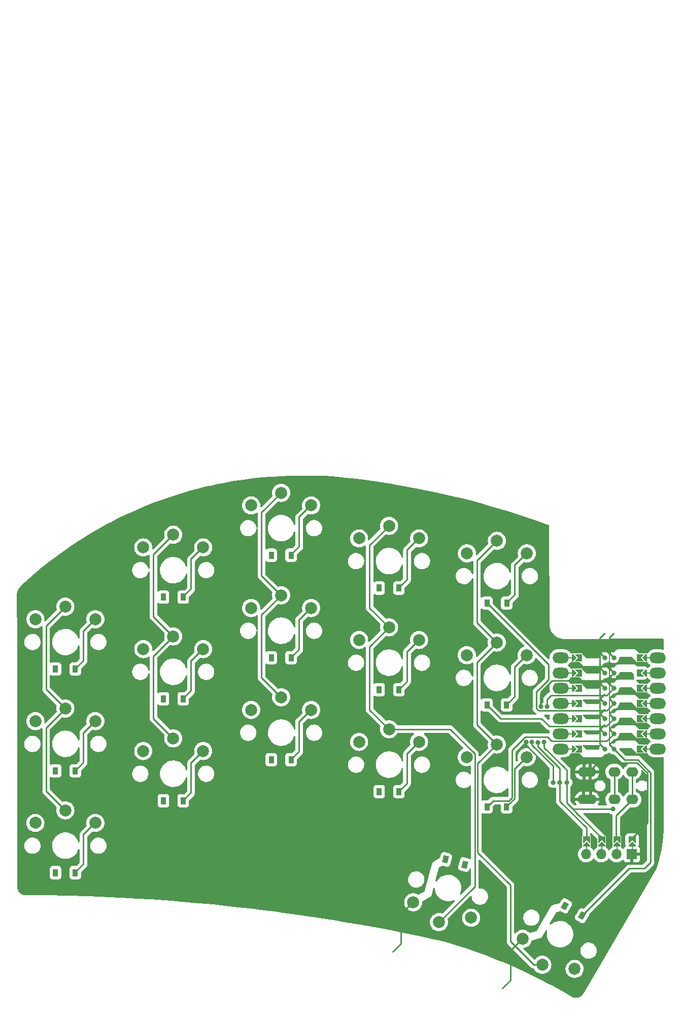
<source format=gtl>
G04 #@! TF.GenerationSoftware,KiCad,Pcbnew,(6.0.5)*
G04 #@! TF.CreationDate,2022-07-31T11:40:15+07:00*
G04 #@! TF.ProjectId,TrongDong34,54726f6e-6744-46f6-9e67-33342e6b6963,rev?*
G04 #@! TF.SameCoordinates,Original*
G04 #@! TF.FileFunction,Copper,L1,Top*
G04 #@! TF.FilePolarity,Positive*
%FSLAX46Y46*%
G04 Gerber Fmt 4.6, Leading zero omitted, Abs format (unit mm)*
G04 Created by KiCad (PCBNEW (6.0.5)) date 2022-07-31 11:40:15*
%MOMM*%
%LPD*%
G01*
G04 APERTURE LIST*
G04 Aperture macros list*
%AMRotRect*
0 Rectangle, with rotation*
0 The origin of the aperture is its center*
0 $1 length*
0 $2 width*
0 $3 Rotation angle, in degrees counterclockwise*
0 Add horizontal line*
21,1,$1,$2,0,0,$3*%
%AMFreePoly0*
4,1,50,0.004851,0.125700,0.009301,0.126658,0.029410,0.119120,0.057435,0.111610,0.063500,0.109985,0.069329,0.104156,0.076254,0.101560,0.089017,0.084468,0.109985,0.063500,0.112957,0.052407,0.119035,0.044268,0.120434,0.024505,0.127000,0.000000,0.123179,-0.014260,0.124085,-0.027055,0.115579,-0.042624,0.109985,-0.063500,0.097173,-0.076312,0.089802,-0.089803,-1.873000,-2.052606,
-1.873000,-6.950000,-1.876246,-6.972385,-1.875915,-6.977055,-1.877287,-6.979566,-1.878230,-6.986070,-1.895197,-7.012347,-1.910198,-7.039803,-3.260197,-8.389803,-3.289401,-8.411610,-3.359301,-8.426658,-3.426254,-8.401560,-3.469035,-8.344268,-3.474085,-8.272945,-3.439803,-8.210197,-2.127000,-6.897395,-2.127000,-2.000000,-2.123754,-1.977615,-2.124085,-1.972945,-2.122713,-1.970434,-2.121770,-1.963930,
-2.104806,-1.937658,-2.089803,-1.910197,-0.089803,0.089802,-0.065637,0.107848,-0.063500,0.109985,-0.062369,0.110288,-0.060599,0.111610,-0.044515,0.115072,0.000000,0.127000,0.004851,0.125700,0.004851,0.125700,$1*%
%AMFreePoly1*
4,1,6,0.600000,0.200000,0.000000,-0.400000,-0.600000,0.200000,-0.600000,0.400000,0.600000,0.400000,0.600000,0.200000,0.600000,0.200000,$1*%
%AMFreePoly2*
4,1,5,0.125000,-0.500000,-0.125000,-0.500000,-0.125000,0.500000,0.125000,0.500000,0.125000,-0.500000,0.125000,-0.500000,$1*%
%AMFreePoly3*
4,1,6,0.600000,-0.250000,-0.600000,-0.250000,-0.600000,1.000000,0.000000,0.400000,0.600000,1.000000,0.600000,-0.250000,0.600000,-0.250000,$1*%
%AMFreePoly4*
4,1,5,0.125000,-0.750000,-0.125000,-0.750000,-0.125000,0.750000,0.125000,0.750000,0.125000,-0.750000,0.125000,-0.750000,$1*%
%AMFreePoly5*
4,1,49,0.075053,4.163961,0.117161,4.107572,0.122131,4.037371,0.088389,3.975612,-0.641000,3.246224,-0.641000,0.817776,0.088389,0.088388,0.106147,0.064606,0.108253,0.062500,0.108552,0.061385,0.109852,0.059644,0.113262,0.043806,0.125000,0.000000,0.123721,-0.004772,0.124665,-0.009154,0.117240,-0.028961,0.108253,-0.062500,0.102516,-0.068237,0.099961,-0.075053,0.083136,-0.087617,
0.062500,-0.108253,0.051584,-0.111178,0.043572,-0.117161,0.024114,-0.118539,0.000000,-0.125000,-0.014036,-0.121239,-0.026629,-0.122131,-0.041951,-0.113759,-0.062500,-0.108253,-0.075109,-0.095644,-0.088388,-0.088389,-0.854388,0.677612,-0.867707,0.695448,-0.871189,0.698470,-0.871982,0.701174,-0.875852,0.706356,-0.882331,0.736451,-0.891000,0.766000,-0.891000,3.298000,-0.887805,3.320031,
-0.888131,3.324629,-0.886780,3.327102,-0.885852,3.333502,-0.869151,3.359368,-0.854388,3.386388,-0.088388,4.152389,-0.059644,4.173852,0.009154,4.188665,0.075053,4.163961,0.075053,4.163961,$1*%
%AMFreePoly6*
4,1,49,0.075053,4.163961,0.117161,4.107572,0.122131,4.037371,0.088389,3.975612,-0.637000,3.250224,-0.637000,0.813776,0.088389,0.088388,0.106147,0.064606,0.108253,0.062500,0.108552,0.061385,0.109852,0.059644,0.113262,0.043806,0.125000,0.000000,0.123721,-0.004772,0.124665,-0.009154,0.117240,-0.028961,0.108253,-0.062500,0.102516,-0.068237,0.099961,-0.075053,0.083136,-0.087617,
0.062500,-0.108253,0.051584,-0.111178,0.043572,-0.117161,0.024114,-0.118539,0.000000,-0.125000,-0.014036,-0.121239,-0.026629,-0.122131,-0.041951,-0.113759,-0.062500,-0.108253,-0.075109,-0.095644,-0.088388,-0.088389,-0.850388,0.673612,-0.863707,0.691448,-0.867189,0.694470,-0.867982,0.697174,-0.871852,0.702356,-0.878331,0.732451,-0.887000,0.762000,-0.887000,3.302000,-0.883805,3.324031,
-0.884131,3.328629,-0.882780,3.331102,-0.881852,3.337502,-0.865151,3.363368,-0.850388,3.390388,-0.088388,4.152389,-0.059644,4.173852,0.009154,4.188665,0.075053,4.163961,0.075053,4.163961,$1*%
G04 Aperture macros list end*
G04 #@! TA.AperFunction,ComponentPad*
%ADD10C,2.000000*%
G04 #@! TD*
G04 #@! TA.AperFunction,ComponentPad*
%ADD11R,0.900000X1.200000*%
G04 #@! TD*
G04 #@! TA.AperFunction,SMDPad,CuDef*
%ADD12FreePoly0,0.000000*%
G04 #@! TD*
G04 #@! TA.AperFunction,ComponentPad*
%ADD13RotRect,0.900000X1.200000X150.000000*%
G04 #@! TD*
G04 #@! TA.AperFunction,SMDPad,CuDef*
%ADD14FreePoly0,150.000000*%
G04 #@! TD*
G04 #@! TA.AperFunction,SMDPad,CuDef*
%ADD15FreePoly1,180.000000*%
G04 #@! TD*
G04 #@! TA.AperFunction,SMDPad,CuDef*
%ADD16FreePoly2,180.000000*%
G04 #@! TD*
G04 #@! TA.AperFunction,SMDPad,CuDef*
%ADD17FreePoly3,180.000000*%
G04 #@! TD*
G04 #@! TA.AperFunction,ComponentPad*
%ADD18R,1.700000X1.700000*%
G04 #@! TD*
G04 #@! TA.AperFunction,ComponentPad*
%ADD19O,1.700000X1.700000*%
G04 #@! TD*
G04 #@! TA.AperFunction,SMDPad,CuDef*
%ADD20FreePoly4,90.000000*%
G04 #@! TD*
G04 #@! TA.AperFunction,SMDPad,CuDef*
%ADD21FreePoly1,270.000000*%
G04 #@! TD*
G04 #@! TA.AperFunction,SMDPad,CuDef*
%ADD22FreePoly2,270.000000*%
G04 #@! TD*
G04 #@! TA.AperFunction,SMDPad,CuDef*
%ADD23FreePoly1,90.000000*%
G04 #@! TD*
G04 #@! TA.AperFunction,SMDPad,CuDef*
%ADD24FreePoly5,90.000000*%
G04 #@! TD*
G04 #@! TA.AperFunction,ComponentPad*
%ADD25O,2.750000X1.800000*%
G04 #@! TD*
G04 #@! TA.AperFunction,ComponentPad*
%ADD26C,0.800000*%
G04 #@! TD*
G04 #@! TA.AperFunction,SMDPad,CuDef*
%ADD27FreePoly3,90.000000*%
G04 #@! TD*
G04 #@! TA.AperFunction,SMDPad,CuDef*
%ADD28FreePoly6,270.000000*%
G04 #@! TD*
G04 #@! TA.AperFunction,SMDPad,CuDef*
%ADD29FreePoly3,270.000000*%
G04 #@! TD*
G04 #@! TA.AperFunction,ComponentPad*
%ADD30O,2.000000X1.600000*%
G04 #@! TD*
G04 #@! TA.AperFunction,ComponentPad*
%ADD31RotRect,0.900000X1.200000X165.000000*%
G04 #@! TD*
G04 #@! TA.AperFunction,SMDPad,CuDef*
%ADD32FreePoly0,165.000000*%
G04 #@! TD*
G04 #@! TA.AperFunction,ViaPad*
%ADD33C,0.800000*%
G04 #@! TD*
G04 #@! TA.AperFunction,Conductor*
%ADD34C,0.250000*%
G04 #@! TD*
G04 APERTURE END LIST*
D10*
X99080000Y-24680000D03*
D11*
X97430000Y-35080000D03*
D12*
X104080000Y-26780000D03*
D10*
X104080000Y-26780000D03*
X94080000Y-26780000D03*
D11*
X100730000Y-35080000D03*
D10*
X45080000Y-40654000D03*
D11*
X43430000Y-51054000D03*
D10*
X40080000Y-42754000D03*
X50080000Y-42754000D03*
D12*
X50080000Y-42754000D03*
D11*
X46730000Y-51054000D03*
D10*
X27080000Y-35680000D03*
D11*
X25430000Y-46080000D03*
D10*
X22080000Y-37780000D03*
X32080000Y-37780000D03*
D11*
X28730000Y-46080000D03*
D12*
X32080000Y-37780000D03*
D10*
X106660000Y-95456664D03*
D13*
X113288942Y-87275000D03*
D14*
X103379873Y-91138011D03*
D10*
X103379873Y-91138011D03*
X112040127Y-96138011D03*
D13*
X110431058Y-85625000D03*
D10*
X63080000Y-16680000D03*
D11*
X61430000Y-27080000D03*
D10*
X68080000Y-18780000D03*
X58080000Y-18780000D03*
D12*
X68080000Y-18780000D03*
D11*
X64730000Y-27080000D03*
D15*
X116552000Y-75296000D03*
D16*
X121632000Y-75804000D03*
D15*
X119092000Y-75296000D03*
X114012000Y-75296000D03*
D16*
X114012000Y-75804000D03*
X119092000Y-75804000D03*
D15*
X121632000Y-75296000D03*
D16*
X116552000Y-75804000D03*
D17*
X121632000Y-74280000D03*
D18*
X121580000Y-77010000D03*
D17*
X119092000Y-74280000D03*
D19*
X119040000Y-77010000D03*
X116500000Y-77010000D03*
D17*
X116552000Y-74280000D03*
D19*
X113960000Y-77010000D03*
D17*
X114012000Y-74280000D03*
D10*
X81080000Y-56148000D03*
D11*
X79430000Y-66548000D03*
D10*
X86080000Y-58248000D03*
X76080000Y-58248000D03*
D11*
X82730000Y-66548000D03*
D12*
X86080000Y-58248000D03*
D20*
X111264000Y-49276000D03*
X111264000Y-56896000D03*
D21*
X123660000Y-59436000D03*
D22*
X124168000Y-56896000D03*
D20*
X111264000Y-51816000D03*
D23*
X111976000Y-49276000D03*
D20*
X111264000Y-46736000D03*
D21*
X123660000Y-51816000D03*
D22*
X124168000Y-51816000D03*
D23*
X111976000Y-46736000D03*
D21*
X123660000Y-46736000D03*
X123660000Y-56896000D03*
D22*
X124168000Y-44196000D03*
D20*
X111264000Y-59436000D03*
D23*
X111976000Y-54356000D03*
D20*
X111264000Y-54356000D03*
D23*
X111976000Y-56896000D03*
D20*
X111264000Y-44196000D03*
D22*
X124168000Y-54356000D03*
D23*
X111976000Y-44196000D03*
D22*
X124168000Y-49276000D03*
X124168000Y-46736000D03*
X124168000Y-59436000D03*
D21*
X123660000Y-49276000D03*
D23*
X111976000Y-51816000D03*
D21*
X123660000Y-44196000D03*
X123660000Y-54356000D03*
D23*
X111976000Y-59436000D03*
D24*
X117056000Y-44196000D03*
D25*
X109725000Y-44196000D03*
D26*
X117056000Y-44196000D03*
D27*
X112992000Y-44196000D03*
D26*
X117056000Y-46736000D03*
D25*
X109725000Y-46736000D03*
D27*
X112992000Y-46736000D03*
D24*
X117056000Y-46736000D03*
D26*
X117056000Y-49276000D03*
D24*
X117056000Y-49276000D03*
D25*
X109725000Y-49276000D03*
D27*
X112992000Y-49276000D03*
D24*
X117056000Y-51816000D03*
D25*
X109725000Y-51816000D03*
D27*
X112992000Y-51816000D03*
D26*
X117056000Y-51816000D03*
D25*
X109725000Y-54356000D03*
D26*
X117056000Y-54356000D03*
D24*
X117056000Y-54356000D03*
D27*
X112992000Y-54356000D03*
D25*
X109725000Y-56896000D03*
D26*
X117056000Y-56896000D03*
D24*
X117056000Y-56896000D03*
D27*
X112992000Y-56896000D03*
X112992000Y-59436000D03*
D26*
X117056000Y-59436000D03*
D25*
X109725000Y-59436000D03*
D24*
X117056000Y-59436000D03*
D28*
X118580000Y-59436000D03*
D25*
X125915000Y-59436000D03*
D26*
X118580000Y-59436000D03*
D29*
X122644000Y-59436000D03*
X122644000Y-56896000D03*
D25*
X125915000Y-56896000D03*
D26*
X118580000Y-56896000D03*
D28*
X118580000Y-56896000D03*
X118580000Y-54356000D03*
D26*
X118580000Y-54356000D03*
D25*
X125915000Y-54356000D03*
D29*
X122644000Y-54356000D03*
X122644000Y-51816000D03*
D28*
X118580000Y-51816000D03*
D25*
X125915000Y-51816000D03*
D26*
X118580000Y-51816000D03*
D28*
X118580000Y-49276000D03*
D26*
X118580000Y-49276000D03*
D29*
X122644000Y-49276000D03*
D25*
X125915000Y-49276000D03*
D26*
X118580000Y-46736000D03*
D25*
X125915000Y-46736000D03*
D28*
X118580000Y-46736000D03*
D29*
X122644000Y-46736000D03*
D25*
X125915000Y-44196000D03*
D26*
X118580000Y-44196000D03*
D29*
X122644000Y-44196000D03*
D28*
X118580000Y-44196000D03*
D10*
X99060000Y-58688000D03*
D11*
X97410000Y-69088000D03*
D10*
X104060000Y-60788000D03*
D12*
X104060000Y-60788000D03*
D10*
X94060000Y-60788000D03*
D11*
X100710000Y-69088000D03*
D10*
X27080000Y-69680000D03*
D11*
X25430000Y-80080000D03*
D10*
X22080000Y-71780000D03*
D11*
X28730000Y-80080000D03*
D12*
X32080000Y-71780000D03*
D10*
X32080000Y-71780000D03*
X99060000Y-41670000D03*
D11*
X97410000Y-52070000D03*
D10*
X104060000Y-43770000D03*
D12*
X104060000Y-43770000D03*
D11*
X100710000Y-52070000D03*
D10*
X94060000Y-43770000D03*
D30*
X118666000Y-63246000D03*
X118686000Y-67876000D03*
X121666000Y-63246000D03*
X121686000Y-67876000D03*
X113566000Y-67846000D03*
X113586000Y-63276000D03*
X114686000Y-67876000D03*
X114666000Y-63246000D03*
D10*
X63080000Y-50814000D03*
D11*
X61430000Y-61214000D03*
D12*
X68080000Y-52914000D03*
D10*
X58080000Y-52914000D03*
D11*
X64730000Y-61214000D03*
D10*
X68080000Y-52914000D03*
X27080000Y-52680000D03*
D11*
X25430000Y-63080000D03*
D12*
X32080000Y-54780000D03*
D11*
X28730000Y-63080000D03*
D10*
X32080000Y-54780000D03*
X22080000Y-54780000D03*
X81080000Y-22180000D03*
D11*
X79430000Y-32580000D03*
D10*
X86080000Y-24280000D03*
D12*
X86080000Y-24280000D03*
D11*
X82730000Y-32580000D03*
D10*
X76080000Y-24280000D03*
X89408282Y-88345629D03*
D31*
X93693778Y-78727051D03*
X90506222Y-77872949D03*
D32*
X85122173Y-85023089D03*
D10*
X94781431Y-87611280D03*
X85122173Y-85023089D03*
X45080000Y-23680000D03*
D11*
X43430000Y-34080000D03*
D10*
X40080000Y-25780000D03*
D12*
X50080000Y-25780000D03*
D10*
X50080000Y-25780000D03*
D11*
X46730000Y-34080000D03*
D10*
X45080000Y-57672000D03*
D11*
X43430000Y-68072000D03*
D12*
X50080000Y-59772000D03*
D10*
X50080000Y-59772000D03*
D11*
X46730000Y-68072000D03*
D10*
X40080000Y-59772000D03*
X81080000Y-39130000D03*
D11*
X79430000Y-49530000D03*
X82730000Y-49530000D03*
D10*
X76080000Y-41230000D03*
D12*
X86080000Y-41230000D03*
D10*
X86080000Y-41230000D03*
X63080000Y-33796000D03*
D11*
X61430000Y-44196000D03*
X64730000Y-44196000D03*
D12*
X68080000Y-35896000D03*
D10*
X68080000Y-35896000D03*
X58080000Y-35896000D03*
D33*
X106420482Y-52320920D03*
X107315000Y-65024000D03*
X103940699Y-58294073D03*
X108458000Y-65024000D03*
X107442000Y-52324000D03*
X104940171Y-58286268D03*
X118491000Y-69469000D03*
X110744000Y-65024000D03*
X106934000Y-58293000D03*
X105934498Y-58326826D03*
X109601000Y-65024000D03*
D34*
X108276613Y-48060387D02*
X106420482Y-49916518D01*
X115917520Y-61740480D02*
X122458791Y-61740480D01*
X122458791Y-61740480D02*
X124187521Y-63469210D01*
X106420482Y-49916518D02*
X106420482Y-52320920D01*
X107315000Y-62169857D02*
X107315000Y-65024000D01*
X114666000Y-62992000D02*
X115917520Y-61740480D01*
X117264520Y-48060387D02*
X108276613Y-48060387D01*
X103940699Y-58294073D02*
X103940699Y-58795556D01*
X124187521Y-71724479D02*
X121632000Y-74280000D01*
X124187521Y-63469210D02*
X124187521Y-71724479D01*
X114666000Y-63246000D02*
X114666000Y-67856000D01*
X114666000Y-67856000D02*
X114686000Y-67876000D01*
X103940699Y-58795556D02*
X107315000Y-62169857D01*
X114793000Y-67475000D02*
X114813000Y-67495000D01*
X118580000Y-46744907D02*
X117264520Y-48060387D01*
X114666000Y-63246000D02*
X114666000Y-62992000D01*
X117355480Y-50509427D02*
X108113573Y-50509427D01*
X121666000Y-63246000D02*
X121666000Y-67856000D01*
X118999000Y-70563000D02*
X118999000Y-70866000D01*
X121686000Y-67876000D02*
X118999000Y-70563000D01*
X108458000Y-62288256D02*
X108458000Y-65024000D01*
X118999000Y-74187000D02*
X119092000Y-74280000D01*
X104940171Y-58770427D02*
X108458000Y-62288256D01*
X118999000Y-70866000D02*
X118999000Y-74187000D01*
X121793000Y-67475000D02*
X121813000Y-67495000D01*
X108077000Y-50546000D02*
X107442000Y-51181000D01*
X104940171Y-58286268D02*
X104940171Y-58770427D01*
X121666000Y-67856000D02*
X121686000Y-67876000D01*
X108113573Y-50509427D02*
X108077000Y-50546000D01*
X107442000Y-51181000D02*
X107442000Y-52324000D01*
X118580000Y-49284907D02*
X117355480Y-50509427D01*
X111741000Y-69469000D02*
X111306000Y-69034000D01*
X110744000Y-62983400D02*
X110744000Y-65024000D01*
X112368480Y-70096480D02*
X116552000Y-74280000D01*
X118491000Y-69469000D02*
X111741000Y-69469000D01*
X110744000Y-68472000D02*
X111306000Y-69034000D01*
X111306000Y-69034000D02*
X112368480Y-70096480D01*
X106934000Y-59173400D02*
X110303800Y-62543200D01*
X110303800Y-62543200D02*
X110744000Y-62983400D01*
X106934000Y-58293000D02*
X106934000Y-59173400D01*
X110744000Y-65024000D02*
X110744000Y-68472000D01*
X118793000Y-67475000D02*
X118813000Y-67495000D01*
X114012000Y-72618600D02*
X114012000Y-74280000D01*
X109601000Y-62694598D02*
X109601000Y-65024000D01*
X105934498Y-59028096D02*
X109601000Y-62694598D01*
X118666000Y-63246000D02*
X118666000Y-67856000D01*
X109601000Y-65024000D02*
X109601000Y-68207600D01*
X118666000Y-67856000D02*
X118686000Y-67876000D01*
X105934498Y-58326826D02*
X105934498Y-59028096D01*
X109601000Y-68207600D02*
X114012000Y-72618600D01*
X117264520Y-55680387D02*
X107877387Y-55680387D01*
X99696000Y-54356000D02*
X97410000Y-52070000D01*
X106553000Y-54356000D02*
X99696000Y-54356000D01*
X118580000Y-54364907D02*
X117264520Y-55680387D01*
X107877387Y-55680387D02*
X106553000Y-54356000D01*
X23876000Y-38884000D02*
X27080000Y-35680000D01*
X23876000Y-55884000D02*
X27080000Y-52680000D01*
X23876000Y-49476000D02*
X23876000Y-38884000D01*
X27080000Y-52680000D02*
X23876000Y-49476000D01*
X27080000Y-69680000D02*
X23876000Y-66476000D01*
X23876000Y-66476000D02*
X23876000Y-55884000D01*
X107696000Y-45346000D02*
X107696000Y-47879000D01*
X97430000Y-35080000D02*
X107696000Y-45346000D01*
X106069324Y-53061676D02*
X117343231Y-53061676D01*
X117343231Y-53061676D02*
X118580000Y-51824907D01*
X107696000Y-47879000D02*
X105664000Y-49911000D01*
X105664000Y-49911000D02*
X105664000Y-52656352D01*
X105664000Y-52656352D02*
X106069324Y-53061676D01*
X45080000Y-57672000D02*
X41783000Y-54375000D01*
X45080000Y-40654000D02*
X41783000Y-37357000D01*
X41783000Y-43951000D02*
X45080000Y-40654000D01*
X41783000Y-26977000D02*
X45080000Y-23680000D01*
X41783000Y-37357000D02*
X41783000Y-26977000D01*
X41783000Y-54375000D02*
X41783000Y-43951000D01*
X59817000Y-30533000D02*
X59817000Y-19943000D01*
X63080000Y-33796000D02*
X59817000Y-30533000D01*
X59817000Y-19943000D02*
X63080000Y-16680000D01*
X59817000Y-47551000D02*
X59817000Y-37059000D01*
X63080000Y-50814000D02*
X59817000Y-47551000D01*
X59817000Y-37059000D02*
X63080000Y-33796000D01*
X91293143Y-56148000D02*
X81080000Y-56148000D01*
X77851000Y-25409000D02*
X77851000Y-35901000D01*
X81080000Y-22180000D02*
X77851000Y-25409000D01*
X95384511Y-82369400D02*
X95384511Y-60239368D01*
X89408282Y-88345629D02*
X95384511Y-82369400D01*
X77851000Y-42359000D02*
X81080000Y-39130000D01*
X81080000Y-56148000D02*
X77851000Y-52919000D01*
X95384511Y-60239368D02*
X91293143Y-56148000D01*
X77851000Y-35901000D02*
X81080000Y-39130000D01*
X77851000Y-52919000D02*
X77851000Y-42359000D01*
X101346000Y-82169000D02*
X101346000Y-91556877D01*
X101346000Y-91556877D02*
X105245787Y-95456664D01*
X95885000Y-61863000D02*
X95885000Y-76708000D01*
X99060000Y-58688000D02*
X95758000Y-55386000D01*
X99060000Y-41670000D02*
X95758000Y-38368000D01*
X95885000Y-76708000D02*
X101346000Y-82169000D01*
X99060000Y-58688000D02*
X95885000Y-61863000D01*
X95758000Y-44972000D02*
X99060000Y-41670000D01*
X95758000Y-28002000D02*
X99080000Y-24680000D01*
X105245787Y-95456664D02*
X106660000Y-95456664D01*
X95758000Y-38368000D02*
X95758000Y-28002000D01*
X95758000Y-55386000D02*
X95758000Y-44972000D01*
X101087454Y-68072000D02*
X98426000Y-68072000D01*
X118580000Y-56904907D02*
X117355480Y-58129427D01*
X108176027Y-58129427D02*
X107488099Y-57441499D01*
X117355480Y-58129427D02*
X108176027Y-58129427D01*
X103768673Y-57441499D02*
X101600000Y-59610172D01*
X107488099Y-57441499D02*
X103768673Y-57441499D01*
X101600000Y-67559454D02*
X101087454Y-68072000D01*
X98426000Y-68072000D02*
X97410000Y-69088000D01*
X101600000Y-59610172D02*
X101600000Y-67559454D01*
X118580000Y-59436000D02*
X120358000Y-61214000D01*
X122568015Y-61214000D02*
X124587000Y-63232985D01*
X124714000Y-78359000D02*
X123698000Y-79375000D01*
X124714000Y-63373000D02*
X124714000Y-78359000D01*
X120358000Y-61214000D02*
X122568015Y-61214000D01*
X124587000Y-63232985D02*
X124587000Y-63246000D01*
X124587000Y-63246000D02*
X124714000Y-63373000D01*
X121188942Y-79375000D02*
X113288942Y-87275000D01*
X123698000Y-79375000D02*
X121188942Y-79375000D01*
G04 #@! TA.AperFunction,Conductor*
G36*
X70332828Y-13820184D02*
G01*
X70334132Y-13820309D01*
X70342854Y-13822420D01*
X70351818Y-13821999D01*
X70351822Y-13821999D01*
X70372240Y-13821039D01*
X70389594Y-13821420D01*
X71420794Y-13915427D01*
X72596490Y-14022607D01*
X72598362Y-14022793D01*
X73670660Y-14137578D01*
X74840732Y-14262830D01*
X74842701Y-14263056D01*
X77081098Y-14538337D01*
X77083063Y-14538595D01*
X79316740Y-14849031D01*
X79318700Y-14849319D01*
X81547271Y-15194852D01*
X81549227Y-15195171D01*
X82845418Y-15417071D01*
X83772059Y-15575706D01*
X83773965Y-15576047D01*
X85990713Y-15991527D01*
X85992564Y-15991889D01*
X88134351Y-16428294D01*
X88202378Y-16442155D01*
X88204315Y-16442566D01*
X88207600Y-16443289D01*
X90406714Y-16927516D01*
X90408645Y-16927957D01*
X92603256Y-17447512D01*
X92605102Y-17447964D01*
X93099199Y-17573175D01*
X94791226Y-18001958D01*
X94793143Y-18002460D01*
X96970245Y-18590755D01*
X96972154Y-18591287D01*
X97646472Y-18784930D01*
X99139807Y-19213770D01*
X99141593Y-19214298D01*
X101230744Y-19849969D01*
X101299133Y-19870778D01*
X101301024Y-19871369D01*
X103448029Y-20561717D01*
X103449911Y-20562339D01*
X105585697Y-21286335D01*
X105587568Y-21286986D01*
X105609475Y-21294798D01*
X107649256Y-22022213D01*
X107658891Y-22026222D01*
X107665567Y-22030676D01*
X107674134Y-22033363D01*
X107682229Y-22037234D01*
X107682092Y-22037521D01*
X107701515Y-22046589D01*
X107717986Y-22057141D01*
X107743962Y-22079270D01*
X107767734Y-22105867D01*
X107786820Y-22134156D01*
X107802583Y-22166157D01*
X107813378Y-22198529D01*
X107816426Y-22214724D01*
X107818509Y-22233246D01*
X107818598Y-22235576D01*
X107817663Y-22244504D01*
X107820526Y-22260218D01*
X107822566Y-22282695D01*
X107834949Y-38581270D01*
X107833858Y-38597906D01*
X107829780Y-38628695D01*
X107830066Y-38641244D01*
X107830925Y-38646038D01*
X107830973Y-38646306D01*
X107832383Y-38656607D01*
X107845597Y-38795712D01*
X107856823Y-38913875D01*
X107859313Y-38940089D01*
X107860115Y-38943775D01*
X107920710Y-39222317D01*
X107923131Y-39233448D01*
X107947541Y-39303865D01*
X108017396Y-39505380D01*
X108021461Y-39517108D01*
X108152904Y-39787025D01*
X108315583Y-40039349D01*
X108334685Y-40062393D01*
X108501527Y-40263663D01*
X108507180Y-40270483D01*
X108509907Y-40273071D01*
X108509913Y-40273077D01*
X108722233Y-40474542D01*
X108722237Y-40474546D01*
X108724962Y-40477131D01*
X108727973Y-40479372D01*
X108727975Y-40479373D01*
X108819686Y-40547611D01*
X108965824Y-40656345D01*
X108969081Y-40658211D01*
X108969083Y-40658212D01*
X109006616Y-40679712D01*
X109226331Y-40805571D01*
X109502768Y-40922680D01*
X109791194Y-41006002D01*
X109990855Y-41038581D01*
X110083781Y-41053744D01*
X110083784Y-41053744D01*
X110087496Y-41054350D01*
X110091244Y-41054508D01*
X110091249Y-41054509D01*
X110262128Y-41061734D01*
X110355112Y-41065666D01*
X110368522Y-41066955D01*
X110370092Y-41067191D01*
X110370094Y-41067191D01*
X110374909Y-41067915D01*
X110381232Y-41067882D01*
X110382586Y-41067875D01*
X110382591Y-41067875D01*
X110387462Y-41067849D01*
X110392279Y-41067073D01*
X110410190Y-41064188D01*
X110429946Y-41062584D01*
X125218772Y-41029355D01*
X126683696Y-41026064D01*
X126687724Y-41026691D01*
X126692675Y-41026044D01*
X126696241Y-41026036D01*
X126712207Y-41026000D01*
X126732198Y-41027551D01*
X126748914Y-41030198D01*
X126786406Y-41042379D01*
X126818173Y-41058564D01*
X126850063Y-41081735D01*
X126875266Y-41106938D01*
X126898436Y-41138827D01*
X126914621Y-41170593D01*
X126926802Y-41208084D01*
X126930118Y-41229023D01*
X126931550Y-41248749D01*
X126930308Y-41256724D01*
X126933630Y-41282129D01*
X126934435Y-41288283D01*
X126935499Y-41304621D01*
X126935499Y-42715776D01*
X126915497Y-42783897D01*
X126861841Y-42830390D01*
X126791567Y-42840494D01*
X126766505Y-42834214D01*
X126764333Y-42833425D01*
X126763262Y-42833036D01*
X126763258Y-42833035D01*
X126758247Y-42831216D01*
X126752998Y-42830267D01*
X126752995Y-42830266D01*
X126527115Y-42789420D01*
X126527107Y-42789419D01*
X126523031Y-42788682D01*
X126504641Y-42787815D01*
X126499456Y-42787570D01*
X126499449Y-42787570D01*
X126497968Y-42787500D01*
X125379988Y-42787500D01*
X125201825Y-42802617D01*
X125196661Y-42803957D01*
X125196657Y-42803958D01*
X124975625Y-42861327D01*
X124975620Y-42861329D01*
X124970460Y-42862668D01*
X124965594Y-42864860D01*
X124757381Y-42958653D01*
X124757378Y-42958654D01*
X124752520Y-42960843D01*
X124748096Y-42963822D01*
X124748095Y-42963822D01*
X124737956Y-42970648D01*
X124554238Y-43094334D01*
X124550381Y-43098013D01*
X124550379Y-43098015D01*
X124525658Y-43121598D01*
X124381282Y-43259326D01*
X124238598Y-43451100D01*
X124238124Y-43450748D01*
X124187978Y-43495641D01*
X124117876Y-43506881D01*
X124100686Y-43502315D01*
X124099213Y-43501331D01*
X124060000Y-43493531D01*
X123860000Y-43493531D01*
X123820787Y-43501331D01*
X123810470Y-43508224D01*
X123800217Y-43512471D01*
X123729628Y-43520060D01*
X123703783Y-43512471D01*
X123693530Y-43508224D01*
X123683213Y-43501331D01*
X123644000Y-43493531D01*
X122897020Y-43493531D01*
X122828899Y-43473529D01*
X122807925Y-43456626D01*
X122388149Y-43036850D01*
X122380590Y-43027452D01*
X122380322Y-43027683D01*
X122374442Y-43020869D01*
X122369587Y-43013283D01*
X122331295Y-42979960D01*
X122327582Y-42975665D01*
X122327505Y-42975754D01*
X122324221Y-42972908D01*
X122324214Y-42972915D01*
X122320930Y-42969631D01*
X122315090Y-42965258D01*
X122313854Y-42964332D01*
X122306668Y-42958528D01*
X122305243Y-42957288D01*
X122259284Y-42917292D01*
X122239618Y-42904594D01*
X122240636Y-42903018D01*
X122225293Y-42893872D01*
X122224622Y-42894911D01*
X122199577Y-42878740D01*
X122197666Y-42877506D01*
X122149558Y-42851133D01*
X122138896Y-42845288D01*
X122138895Y-42845288D01*
X122132960Y-42842034D01*
X122079320Y-42826216D01*
X122070870Y-42823724D01*
X122062421Y-42820904D01*
X122027750Y-42807954D01*
X122019314Y-42804803D01*
X122010330Y-42804154D01*
X122006172Y-42803247D01*
X121996864Y-42801900D01*
X121992708Y-42800674D01*
X121992101Y-42800586D01*
X121989860Y-42800424D01*
X121989847Y-42800423D01*
X121954896Y-42797903D01*
X121918394Y-42795271D01*
X121913939Y-42795271D01*
X121913939Y-42795193D01*
X121913864Y-42795190D01*
X121913878Y-42794789D01*
X121900516Y-42796220D01*
X121877960Y-42794591D01*
X121877958Y-42794591D01*
X121873472Y-42794267D01*
X121868980Y-42794585D01*
X121863740Y-42794956D01*
X121854842Y-42795271D01*
X119419071Y-42795271D01*
X119407088Y-42793971D01*
X119407062Y-42794324D01*
X119398081Y-42793663D01*
X119389288Y-42791733D01*
X119338648Y-42795246D01*
X119332988Y-42794835D01*
X119332996Y-42794950D01*
X119328656Y-42795260D01*
X119328656Y-42795271D01*
X119324012Y-42795271D01*
X119315262Y-42796528D01*
X119306067Y-42797506D01*
X119276180Y-42799579D01*
X119243416Y-42801852D01*
X119239026Y-42802797D01*
X119239020Y-42802798D01*
X119220531Y-42806779D01*
X119220136Y-42804943D01*
X119202825Y-42809323D01*
X119203086Y-42810534D01*
X119173933Y-42816810D01*
X119173929Y-42816811D01*
X119171718Y-42817287D01*
X119101129Y-42837867D01*
X119051494Y-42864860D01*
X119044034Y-42868917D01*
X119036130Y-42872862D01*
X118994185Y-42891995D01*
X118987375Y-42897887D01*
X118983664Y-42900269D01*
X118976378Y-42905710D01*
X118972673Y-42907725D01*
X118972181Y-42908092D01*
X118958128Y-42920248D01*
X118917808Y-42955125D01*
X118917799Y-42955133D01*
X118916085Y-42956616D01*
X118912935Y-42959766D01*
X118912880Y-42959711D01*
X118912816Y-42959770D01*
X118912543Y-42959477D01*
X118904113Y-42969930D01*
X118887018Y-42984721D01*
X118887008Y-42984731D01*
X118883609Y-42987672D01*
X118877206Y-42995051D01*
X118871135Y-43001566D01*
X118622106Y-43250595D01*
X118559794Y-43284621D01*
X118533011Y-43287500D01*
X118484513Y-43287500D01*
X118478061Y-43288872D01*
X118478056Y-43288872D01*
X118414386Y-43302406D01*
X118297712Y-43327206D01*
X118291682Y-43329891D01*
X118291681Y-43329891D01*
X118129278Y-43402197D01*
X118129276Y-43402198D01*
X118123248Y-43404882D01*
X118117907Y-43408762D01*
X118117906Y-43408763D01*
X118073587Y-43440963D01*
X117968747Y-43517134D01*
X117911635Y-43580564D01*
X117851190Y-43617802D01*
X117780206Y-43616450D01*
X117724366Y-43580564D01*
X117667253Y-43517134D01*
X117562413Y-43440963D01*
X117518094Y-43408763D01*
X117518093Y-43408762D01*
X117512752Y-43404882D01*
X117506724Y-43402198D01*
X117506722Y-43402197D01*
X117344319Y-43329891D01*
X117344318Y-43329891D01*
X117338288Y-43327206D01*
X117221614Y-43302406D01*
X117157944Y-43288872D01*
X117157939Y-43288872D01*
X117151487Y-43287500D01*
X116960513Y-43287500D01*
X116954061Y-43288872D01*
X116954056Y-43288872D01*
X116890386Y-43302406D01*
X116773712Y-43327206D01*
X116767682Y-43329891D01*
X116767681Y-43329891D01*
X116605278Y-43402197D01*
X116605276Y-43402198D01*
X116599248Y-43404882D01*
X116593907Y-43408762D01*
X116593906Y-43408763D01*
X116549587Y-43440963D01*
X116444747Y-43517134D01*
X116440329Y-43522041D01*
X116440325Y-43522045D01*
X116334837Y-43639202D01*
X116316960Y-43659056D01*
X116271816Y-43737247D01*
X116242306Y-43788361D01*
X116221473Y-43824444D01*
X116162458Y-44006072D01*
X116161769Y-44012631D01*
X116161768Y-44012634D01*
X116145961Y-44163031D01*
X116118948Y-44228687D01*
X116109746Y-44238955D01*
X116062335Y-44286366D01*
X116000023Y-44320392D01*
X115973240Y-44323271D01*
X114074760Y-44323271D01*
X114006639Y-44303269D01*
X113985665Y-44286366D01*
X113430930Y-43731631D01*
X113394948Y-43704688D01*
X113352408Y-43647849D01*
X113345281Y-43608330D01*
X113345076Y-43608350D01*
X113344826Y-43605807D01*
X113344469Y-43603830D01*
X113344469Y-43596000D01*
X113336669Y-43556787D01*
X113314457Y-43523543D01*
X113281213Y-43501331D01*
X113242000Y-43493531D01*
X111992000Y-43493531D01*
X111952787Y-43501331D01*
X111942470Y-43508224D01*
X111932217Y-43512471D01*
X111861628Y-43520060D01*
X111835783Y-43512471D01*
X111825530Y-43508224D01*
X111815213Y-43501331D01*
X111776000Y-43493531D01*
X111576000Y-43493531D01*
X111536787Y-43501331D01*
X111536543Y-43500103D01*
X111478829Y-43506309D01*
X111415342Y-43474531D01*
X111393480Y-43447676D01*
X111344939Y-43367682D01*
X111344934Y-43367675D01*
X111342168Y-43363117D01*
X111311006Y-43327206D01*
X111189007Y-43186614D01*
X111189005Y-43186612D01*
X111185507Y-43182581D01*
X111181381Y-43179198D01*
X111181377Y-43179194D01*
X111012568Y-43040780D01*
X111000667Y-43031022D01*
X110996031Y-43028383D01*
X110996028Y-43028381D01*
X110797577Y-42915416D01*
X110792934Y-42912773D01*
X110568247Y-42831216D01*
X110562998Y-42830267D01*
X110562995Y-42830266D01*
X110337115Y-42789420D01*
X110337107Y-42789419D01*
X110333031Y-42788682D01*
X110314641Y-42787815D01*
X110309456Y-42787570D01*
X110309449Y-42787570D01*
X110307968Y-42787500D01*
X109189988Y-42787500D01*
X109011825Y-42802617D01*
X109006661Y-42803957D01*
X109006657Y-42803958D01*
X108785625Y-42861327D01*
X108785620Y-42861329D01*
X108780460Y-42862668D01*
X108775594Y-42864860D01*
X108567381Y-42958653D01*
X108567378Y-42958654D01*
X108562520Y-42960843D01*
X108558096Y-42963822D01*
X108558095Y-42963822D01*
X108547956Y-42970648D01*
X108364238Y-43094334D01*
X108360381Y-43098013D01*
X108360379Y-43098015D01*
X108335658Y-43121598D01*
X108191282Y-43259326D01*
X108188099Y-43263603D01*
X108188099Y-43263604D01*
X108173347Y-43283432D01*
X108048598Y-43451100D01*
X108046182Y-43455851D01*
X108046180Y-43455855D01*
X107955380Y-43634446D01*
X107940267Y-43664172D01*
X107918332Y-43734815D01*
X107870968Y-43887349D01*
X107870967Y-43887355D01*
X107869384Y-43892452D01*
X107856681Y-43988295D01*
X107841922Y-44099649D01*
X107837977Y-44129411D01*
X107843775Y-44283827D01*
X107843978Y-44289245D01*
X107826546Y-44358068D01*
X107774673Y-44406541D01*
X107704827Y-44419274D01*
X107639185Y-44392225D01*
X107628972Y-44383067D01*
X98425405Y-35179500D01*
X98391379Y-35117188D01*
X98388500Y-35090405D01*
X98388500Y-34431866D01*
X98381745Y-34369684D01*
X98330615Y-34233295D01*
X98243261Y-34116739D01*
X98126705Y-34029385D01*
X97990316Y-33978255D01*
X97928134Y-33971500D01*
X96931866Y-33971500D01*
X96869684Y-33978255D01*
X96733295Y-34029385D01*
X96616739Y-34116739D01*
X96611358Y-34123919D01*
X96606595Y-34128682D01*
X96544283Y-34162708D01*
X96473468Y-34157643D01*
X96416632Y-34115096D01*
X96391821Y-34048576D01*
X96391500Y-34039587D01*
X96391500Y-30626355D01*
X96867042Y-30626355D01*
X96867405Y-30630503D01*
X96867405Y-30630507D01*
X96877057Y-30740827D01*
X96892613Y-30918625D01*
X96893523Y-30922697D01*
X96893524Y-30922702D01*
X96954540Y-31195672D01*
X96956613Y-31204947D01*
X96958057Y-31208870D01*
X96958057Y-31208872D01*
X96979436Y-31266979D01*
X97057919Y-31480288D01*
X97059866Y-31483981D01*
X97059867Y-31483983D01*
X97182636Y-31716835D01*
X97194751Y-31739813D01*
X97364705Y-31978961D01*
X97564794Y-32193531D01*
X97791504Y-32379752D01*
X98040851Y-32534354D01*
X98044668Y-32536070D01*
X98044671Y-32536071D01*
X98108374Y-32564700D01*
X98308456Y-32654620D01*
X98396406Y-32680839D01*
X98585618Y-32737247D01*
X98585626Y-32737249D01*
X98589615Y-32738438D01*
X98593731Y-32739090D01*
X98593736Y-32739091D01*
X98875922Y-32783784D01*
X98875927Y-32783784D01*
X98879390Y-32784333D01*
X98928486Y-32786563D01*
X98969732Y-32788436D01*
X98969751Y-32788436D01*
X98971151Y-32788500D01*
X99154420Y-32788500D01*
X99372742Y-32773999D01*
X99660341Y-32716009D01*
X99937744Y-32620492D01*
X99941486Y-32618618D01*
X99941491Y-32618616D01*
X100196333Y-32491000D01*
X100196335Y-32490999D01*
X100200077Y-32489125D01*
X100394648Y-32356895D01*
X100439273Y-32326568D01*
X100439276Y-32326566D01*
X100442732Y-32324217D01*
X100661445Y-32128665D01*
X100852373Y-31905905D01*
X100959007Y-31741703D01*
X101009884Y-31663360D01*
X101009887Y-31663355D01*
X101012163Y-31659850D01*
X101014080Y-31655814D01*
X101097425Y-31480288D01*
X101138007Y-31394823D01*
X101140408Y-31387347D01*
X101193303Y-31222596D01*
X101233171Y-31163851D01*
X101298471Y-31135986D01*
X101368470Y-31147848D01*
X101420943Y-31195672D01*
X101439271Y-31261114D01*
X101439271Y-33412412D01*
X101419269Y-33480533D01*
X101402366Y-33501507D01*
X100969278Y-33934595D01*
X100906966Y-33968621D01*
X100880183Y-33971500D01*
X100231866Y-33971500D01*
X100169684Y-33978255D01*
X100033295Y-34029385D01*
X99916739Y-34116739D01*
X99829385Y-34233295D01*
X99778255Y-34369684D01*
X99771500Y-34431866D01*
X99771500Y-35728134D01*
X99778255Y-35790316D01*
X99829385Y-35926705D01*
X99916739Y-36043261D01*
X100033295Y-36130615D01*
X100169684Y-36181745D01*
X100231866Y-36188500D01*
X101228134Y-36188500D01*
X101290316Y-36181745D01*
X101426705Y-36130615D01*
X101543261Y-36043261D01*
X101630615Y-35926705D01*
X101681745Y-35790316D01*
X101688500Y-35728134D01*
X101688500Y-35079817D01*
X101708502Y-35011696D01*
X101725405Y-34990722D01*
X102478195Y-34237932D01*
X102487878Y-34230144D01*
X102487673Y-34229906D01*
X102494490Y-34224023D01*
X102502075Y-34219169D01*
X102507987Y-34212376D01*
X102507990Y-34212373D01*
X102535770Y-34180452D01*
X102539981Y-34176810D01*
X102539867Y-34176712D01*
X102542663Y-34173486D01*
X102542652Y-34173475D01*
X102545987Y-34170140D01*
X102548676Y-34166549D01*
X102548683Y-34166541D01*
X102550881Y-34163605D01*
X102556687Y-34156418D01*
X102595109Y-34112267D01*
X102595114Y-34112260D01*
X102598067Y-34108867D01*
X102610970Y-34088884D01*
X102612521Y-34089885D01*
X102621810Y-34074308D01*
X102620802Y-34073657D01*
X102621525Y-34072537D01*
X102637261Y-34048168D01*
X102637267Y-34048158D01*
X102638488Y-34046267D01*
X102673970Y-33981540D01*
X102692342Y-33919235D01*
X102695162Y-33910784D01*
X102708082Y-33876194D01*
X102711233Y-33867758D01*
X102711882Y-33858775D01*
X102712782Y-33854648D01*
X102714127Y-33845358D01*
X102715327Y-33841288D01*
X102715416Y-33840674D01*
X102720729Y-33766979D01*
X102720729Y-33762450D01*
X102720810Y-33762450D01*
X102720810Y-33762448D01*
X102720866Y-33762450D01*
X102721234Y-33762450D01*
X102719805Y-33749112D01*
X102721445Y-33726404D01*
X102721445Y-33726401D01*
X102721769Y-33721916D01*
X102721044Y-33711676D01*
X102720729Y-33702777D01*
X102720729Y-30515774D01*
X103218102Y-30515774D01*
X103218302Y-30521103D01*
X103218302Y-30521105D01*
X103220452Y-30578361D01*
X103226751Y-30746158D01*
X103227846Y-30751377D01*
X103245024Y-30833246D01*
X103274093Y-30971791D01*
X103276051Y-30976750D01*
X103276052Y-30976752D01*
X103349942Y-31163851D01*
X103358776Y-31186221D01*
X103361543Y-31190780D01*
X103361544Y-31190783D01*
X103396939Y-31249112D01*
X103478377Y-31383317D01*
X103481874Y-31387347D01*
X103610930Y-31536071D01*
X103629477Y-31557445D01*
X103633608Y-31560832D01*
X103803627Y-31700240D01*
X103803633Y-31700244D01*
X103807755Y-31703624D01*
X103812391Y-31706263D01*
X103812394Y-31706265D01*
X103871330Y-31739813D01*
X104008114Y-31817675D01*
X104224825Y-31896337D01*
X104230074Y-31897286D01*
X104230077Y-31897287D01*
X104447608Y-31936623D01*
X104447615Y-31936624D01*
X104451692Y-31937361D01*
X104469414Y-31938197D01*
X104474356Y-31938430D01*
X104474363Y-31938430D01*
X104475844Y-31938500D01*
X104637890Y-31938500D01*
X104716074Y-31931866D01*
X104804409Y-31924371D01*
X104804413Y-31924370D01*
X104809720Y-31923920D01*
X104814875Y-31922582D01*
X104814881Y-31922581D01*
X105027703Y-31867343D01*
X105027707Y-31867342D01*
X105032872Y-31866001D01*
X105037738Y-31863809D01*
X105037741Y-31863808D01*
X105238202Y-31773507D01*
X105243075Y-31771312D01*
X105434319Y-31642559D01*
X105438867Y-31638221D01*
X105545947Y-31536071D01*
X105601135Y-31483424D01*
X105738754Y-31298458D01*
X105757062Y-31262450D01*
X105798342Y-31181256D01*
X105843240Y-31092949D01*
X105878147Y-30980533D01*
X105910024Y-30877871D01*
X105911607Y-30872773D01*
X105916846Y-30833246D01*
X105941198Y-30649511D01*
X105941198Y-30649506D01*
X105941898Y-30644226D01*
X105941473Y-30632889D01*
X105933449Y-30419173D01*
X105933249Y-30413842D01*
X105916344Y-30333270D01*
X105887002Y-30193428D01*
X105885907Y-30188209D01*
X105872642Y-30154620D01*
X105803185Y-29978744D01*
X105803184Y-29978742D01*
X105801224Y-29973779D01*
X105743026Y-29877871D01*
X105684390Y-29781243D01*
X105681623Y-29776683D01*
X105650509Y-29740827D01*
X105534023Y-29606588D01*
X105534021Y-29606586D01*
X105530523Y-29602555D01*
X105475022Y-29557047D01*
X105356373Y-29459760D01*
X105356367Y-29459756D01*
X105352245Y-29456376D01*
X105347609Y-29453737D01*
X105347606Y-29453735D01*
X105156529Y-29344968D01*
X105151886Y-29342325D01*
X104935175Y-29263663D01*
X104929926Y-29262714D01*
X104929923Y-29262713D01*
X104712392Y-29223377D01*
X104712385Y-29223376D01*
X104708308Y-29222639D01*
X104690586Y-29221803D01*
X104685644Y-29221570D01*
X104685637Y-29221570D01*
X104684156Y-29221500D01*
X104522110Y-29221500D01*
X104455191Y-29227178D01*
X104355591Y-29235629D01*
X104355587Y-29235630D01*
X104350280Y-29236080D01*
X104345125Y-29237418D01*
X104345119Y-29237419D01*
X104132297Y-29292657D01*
X104132293Y-29292658D01*
X104127128Y-29293999D01*
X104122262Y-29296191D01*
X104122259Y-29296192D01*
X104013980Y-29344968D01*
X103916925Y-29388688D01*
X103725681Y-29517441D01*
X103558865Y-29676576D01*
X103421246Y-29861542D01*
X103418830Y-29866293D01*
X103418828Y-29866297D01*
X103373703Y-29955053D01*
X103316760Y-30067051D01*
X103315178Y-30072145D01*
X103315177Y-30072148D01*
X103261537Y-30244896D01*
X103248393Y-30287227D01*
X103247692Y-30292516D01*
X103222390Y-30483424D01*
X103218102Y-30515774D01*
X102720729Y-30515774D01*
X102720729Y-29097588D01*
X102740731Y-29029467D01*
X102757634Y-29008493D01*
X103509784Y-28256343D01*
X103572096Y-28222317D01*
X103628292Y-28222919D01*
X103647370Y-28227499D01*
X103838476Y-28273380D01*
X103838482Y-28273381D01*
X103843289Y-28274535D01*
X104080000Y-28293165D01*
X104316711Y-28274535D01*
X104321518Y-28273381D01*
X104321524Y-28273380D01*
X104512630Y-28227499D01*
X104547594Y-28219105D01*
X104621482Y-28188500D01*
X104762389Y-28130135D01*
X104762393Y-28130133D01*
X104766963Y-28128240D01*
X104771191Y-28125649D01*
X104965202Y-28006759D01*
X104965208Y-28006755D01*
X104969416Y-28004176D01*
X105149969Y-27849969D01*
X105304176Y-27669416D01*
X105306755Y-27665208D01*
X105306759Y-27665202D01*
X105425654Y-27471183D01*
X105428240Y-27466963D01*
X105430368Y-27461827D01*
X105517211Y-27252167D01*
X105517212Y-27252165D01*
X105519105Y-27247594D01*
X105550023Y-27118810D01*
X105573380Y-27021524D01*
X105573381Y-27021518D01*
X105574535Y-27016711D01*
X105593165Y-26780000D01*
X105574535Y-26543289D01*
X105571666Y-26531335D01*
X105520260Y-26317218D01*
X105519105Y-26312406D01*
X105516959Y-26307224D01*
X105430135Y-26097611D01*
X105430133Y-26097607D01*
X105428240Y-26093037D01*
X105392647Y-26034955D01*
X105306759Y-25894798D01*
X105306755Y-25894792D01*
X105304176Y-25890584D01*
X105149969Y-25710031D01*
X104969416Y-25555824D01*
X104965208Y-25553245D01*
X104965202Y-25553241D01*
X104771183Y-25434346D01*
X104766963Y-25431760D01*
X104762393Y-25429867D01*
X104762389Y-25429865D01*
X104552167Y-25342789D01*
X104552165Y-25342788D01*
X104547594Y-25340895D01*
X104409881Y-25307833D01*
X104321524Y-25286620D01*
X104321518Y-25286619D01*
X104316711Y-25285465D01*
X104080000Y-25266835D01*
X103843289Y-25285465D01*
X103838482Y-25286619D01*
X103838476Y-25286620D01*
X103750119Y-25307833D01*
X103612406Y-25340895D01*
X103607835Y-25342788D01*
X103607833Y-25342789D01*
X103397611Y-25429865D01*
X103397607Y-25429867D01*
X103393037Y-25431760D01*
X103388817Y-25434346D01*
X103194798Y-25553241D01*
X103194792Y-25553245D01*
X103190584Y-25555824D01*
X103010031Y-25710031D01*
X102855824Y-25890584D01*
X102853245Y-25894792D01*
X102853241Y-25894798D01*
X102767353Y-26034955D01*
X102731760Y-26093037D01*
X102729867Y-26097607D01*
X102729865Y-26097611D01*
X102643041Y-26307224D01*
X102640895Y-26312406D01*
X102639740Y-26317218D01*
X102588335Y-26531335D01*
X102585465Y-26543289D01*
X102566835Y-26780000D01*
X102585465Y-27016711D01*
X102586619Y-27021518D01*
X102586620Y-27021524D01*
X102609977Y-27118810D01*
X102634056Y-27219105D01*
X102637081Y-27231706D01*
X102633534Y-27302614D01*
X102603660Y-27350212D01*
X101681801Y-28272072D01*
X101672122Y-28279856D01*
X101672327Y-28280094D01*
X101665510Y-28285977D01*
X101657925Y-28290831D01*
X101652013Y-28297624D01*
X101652010Y-28297627D01*
X101624230Y-28329548D01*
X101620022Y-28333188D01*
X101620135Y-28333286D01*
X101617337Y-28336514D01*
X101617348Y-28336525D01*
X101614013Y-28339860D01*
X101611318Y-28343460D01*
X101611314Y-28343464D01*
X101609124Y-28346389D01*
X101603311Y-28353586D01*
X101561933Y-28401133D01*
X101549030Y-28421116D01*
X101547480Y-28420115D01*
X101538190Y-28435695D01*
X101539197Y-28436345D01*
X101533381Y-28445353D01*
X101521510Y-28463737D01*
X101486030Y-28528460D01*
X101484115Y-28534955D01*
X101467653Y-28590780D01*
X101464833Y-28599229D01*
X101448767Y-28642243D01*
X101448119Y-28651220D01*
X101447219Y-28655343D01*
X101445873Y-28664642D01*
X101444673Y-28668712D01*
X101444584Y-28669326D01*
X101444421Y-28671593D01*
X101444420Y-28671598D01*
X101443366Y-28686221D01*
X101439271Y-28743021D01*
X101439271Y-28747551D01*
X101439190Y-28747551D01*
X101439190Y-28747552D01*
X101439162Y-28747551D01*
X101438766Y-28747551D01*
X101440195Y-28760889D01*
X101438956Y-28778047D01*
X101438231Y-28788085D01*
X101438549Y-28792576D01*
X101438956Y-28798325D01*
X101439271Y-28807224D01*
X101439271Y-29888807D01*
X101419269Y-29956928D01*
X101365613Y-30003421D01*
X101295339Y-30013525D01*
X101230759Y-29984031D01*
X101195021Y-29932315D01*
X101176491Y-29881953D01*
X101102081Y-29679712D01*
X101083372Y-29644226D01*
X100967202Y-29423891D01*
X100967201Y-29423890D01*
X100965249Y-29420187D01*
X100795295Y-29181039D01*
X100595206Y-28966469D01*
X100368496Y-28780248D01*
X100119149Y-28625646D01*
X100115332Y-28623930D01*
X100115329Y-28623929D01*
X99981528Y-28563797D01*
X99851544Y-28505380D01*
X99738873Y-28471791D01*
X99574382Y-28422753D01*
X99574374Y-28422751D01*
X99570385Y-28421562D01*
X99566269Y-28420910D01*
X99566264Y-28420909D01*
X99284078Y-28376216D01*
X99284073Y-28376216D01*
X99280610Y-28375667D01*
X99231514Y-28373437D01*
X99190268Y-28371564D01*
X99190249Y-28371564D01*
X99188849Y-28371500D01*
X99005580Y-28371500D01*
X98787258Y-28386001D01*
X98499659Y-28443991D01*
X98434079Y-28466572D01*
X98286344Y-28517441D01*
X98222256Y-28539508D01*
X98218514Y-28541382D01*
X98218509Y-28541384D01*
X97964242Y-28668712D01*
X97959923Y-28670875D01*
X97944648Y-28681256D01*
X97787454Y-28788085D01*
X97717268Y-28835783D01*
X97714152Y-28838569D01*
X97552141Y-28983424D01*
X97498555Y-29031335D01*
X97307627Y-29254095D01*
X97298385Y-29268327D01*
X97159613Y-29482017D01*
X97147837Y-29500150D01*
X97146043Y-29503929D01*
X97146042Y-29503930D01*
X97120820Y-29557047D01*
X97021993Y-29765177D01*
X97020714Y-29769160D01*
X97020713Y-29769163D01*
X96997705Y-29840826D01*
X96932306Y-30044520D01*
X96880351Y-30333270D01*
X96877737Y-30390837D01*
X96869022Y-30582760D01*
X96867042Y-30626355D01*
X96391500Y-30626355D01*
X96391500Y-28316594D01*
X96411502Y-28248473D01*
X96428405Y-28227499D01*
X98501540Y-26154364D01*
X98563852Y-26120338D01*
X98620049Y-26120940D01*
X98838476Y-26173380D01*
X98838482Y-26173381D01*
X98843289Y-26174535D01*
X99080000Y-26193165D01*
X99316711Y-26174535D01*
X99321518Y-26173381D01*
X99321524Y-26173380D01*
X99486343Y-26133810D01*
X99547594Y-26119105D01*
X99552167Y-26117211D01*
X99762389Y-26030135D01*
X99762393Y-26030133D01*
X99766963Y-26028240D01*
X99776292Y-26022523D01*
X99965202Y-25906759D01*
X99965208Y-25906755D01*
X99969416Y-25904176D01*
X100149969Y-25749969D01*
X100304176Y-25569416D01*
X100306755Y-25565208D01*
X100306759Y-25565202D01*
X100425654Y-25371183D01*
X100428240Y-25366963D01*
X100433951Y-25353177D01*
X100517211Y-25152167D01*
X100517212Y-25152165D01*
X100519105Y-25147594D01*
X100548380Y-25025654D01*
X100573380Y-24921524D01*
X100573381Y-24921518D01*
X100574535Y-24916711D01*
X100593165Y-24680000D01*
X100574535Y-24443289D01*
X100571768Y-24431760D01*
X100532172Y-24266835D01*
X100519105Y-24212406D01*
X100510023Y-24190479D01*
X100430135Y-23997611D01*
X100430133Y-23997607D01*
X100428240Y-23993037D01*
X100385885Y-23923920D01*
X100306759Y-23794798D01*
X100306755Y-23794792D01*
X100304176Y-23790584D01*
X100149969Y-23610031D01*
X99969416Y-23455824D01*
X99965208Y-23453245D01*
X99965202Y-23453241D01*
X99771183Y-23334346D01*
X99766963Y-23331760D01*
X99762393Y-23329867D01*
X99762389Y-23329865D01*
X99552167Y-23242789D01*
X99552165Y-23242788D01*
X99547594Y-23240895D01*
X99428929Y-23212406D01*
X99321524Y-23186620D01*
X99321518Y-23186619D01*
X99316711Y-23185465D01*
X99080000Y-23166835D01*
X98843289Y-23185465D01*
X98838482Y-23186619D01*
X98838476Y-23186620D01*
X98731071Y-23212406D01*
X98612406Y-23240895D01*
X98607835Y-23242788D01*
X98607833Y-23242789D01*
X98397611Y-23329865D01*
X98397607Y-23329867D01*
X98393037Y-23331760D01*
X98388817Y-23334346D01*
X98194798Y-23453241D01*
X98194792Y-23453245D01*
X98190584Y-23455824D01*
X98010031Y-23610031D01*
X97855824Y-23790584D01*
X97853245Y-23794792D01*
X97853241Y-23794798D01*
X97774115Y-23923920D01*
X97731760Y-23993037D01*
X97729867Y-23997607D01*
X97729865Y-23997611D01*
X97649977Y-24190479D01*
X97640895Y-24212406D01*
X97627828Y-24266835D01*
X97588233Y-24431760D01*
X97585465Y-24443289D01*
X97566835Y-24680000D01*
X97585465Y-24916711D01*
X97586619Y-24921518D01*
X97586620Y-24921524D01*
X97626373Y-25087104D01*
X97634352Y-25120338D01*
X97639060Y-25139950D01*
X97635513Y-25210858D01*
X97605636Y-25258459D01*
X95792731Y-27071364D01*
X95730419Y-27105390D01*
X95659604Y-27100325D01*
X95602768Y-27057778D01*
X95577957Y-26991258D01*
X95578024Y-26972383D01*
X95592777Y-26784930D01*
X95593165Y-26780000D01*
X95574535Y-26543289D01*
X95571666Y-26531335D01*
X95520260Y-26317218D01*
X95519105Y-26312406D01*
X95516959Y-26307224D01*
X95430135Y-26097611D01*
X95430133Y-26097607D01*
X95428240Y-26093037D01*
X95392647Y-26034955D01*
X95306759Y-25894798D01*
X95306755Y-25894792D01*
X95304176Y-25890584D01*
X95149969Y-25710031D01*
X94969416Y-25555824D01*
X94965208Y-25553245D01*
X94965202Y-25553241D01*
X94771183Y-25434346D01*
X94766963Y-25431760D01*
X94762393Y-25429867D01*
X94762389Y-25429865D01*
X94552167Y-25342789D01*
X94552165Y-25342788D01*
X94547594Y-25340895D01*
X94409881Y-25307833D01*
X94321524Y-25286620D01*
X94321518Y-25286619D01*
X94316711Y-25285465D01*
X94080000Y-25266835D01*
X93843289Y-25285465D01*
X93838482Y-25286619D01*
X93838476Y-25286620D01*
X93750119Y-25307833D01*
X93612406Y-25340895D01*
X93607835Y-25342788D01*
X93607833Y-25342789D01*
X93397611Y-25429865D01*
X93397607Y-25429867D01*
X93393037Y-25431760D01*
X93388817Y-25434346D01*
X93194798Y-25553241D01*
X93194792Y-25553245D01*
X93190584Y-25555824D01*
X93010031Y-25710031D01*
X92855824Y-25890584D01*
X92853245Y-25894792D01*
X92853241Y-25894798D01*
X92767353Y-26034955D01*
X92731760Y-26093037D01*
X92729867Y-26097607D01*
X92729865Y-26097611D01*
X92643041Y-26307224D01*
X92640895Y-26312406D01*
X92639740Y-26317218D01*
X92588335Y-26531335D01*
X92585465Y-26543289D01*
X92566835Y-26780000D01*
X92585465Y-27016711D01*
X92586619Y-27021518D01*
X92586620Y-27021524D01*
X92609977Y-27118810D01*
X92640895Y-27247594D01*
X92642788Y-27252165D01*
X92642789Y-27252167D01*
X92729633Y-27461827D01*
X92731760Y-27466963D01*
X92734346Y-27471183D01*
X92853241Y-27665202D01*
X92853245Y-27665208D01*
X92855824Y-27669416D01*
X93010031Y-27849969D01*
X93190584Y-28004176D01*
X93194792Y-28006755D01*
X93194798Y-28006759D01*
X93388809Y-28125649D01*
X93393037Y-28128240D01*
X93397607Y-28130133D01*
X93397611Y-28130135D01*
X93538518Y-28188500D01*
X93612406Y-28219105D01*
X93647370Y-28227499D01*
X93838476Y-28273380D01*
X93838482Y-28273381D01*
X93843289Y-28274535D01*
X94080000Y-28293165D01*
X94316711Y-28274535D01*
X94321518Y-28273381D01*
X94321524Y-28273380D01*
X94512630Y-28227499D01*
X94547594Y-28219105D01*
X94621482Y-28188500D01*
X94762389Y-28130135D01*
X94762393Y-28130133D01*
X94766963Y-28128240D01*
X94771183Y-28125654D01*
X94771193Y-28125649D01*
X94932665Y-28026698D01*
X95001198Y-28008159D01*
X95068875Y-28029615D01*
X95114208Y-28084254D01*
X95124500Y-28134130D01*
X95124500Y-30130282D01*
X95104498Y-30198403D01*
X95050842Y-30244896D01*
X94980568Y-30255000D01*
X94915988Y-30225506D01*
X94881308Y-30176564D01*
X94876288Y-30163851D01*
X94827589Y-30040540D01*
X94803185Y-29978744D01*
X94803184Y-29978742D01*
X94801224Y-29973779D01*
X94743026Y-29877871D01*
X94684390Y-29781243D01*
X94681623Y-29776683D01*
X94650509Y-29740827D01*
X94534023Y-29606588D01*
X94534021Y-29606586D01*
X94530523Y-29602555D01*
X94475022Y-29557047D01*
X94356373Y-29459760D01*
X94356367Y-29459756D01*
X94352245Y-29456376D01*
X94347609Y-29453737D01*
X94347606Y-29453735D01*
X94156529Y-29344968D01*
X94151886Y-29342325D01*
X93935175Y-29263663D01*
X93929926Y-29262714D01*
X93929923Y-29262713D01*
X93712392Y-29223377D01*
X93712385Y-29223376D01*
X93708308Y-29222639D01*
X93690586Y-29221803D01*
X93685644Y-29221570D01*
X93685637Y-29221570D01*
X93684156Y-29221500D01*
X93522110Y-29221500D01*
X93455191Y-29227178D01*
X93355591Y-29235629D01*
X93355587Y-29235630D01*
X93350280Y-29236080D01*
X93345125Y-29237418D01*
X93345119Y-29237419D01*
X93132297Y-29292657D01*
X93132293Y-29292658D01*
X93127128Y-29293999D01*
X93122262Y-29296191D01*
X93122259Y-29296192D01*
X93013980Y-29344968D01*
X92916925Y-29388688D01*
X92725681Y-29517441D01*
X92558865Y-29676576D01*
X92421246Y-29861542D01*
X92418830Y-29866293D01*
X92418828Y-29866297D01*
X92373703Y-29955053D01*
X92316760Y-30067051D01*
X92315178Y-30072145D01*
X92315177Y-30072148D01*
X92261537Y-30244896D01*
X92248393Y-30287227D01*
X92247692Y-30292516D01*
X92222390Y-30483424D01*
X92218102Y-30515774D01*
X92218302Y-30521103D01*
X92218302Y-30521105D01*
X92220452Y-30578361D01*
X92226751Y-30746158D01*
X92227846Y-30751377D01*
X92245024Y-30833246D01*
X92274093Y-30971791D01*
X92276051Y-30976750D01*
X92276052Y-30976752D01*
X92349942Y-31163851D01*
X92358776Y-31186221D01*
X92361543Y-31190780D01*
X92361544Y-31190783D01*
X92396939Y-31249112D01*
X92478377Y-31383317D01*
X92481874Y-31387347D01*
X92610930Y-31536071D01*
X92629477Y-31557445D01*
X92633608Y-31560832D01*
X92803627Y-31700240D01*
X92803633Y-31700244D01*
X92807755Y-31703624D01*
X92812391Y-31706263D01*
X92812394Y-31706265D01*
X92871330Y-31739813D01*
X93008114Y-31817675D01*
X93224825Y-31896337D01*
X93230074Y-31897286D01*
X93230077Y-31897287D01*
X93447608Y-31936623D01*
X93447615Y-31936624D01*
X93451692Y-31937361D01*
X93469414Y-31938197D01*
X93474356Y-31938430D01*
X93474363Y-31938430D01*
X93475844Y-31938500D01*
X93637890Y-31938500D01*
X93716074Y-31931866D01*
X93804409Y-31924371D01*
X93804413Y-31924370D01*
X93809720Y-31923920D01*
X93814875Y-31922582D01*
X93814881Y-31922581D01*
X94027703Y-31867343D01*
X94027707Y-31867342D01*
X94032872Y-31866001D01*
X94037738Y-31863809D01*
X94037741Y-31863808D01*
X94238202Y-31773507D01*
X94243075Y-31771312D01*
X94434319Y-31642559D01*
X94438867Y-31638221D01*
X94545947Y-31536071D01*
X94601135Y-31483424D01*
X94738754Y-31298458D01*
X94757062Y-31262450D01*
X94798342Y-31181256D01*
X94843240Y-31092949D01*
X94877686Y-30982017D01*
X94878168Y-30980464D01*
X94917471Y-30921338D01*
X94982500Y-30892848D01*
X95052609Y-30904038D01*
X95105539Y-30951355D01*
X95124500Y-31017828D01*
X95124500Y-38289233D01*
X95123973Y-38300416D01*
X95122298Y-38307909D01*
X95122547Y-38315835D01*
X95122547Y-38315836D01*
X95124438Y-38375986D01*
X95124500Y-38379945D01*
X95124500Y-38407856D01*
X95124997Y-38411790D01*
X95124997Y-38411791D01*
X95125005Y-38411856D01*
X95125938Y-38423693D01*
X95127327Y-38467889D01*
X95132978Y-38487339D01*
X95136987Y-38506700D01*
X95139526Y-38526797D01*
X95142445Y-38534168D01*
X95142445Y-38534170D01*
X95155804Y-38567912D01*
X95159649Y-38579142D01*
X95169381Y-38612640D01*
X95171982Y-38621593D01*
X95176015Y-38628412D01*
X95176017Y-38628417D01*
X95182293Y-38639028D01*
X95190988Y-38656776D01*
X95198448Y-38675617D01*
X95203110Y-38682033D01*
X95203110Y-38682034D01*
X95224436Y-38711387D01*
X95230952Y-38721307D01*
X95253458Y-38759362D01*
X95267779Y-38773683D01*
X95280619Y-38788716D01*
X95292528Y-38805107D01*
X95298634Y-38810158D01*
X95326605Y-38833298D01*
X95335384Y-38841288D01*
X97585636Y-41091540D01*
X97619662Y-41153852D01*
X97619060Y-41210049D01*
X97568854Y-41419173D01*
X97565465Y-41433289D01*
X97546835Y-41670000D01*
X97565465Y-41906711D01*
X97566619Y-41911518D01*
X97566620Y-41911524D01*
X97619060Y-42129950D01*
X97615513Y-42200858D01*
X97585636Y-42248459D01*
X95772731Y-44061364D01*
X95710419Y-44095390D01*
X95639604Y-44090325D01*
X95582768Y-44047778D01*
X95557957Y-43981258D01*
X95558024Y-43962383D01*
X95572777Y-43774930D01*
X95573165Y-43770000D01*
X95554535Y-43533289D01*
X95552196Y-43523543D01*
X95510362Y-43349295D01*
X95499105Y-43302406D01*
X95495090Y-43292712D01*
X95410135Y-43087611D01*
X95410133Y-43087607D01*
X95408240Y-43083037D01*
X95402659Y-43073929D01*
X95286759Y-42884798D01*
X95286755Y-42884792D01*
X95284176Y-42880584D01*
X95129969Y-42700031D01*
X94949416Y-42545824D01*
X94945208Y-42543245D01*
X94945202Y-42543241D01*
X94751183Y-42424346D01*
X94746963Y-42421760D01*
X94742393Y-42419867D01*
X94742389Y-42419865D01*
X94532167Y-42332789D01*
X94532165Y-42332788D01*
X94527594Y-42330895D01*
X94436986Y-42309142D01*
X94301524Y-42276620D01*
X94301518Y-42276619D01*
X94296711Y-42275465D01*
X94060000Y-42256835D01*
X93823289Y-42275465D01*
X93818482Y-42276619D01*
X93818476Y-42276620D01*
X93683014Y-42309142D01*
X93592406Y-42330895D01*
X93587835Y-42332788D01*
X93587833Y-42332789D01*
X93377611Y-42419865D01*
X93377607Y-42419867D01*
X93373037Y-42421760D01*
X93368817Y-42424346D01*
X93174798Y-42543241D01*
X93174792Y-42543245D01*
X93170584Y-42545824D01*
X92990031Y-42700031D01*
X92835824Y-42880584D01*
X92833245Y-42884792D01*
X92833241Y-42884798D01*
X92717341Y-43073929D01*
X92711760Y-43083037D01*
X92709867Y-43087607D01*
X92709865Y-43087611D01*
X92624910Y-43292712D01*
X92620895Y-43302406D01*
X92609638Y-43349295D01*
X92567805Y-43523543D01*
X92565465Y-43533289D01*
X92546835Y-43770000D01*
X92565465Y-44006711D01*
X92566619Y-44011518D01*
X92566620Y-44011524D01*
X92593359Y-44122897D01*
X92620895Y-44237594D01*
X92622788Y-44242165D01*
X92622789Y-44242167D01*
X92698015Y-44423779D01*
X92711760Y-44456963D01*
X92714346Y-44461183D01*
X92833241Y-44655202D01*
X92833245Y-44655208D01*
X92835824Y-44659416D01*
X92990031Y-44839969D01*
X93170584Y-44994176D01*
X93174792Y-44996755D01*
X93174798Y-44996759D01*
X93357742Y-45108867D01*
X93373037Y-45118240D01*
X93377607Y-45120133D01*
X93377611Y-45120135D01*
X93583427Y-45205386D01*
X93592406Y-45209105D01*
X93631427Y-45218473D01*
X93818476Y-45263380D01*
X93818482Y-45263381D01*
X93823289Y-45264535D01*
X94060000Y-45283165D01*
X94296711Y-45264535D01*
X94301518Y-45263381D01*
X94301524Y-45263380D01*
X94488573Y-45218473D01*
X94527594Y-45209105D01*
X94536573Y-45205386D01*
X94742389Y-45120135D01*
X94742393Y-45120133D01*
X94746963Y-45118240D01*
X94751183Y-45115654D01*
X94751193Y-45115649D01*
X94932665Y-45004442D01*
X95001198Y-44985903D01*
X95068875Y-45007359D01*
X95114208Y-45061998D01*
X95124500Y-45111874D01*
X95124500Y-47196554D01*
X95104498Y-47264675D01*
X95050842Y-47311168D01*
X94980568Y-47321272D01*
X94915988Y-47291778D01*
X94877604Y-47232052D01*
X94875185Y-47222428D01*
X94867002Y-47183428D01*
X94865907Y-47178209D01*
X94857350Y-47156542D01*
X94783185Y-46968744D01*
X94783184Y-46968742D01*
X94781224Y-46963779D01*
X94767402Y-46941000D01*
X94664390Y-46771243D01*
X94661623Y-46766683D01*
X94574270Y-46666017D01*
X94514023Y-46596588D01*
X94514021Y-46596586D01*
X94510523Y-46592555D01*
X94453833Y-46546072D01*
X94336373Y-46449760D01*
X94336367Y-46449756D01*
X94332245Y-46446376D01*
X94327609Y-46443737D01*
X94327606Y-46443735D01*
X94156502Y-46346337D01*
X94131886Y-46332325D01*
X93915175Y-46253663D01*
X93909926Y-46252714D01*
X93909923Y-46252713D01*
X93692392Y-46213377D01*
X93692385Y-46213376D01*
X93688308Y-46212639D01*
X93670586Y-46211803D01*
X93665644Y-46211570D01*
X93665637Y-46211570D01*
X93664156Y-46211500D01*
X93502110Y-46211500D01*
X93435191Y-46217178D01*
X93335591Y-46225629D01*
X93335587Y-46225630D01*
X93330280Y-46226080D01*
X93325125Y-46227418D01*
X93325119Y-46227419D01*
X93112297Y-46282657D01*
X93112293Y-46282658D01*
X93107128Y-46283999D01*
X93102262Y-46286191D01*
X93102259Y-46286192D01*
X92993980Y-46334968D01*
X92896925Y-46378688D01*
X92705681Y-46507441D01*
X92701824Y-46511120D01*
X92701822Y-46511122D01*
X92634350Y-46575488D01*
X92538865Y-46666576D01*
X92401246Y-46851542D01*
X92398830Y-46856293D01*
X92398828Y-46856297D01*
X92376112Y-46900977D01*
X92296760Y-47057051D01*
X92295178Y-47062145D01*
X92295177Y-47062148D01*
X92241069Y-47236405D01*
X92228393Y-47277227D01*
X92227692Y-47282516D01*
X92199022Y-47498836D01*
X92198102Y-47505774D01*
X92198302Y-47511103D01*
X92198302Y-47511105D01*
X92201051Y-47584324D01*
X92206751Y-47736158D01*
X92207846Y-47741377D01*
X92223784Y-47817338D01*
X92254093Y-47961791D01*
X92256051Y-47966750D01*
X92256052Y-47966752D01*
X92329942Y-48153851D01*
X92338776Y-48176221D01*
X92341543Y-48180780D01*
X92341544Y-48180783D01*
X92412805Y-48298217D01*
X92458377Y-48373317D01*
X92461874Y-48377347D01*
X92602917Y-48539885D01*
X92609477Y-48547445D01*
X92647851Y-48578910D01*
X92783627Y-48690240D01*
X92783633Y-48690244D01*
X92787755Y-48693624D01*
X92792391Y-48696263D01*
X92792394Y-48696265D01*
X92908640Y-48762436D01*
X92988114Y-48807675D01*
X93204825Y-48886337D01*
X93210074Y-48887286D01*
X93210077Y-48887287D01*
X93427608Y-48926623D01*
X93427615Y-48926624D01*
X93431692Y-48927361D01*
X93449414Y-48928197D01*
X93454356Y-48928430D01*
X93454363Y-48928430D01*
X93455844Y-48928500D01*
X93617890Y-48928500D01*
X93698938Y-48921623D01*
X93784409Y-48914371D01*
X93784413Y-48914370D01*
X93789720Y-48913920D01*
X93794875Y-48912582D01*
X93794881Y-48912581D01*
X94007703Y-48857343D01*
X94007707Y-48857342D01*
X94012872Y-48856001D01*
X94017738Y-48853809D01*
X94017741Y-48853808D01*
X94171177Y-48784690D01*
X94223075Y-48761312D01*
X94414319Y-48632559D01*
X94420346Y-48626810D01*
X94544519Y-48508354D01*
X94581135Y-48473424D01*
X94718754Y-48288458D01*
X94757399Y-48212450D01*
X94775818Y-48176221D01*
X94823240Y-48082949D01*
X94824824Y-48077848D01*
X94878168Y-47906054D01*
X94917471Y-47846928D01*
X94982500Y-47818438D01*
X95052609Y-47829628D01*
X95105539Y-47876945D01*
X95124500Y-47943418D01*
X95124500Y-55307233D01*
X95123973Y-55318416D01*
X95122298Y-55325909D01*
X95122547Y-55333835D01*
X95122547Y-55333836D01*
X95124438Y-55393986D01*
X95124500Y-55397945D01*
X95124500Y-55425856D01*
X95124997Y-55429790D01*
X95124997Y-55429791D01*
X95125005Y-55429856D01*
X95125938Y-55441693D01*
X95127327Y-55485889D01*
X95132370Y-55503247D01*
X95132978Y-55505339D01*
X95136987Y-55524700D01*
X95138412Y-55535976D01*
X95139526Y-55544797D01*
X95142445Y-55552168D01*
X95142445Y-55552170D01*
X95155804Y-55585912D01*
X95159649Y-55597142D01*
X95165383Y-55616879D01*
X95171982Y-55639593D01*
X95176015Y-55646412D01*
X95176017Y-55646417D01*
X95182293Y-55657028D01*
X95190988Y-55674776D01*
X95198448Y-55693617D01*
X95203110Y-55700033D01*
X95203110Y-55700034D01*
X95224436Y-55729387D01*
X95230952Y-55739307D01*
X95240675Y-55755747D01*
X95253458Y-55777362D01*
X95267779Y-55791683D01*
X95280619Y-55806716D01*
X95292528Y-55823107D01*
X95298634Y-55828158D01*
X95326605Y-55851298D01*
X95335384Y-55859288D01*
X97585636Y-58109540D01*
X97619662Y-58171852D01*
X97619060Y-58228049D01*
X97588729Y-58354389D01*
X97565465Y-58451289D01*
X97546835Y-58688000D01*
X97565465Y-58924711D01*
X97566619Y-58929518D01*
X97566620Y-58929524D01*
X97619060Y-59147951D01*
X97615513Y-59218859D01*
X97585636Y-59266460D01*
X96233106Y-60618989D01*
X96170794Y-60653015D01*
X96099978Y-60647950D01*
X96043143Y-60605403D01*
X96018332Y-60538883D01*
X96018011Y-60529894D01*
X96018011Y-60318135D01*
X96018538Y-60306952D01*
X96020213Y-60299459D01*
X96019785Y-60285827D01*
X96018073Y-60231382D01*
X96018011Y-60227423D01*
X96018011Y-60199512D01*
X96017506Y-60195512D01*
X96016573Y-60183669D01*
X96016538Y-60182535D01*
X96015184Y-60139478D01*
X96009533Y-60120026D01*
X96005525Y-60100674D01*
X96003978Y-60088431D01*
X96002985Y-60080571D01*
X96000067Y-60073200D01*
X95986711Y-60039465D01*
X95982866Y-60028238D01*
X95981533Y-60023650D01*
X95970529Y-59985775D01*
X95964485Y-59975554D01*
X95960218Y-59968340D01*
X95951523Y-59950592D01*
X95944063Y-59931751D01*
X95918075Y-59895981D01*
X95911559Y-59886061D01*
X95893091Y-59854833D01*
X95893089Y-59854830D01*
X95889053Y-59848006D01*
X95874732Y-59833685D01*
X95861891Y-59818651D01*
X95849983Y-59802261D01*
X95815906Y-59774070D01*
X95807127Y-59766080D01*
X91796795Y-55755747D01*
X91789255Y-55747461D01*
X91785143Y-55740982D01*
X91772796Y-55729387D01*
X91735492Y-55694357D01*
X91732650Y-55691602D01*
X91712913Y-55671865D01*
X91709716Y-55669385D01*
X91700694Y-55661680D01*
X91698348Y-55659477D01*
X91668464Y-55631414D01*
X91661518Y-55627595D01*
X91661515Y-55627593D01*
X91650709Y-55621652D01*
X91634190Y-55610801D01*
X91627843Y-55605878D01*
X91618184Y-55598386D01*
X91610915Y-55595241D01*
X91610911Y-55595238D01*
X91577606Y-55580826D01*
X91566956Y-55575609D01*
X91528203Y-55554305D01*
X91508580Y-55549267D01*
X91489877Y-55542863D01*
X91478563Y-55537967D01*
X91478562Y-55537967D01*
X91471288Y-55534819D01*
X91463465Y-55533580D01*
X91463455Y-55533577D01*
X91427619Y-55527901D01*
X91415999Y-55525495D01*
X91380854Y-55516472D01*
X91380853Y-55516472D01*
X91373173Y-55514500D01*
X91352919Y-55514500D01*
X91333208Y-55512949D01*
X91321029Y-55511020D01*
X91313200Y-55509780D01*
X91305308Y-55510526D01*
X91269182Y-55513941D01*
X91257324Y-55514500D01*
X82531566Y-55514500D01*
X82463445Y-55494498D01*
X82424133Y-55454335D01*
X82306759Y-55262798D01*
X82306755Y-55262792D01*
X82304176Y-55258584D01*
X82149969Y-55078031D01*
X81969416Y-54923824D01*
X81965208Y-54921245D01*
X81965202Y-54921241D01*
X81771183Y-54802346D01*
X81766963Y-54799760D01*
X81762393Y-54797867D01*
X81762389Y-54797865D01*
X81552167Y-54710789D01*
X81552165Y-54710788D01*
X81547594Y-54708895D01*
X81438138Y-54682617D01*
X81321524Y-54654620D01*
X81321518Y-54654619D01*
X81316711Y-54653465D01*
X81080000Y-54634835D01*
X80843289Y-54653465D01*
X80838482Y-54654619D01*
X80838476Y-54654620D01*
X80620049Y-54707060D01*
X80549141Y-54703513D01*
X80501540Y-54673636D01*
X79513500Y-53685595D01*
X78521405Y-52693500D01*
X78487379Y-52631188D01*
X78484500Y-52604405D01*
X78484500Y-50646044D01*
X78504502Y-50577923D01*
X78558158Y-50531430D01*
X78628432Y-50521326D01*
X78686065Y-50545218D01*
X78733295Y-50580615D01*
X78869684Y-50631745D01*
X78931866Y-50638500D01*
X79928134Y-50638500D01*
X79990316Y-50631745D01*
X80126705Y-50580615D01*
X80243261Y-50493261D01*
X80330615Y-50376705D01*
X80381745Y-50240316D01*
X80388500Y-50178134D01*
X80388500Y-48881866D01*
X80381745Y-48819684D01*
X80330615Y-48683295D01*
X80243261Y-48566739D01*
X80126705Y-48479385D01*
X79990316Y-48428255D01*
X79928134Y-48421500D01*
X78931866Y-48421500D01*
X78869684Y-48428255D01*
X78733295Y-48479385D01*
X78708233Y-48498168D01*
X78686065Y-48514782D01*
X78619559Y-48539630D01*
X78550176Y-48524577D01*
X78499946Y-48474403D01*
X78484500Y-48413956D01*
X78484500Y-45076355D01*
X78867042Y-45076355D01*
X78867405Y-45080503D01*
X78867405Y-45080507D01*
X78881314Y-45239484D01*
X78892613Y-45368625D01*
X78893523Y-45372697D01*
X78893524Y-45372702D01*
X78954814Y-45646897D01*
X78956613Y-45654947D01*
X78958057Y-45658870D01*
X78958057Y-45658872D01*
X78982981Y-45726614D01*
X79057919Y-45930288D01*
X79059866Y-45933981D01*
X79059867Y-45933983D01*
X79186649Y-46174446D01*
X79194751Y-46189813D01*
X79364705Y-46428961D01*
X79564794Y-46643531D01*
X79791504Y-46829752D01*
X80040851Y-46984354D01*
X80044668Y-46986070D01*
X80044671Y-46986071D01*
X80088424Y-47005734D01*
X80308456Y-47104620D01*
X80395654Y-47130615D01*
X80585618Y-47187247D01*
X80585626Y-47187249D01*
X80589615Y-47188438D01*
X80593731Y-47189090D01*
X80593736Y-47189091D01*
X80875922Y-47233784D01*
X80875927Y-47233784D01*
X80879390Y-47234333D01*
X80928486Y-47236563D01*
X80969732Y-47238436D01*
X80969751Y-47238436D01*
X80971151Y-47238500D01*
X81154420Y-47238500D01*
X81372742Y-47223999D01*
X81660341Y-47166009D01*
X81851561Y-47100167D01*
X81933780Y-47071857D01*
X81933781Y-47071856D01*
X81937744Y-47070492D01*
X81941486Y-47068618D01*
X81941491Y-47068616D01*
X82196333Y-46941000D01*
X82196335Y-46940999D01*
X82200077Y-46939125D01*
X82321955Y-46856297D01*
X82439273Y-46776568D01*
X82439276Y-46776566D01*
X82442732Y-46774217D01*
X82522349Y-46703031D01*
X82658328Y-46581452D01*
X82658329Y-46581451D01*
X82661445Y-46578665D01*
X82852373Y-46355905D01*
X82958019Y-46193225D01*
X83009884Y-46113360D01*
X83009887Y-46113355D01*
X83012163Y-46109850D01*
X83034863Y-46062045D01*
X83090435Y-45945009D01*
X83138007Y-45844823D01*
X83140408Y-45837347D01*
X83193303Y-45672596D01*
X83233171Y-45613851D01*
X83298471Y-45585986D01*
X83368470Y-45597848D01*
X83420943Y-45645672D01*
X83439271Y-45711114D01*
X83439271Y-47862412D01*
X83419269Y-47930533D01*
X83402366Y-47951507D01*
X82969278Y-48384595D01*
X82906966Y-48418621D01*
X82880183Y-48421500D01*
X82231866Y-48421500D01*
X82169684Y-48428255D01*
X82033295Y-48479385D01*
X81916739Y-48566739D01*
X81829385Y-48683295D01*
X81778255Y-48819684D01*
X81771500Y-48881866D01*
X81771500Y-50178134D01*
X81778255Y-50240316D01*
X81829385Y-50376705D01*
X81916739Y-50493261D01*
X82033295Y-50580615D01*
X82169684Y-50631745D01*
X82231866Y-50638500D01*
X83228134Y-50638500D01*
X83290316Y-50631745D01*
X83426705Y-50580615D01*
X83543261Y-50493261D01*
X83630615Y-50376705D01*
X83681745Y-50240316D01*
X83688500Y-50178134D01*
X83688500Y-49529817D01*
X83708502Y-49461696D01*
X83725405Y-49440722D01*
X84478195Y-48687932D01*
X84487878Y-48680144D01*
X84487673Y-48679906D01*
X84494490Y-48674023D01*
X84502075Y-48669169D01*
X84507987Y-48662376D01*
X84507990Y-48662373D01*
X84535770Y-48630452D01*
X84539981Y-48626810D01*
X84539867Y-48626712D01*
X84542663Y-48623486D01*
X84542652Y-48623475D01*
X84545987Y-48620140D01*
X84548676Y-48616549D01*
X84548683Y-48616541D01*
X84550881Y-48613605D01*
X84556687Y-48606418D01*
X84595109Y-48562267D01*
X84595114Y-48562260D01*
X84598067Y-48558867D01*
X84610970Y-48538884D01*
X84612521Y-48539885D01*
X84621810Y-48524308D01*
X84620802Y-48523657D01*
X84629575Y-48510071D01*
X84637261Y-48498168D01*
X84637267Y-48498158D01*
X84638488Y-48496267D01*
X84673970Y-48431540D01*
X84686630Y-48388605D01*
X84692342Y-48369235D01*
X84695162Y-48360784D01*
X84708082Y-48326194D01*
X84711233Y-48317758D01*
X84711882Y-48308775D01*
X84712782Y-48304648D01*
X84714127Y-48295358D01*
X84715327Y-48291288D01*
X84715416Y-48290674D01*
X84720729Y-48216979D01*
X84720729Y-48212450D01*
X84720810Y-48212450D01*
X84720810Y-48212448D01*
X84720866Y-48212450D01*
X84721234Y-48212450D01*
X84719805Y-48199112D01*
X84721445Y-48176404D01*
X84721445Y-48176401D01*
X84721769Y-48171916D01*
X84721044Y-48161676D01*
X84720729Y-48152777D01*
X84720729Y-44965774D01*
X85218102Y-44965774D01*
X85218302Y-44971103D01*
X85218302Y-44971105D01*
X85220674Y-45034297D01*
X85226751Y-45196158D01*
X85227846Y-45201377D01*
X85244517Y-45280831D01*
X85274093Y-45421791D01*
X85276051Y-45426750D01*
X85276052Y-45426752D01*
X85353875Y-45623810D01*
X85358776Y-45636221D01*
X85361543Y-45640780D01*
X85361544Y-45640783D01*
X85413628Y-45726614D01*
X85478377Y-45833317D01*
X85481874Y-45837347D01*
X85614966Y-45990722D01*
X85629477Y-46007445D01*
X85638119Y-46014531D01*
X85803627Y-46150240D01*
X85803633Y-46150244D01*
X85807755Y-46153624D01*
X85812391Y-46156263D01*
X85812394Y-46156265D01*
X85912726Y-46213377D01*
X86008114Y-46267675D01*
X86224825Y-46346337D01*
X86230074Y-46347286D01*
X86230077Y-46347287D01*
X86447608Y-46386623D01*
X86447615Y-46386624D01*
X86451692Y-46387361D01*
X86469414Y-46388197D01*
X86474356Y-46388430D01*
X86474363Y-46388430D01*
X86475844Y-46388500D01*
X86637890Y-46388500D01*
X86707152Y-46382623D01*
X86804409Y-46374371D01*
X86804413Y-46374370D01*
X86809720Y-46373920D01*
X86814875Y-46372582D01*
X86814881Y-46372581D01*
X87027703Y-46317343D01*
X87027707Y-46317342D01*
X87032872Y-46316001D01*
X87037738Y-46313809D01*
X87037741Y-46313808D01*
X87201851Y-46239882D01*
X87243075Y-46221312D01*
X87434319Y-46092559D01*
X87490557Y-46038911D01*
X87575340Y-45958031D01*
X87601135Y-45933424D01*
X87609197Y-45922589D01*
X87735568Y-45752740D01*
X87738754Y-45748458D01*
X87741447Y-45743163D01*
X87795818Y-45636221D01*
X87843240Y-45542949D01*
X87845693Y-45535051D01*
X87910024Y-45327871D01*
X87911607Y-45322773D01*
X87915292Y-45294971D01*
X87941198Y-45099511D01*
X87941198Y-45099506D01*
X87941898Y-45094226D01*
X87941698Y-45088884D01*
X87935438Y-44922142D01*
X87933249Y-44863842D01*
X87919015Y-44796000D01*
X87890357Y-44659416D01*
X87885907Y-44638209D01*
X87858005Y-44567556D01*
X87803185Y-44428744D01*
X87803184Y-44428742D01*
X87801224Y-44423779D01*
X87794327Y-44412412D01*
X87684390Y-44231243D01*
X87681623Y-44226683D01*
X87626389Y-44163031D01*
X87534023Y-44056588D01*
X87534021Y-44056586D01*
X87530523Y-44052555D01*
X87468595Y-44001777D01*
X87356373Y-43909760D01*
X87356367Y-43909756D01*
X87352245Y-43906376D01*
X87347609Y-43903737D01*
X87347606Y-43903735D01*
X87156529Y-43794968D01*
X87151886Y-43792325D01*
X86935175Y-43713663D01*
X86929926Y-43712714D01*
X86929923Y-43712713D01*
X86712392Y-43673377D01*
X86712385Y-43673376D01*
X86708308Y-43672639D01*
X86690586Y-43671803D01*
X86685644Y-43671570D01*
X86685637Y-43671570D01*
X86684156Y-43671500D01*
X86522110Y-43671500D01*
X86455191Y-43677178D01*
X86355591Y-43685629D01*
X86355587Y-43685630D01*
X86350280Y-43686080D01*
X86345125Y-43687418D01*
X86345119Y-43687419D01*
X86132297Y-43742657D01*
X86132293Y-43742658D01*
X86127128Y-43743999D01*
X86122262Y-43746191D01*
X86122259Y-43746192D01*
X86013980Y-43794968D01*
X85916925Y-43838688D01*
X85725681Y-43967441D01*
X85721824Y-43971120D01*
X85721822Y-43971122D01*
X85679470Y-44011524D01*
X85558865Y-44126576D01*
X85421246Y-44311542D01*
X85418830Y-44316293D01*
X85418828Y-44316297D01*
X85371012Y-44410345D01*
X85316760Y-44517051D01*
X85315178Y-44522145D01*
X85315177Y-44522148D01*
X85262071Y-44693176D01*
X85248393Y-44737227D01*
X85247692Y-44742516D01*
X85221121Y-44942999D01*
X85218102Y-44965774D01*
X84720729Y-44965774D01*
X84720729Y-43547588D01*
X84740731Y-43479467D01*
X84757634Y-43458493D01*
X85509784Y-42706343D01*
X85572096Y-42672317D01*
X85628292Y-42672919D01*
X85670291Y-42683002D01*
X85838476Y-42723380D01*
X85838482Y-42723381D01*
X85843289Y-42724535D01*
X86080000Y-42743165D01*
X86316711Y-42724535D01*
X86321518Y-42723381D01*
X86321524Y-42723380D01*
X86467391Y-42688360D01*
X86547594Y-42669105D01*
X86569938Y-42659850D01*
X86762389Y-42580135D01*
X86762393Y-42580133D01*
X86766963Y-42578240D01*
X86800897Y-42557445D01*
X86965202Y-42456759D01*
X86965208Y-42456755D01*
X86969416Y-42454176D01*
X87149969Y-42299969D01*
X87304176Y-42119416D01*
X87306755Y-42115208D01*
X87306759Y-42115202D01*
X87425654Y-41921183D01*
X87428240Y-41916963D01*
X87432487Y-41906711D01*
X87517211Y-41702167D01*
X87517212Y-41702165D01*
X87519105Y-41697594D01*
X87554461Y-41550325D01*
X87573380Y-41471524D01*
X87573381Y-41471518D01*
X87574535Y-41466711D01*
X87593165Y-41230000D01*
X87574535Y-40993289D01*
X87572313Y-40984031D01*
X87523175Y-40779360D01*
X87519105Y-40762406D01*
X87515987Y-40754878D01*
X87430135Y-40547611D01*
X87430133Y-40547607D01*
X87428240Y-40543037D01*
X87408499Y-40510823D01*
X87306759Y-40344798D01*
X87306755Y-40344792D01*
X87304176Y-40340584D01*
X87149969Y-40160031D01*
X86969416Y-40005824D01*
X86965208Y-40003245D01*
X86965202Y-40003241D01*
X86771183Y-39884346D01*
X86766963Y-39881760D01*
X86762393Y-39879867D01*
X86762389Y-39879865D01*
X86552167Y-39792789D01*
X86552165Y-39792788D01*
X86547594Y-39790895D01*
X86455553Y-39768798D01*
X86321524Y-39736620D01*
X86321518Y-39736619D01*
X86316711Y-39735465D01*
X86080000Y-39716835D01*
X85843289Y-39735465D01*
X85838482Y-39736619D01*
X85838476Y-39736620D01*
X85704447Y-39768798D01*
X85612406Y-39790895D01*
X85607835Y-39792788D01*
X85607833Y-39792789D01*
X85397611Y-39879865D01*
X85397607Y-39879867D01*
X85393037Y-39881760D01*
X85388817Y-39884346D01*
X85194798Y-40003241D01*
X85194792Y-40003245D01*
X85190584Y-40005824D01*
X85010031Y-40160031D01*
X84855824Y-40340584D01*
X84853245Y-40344792D01*
X84853241Y-40344798D01*
X84751501Y-40510823D01*
X84731760Y-40543037D01*
X84729867Y-40547607D01*
X84729865Y-40547611D01*
X84644013Y-40754878D01*
X84640895Y-40762406D01*
X84636825Y-40779360D01*
X84587688Y-40984031D01*
X84585465Y-40993289D01*
X84566835Y-41230000D01*
X84585465Y-41466711D01*
X84586619Y-41471518D01*
X84586620Y-41471524D01*
X84605539Y-41550325D01*
X84634271Y-41670000D01*
X84637081Y-41681706D01*
X84633534Y-41752614D01*
X84603660Y-41800212D01*
X83681801Y-42722072D01*
X83672122Y-42729856D01*
X83672327Y-42730094D01*
X83665510Y-42735977D01*
X83657925Y-42740831D01*
X83652013Y-42747624D01*
X83652010Y-42747627D01*
X83624230Y-42779548D01*
X83620022Y-42783188D01*
X83620135Y-42783286D01*
X83617337Y-42786514D01*
X83617348Y-42786525D01*
X83614013Y-42789860D01*
X83611318Y-42793460D01*
X83611314Y-42793464D01*
X83609124Y-42796389D01*
X83603311Y-42803586D01*
X83561933Y-42851133D01*
X83549030Y-42871116D01*
X83547480Y-42870115D01*
X83538190Y-42885695D01*
X83539197Y-42886345D01*
X83524194Y-42909581D01*
X83521510Y-42913737D01*
X83520427Y-42915713D01*
X83520422Y-42915721D01*
X83508964Y-42936623D01*
X83486030Y-42978460D01*
X83482312Y-42991070D01*
X83467653Y-43040780D01*
X83464833Y-43049229D01*
X83448767Y-43092243D01*
X83448119Y-43101220D01*
X83447219Y-43105343D01*
X83445873Y-43114642D01*
X83444673Y-43118712D01*
X83444584Y-43119326D01*
X83444421Y-43121593D01*
X83444420Y-43121598D01*
X83442779Y-43144364D01*
X83439271Y-43193021D01*
X83439271Y-43197551D01*
X83439190Y-43197551D01*
X83439190Y-43197552D01*
X83439162Y-43197551D01*
X83438766Y-43197551D01*
X83440195Y-43210889D01*
X83438617Y-43232739D01*
X83438231Y-43238085D01*
X83438549Y-43242576D01*
X83438956Y-43248325D01*
X83439271Y-43257224D01*
X83439271Y-44338807D01*
X83419269Y-44406928D01*
X83365613Y-44453421D01*
X83295339Y-44463525D01*
X83230759Y-44434031D01*
X83195021Y-44382315D01*
X83169834Y-44313860D01*
X83102081Y-44129712D01*
X83099137Y-44124127D01*
X82967202Y-43873891D01*
X82967201Y-43873890D01*
X82965249Y-43870187D01*
X82795295Y-43631039D01*
X82595206Y-43416469D01*
X82368496Y-43230248D01*
X82119149Y-43075646D01*
X82115332Y-43073930D01*
X82115329Y-43073929D01*
X82019856Y-43031022D01*
X81851544Y-42955380D01*
X81763594Y-42929161D01*
X81574382Y-42872753D01*
X81574374Y-42872751D01*
X81570385Y-42871562D01*
X81566269Y-42870910D01*
X81566264Y-42870909D01*
X81284078Y-42826216D01*
X81284073Y-42826216D01*
X81280610Y-42825667D01*
X81231514Y-42823437D01*
X81190268Y-42821564D01*
X81190249Y-42821564D01*
X81188849Y-42821500D01*
X81005580Y-42821500D01*
X80787258Y-42836001D01*
X80499659Y-42893991D01*
X80371048Y-42938275D01*
X80233092Y-42985777D01*
X80222256Y-42989508D01*
X80218514Y-42991382D01*
X80218509Y-42991384D01*
X79964242Y-43118712D01*
X79959923Y-43120875D01*
X79897379Y-43163380D01*
X79726359Y-43279605D01*
X79717268Y-43285783D01*
X79714152Y-43288569D01*
X79507286Y-43473529D01*
X79498555Y-43481335D01*
X79307627Y-43704095D01*
X79284900Y-43739091D01*
X79174067Y-43909760D01*
X79147837Y-43950150D01*
X79146043Y-43953929D01*
X79146042Y-43953930D01*
X79129724Y-43988295D01*
X79021993Y-44215177D01*
X79020714Y-44219160D01*
X79020713Y-44219163D01*
X78992428Y-44307260D01*
X78932306Y-44494520D01*
X78880351Y-44783270D01*
X78874371Y-44914955D01*
X78867505Y-45066166D01*
X78867042Y-45076355D01*
X78484500Y-45076355D01*
X78484500Y-42673594D01*
X78504502Y-42605473D01*
X78521405Y-42584499D01*
X80501540Y-40604364D01*
X80563852Y-40570338D01*
X80620049Y-40570940D01*
X80838476Y-40623380D01*
X80838482Y-40623381D01*
X80843289Y-40624535D01*
X81080000Y-40643165D01*
X81316711Y-40624535D01*
X81321518Y-40623381D01*
X81321524Y-40623380D01*
X81467391Y-40588360D01*
X81547594Y-40569105D01*
X81552167Y-40567211D01*
X81762389Y-40480135D01*
X81762393Y-40480133D01*
X81766963Y-40478240D01*
X81772998Y-40474542D01*
X81965202Y-40356759D01*
X81965208Y-40356755D01*
X81969416Y-40354176D01*
X82149969Y-40199969D01*
X82304176Y-40019416D01*
X82306755Y-40015208D01*
X82306759Y-40015202D01*
X82425654Y-39821183D01*
X82428240Y-39816963D01*
X82434118Y-39802774D01*
X82517211Y-39602167D01*
X82517212Y-39602165D01*
X82519105Y-39597594D01*
X82553713Y-39453442D01*
X82573380Y-39371524D01*
X82573381Y-39371518D01*
X82574535Y-39366711D01*
X82593165Y-39130000D01*
X82574535Y-38893289D01*
X82572585Y-38885163D01*
X82523817Y-38682034D01*
X82519105Y-38662406D01*
X82516707Y-38656617D01*
X82430135Y-38447611D01*
X82430133Y-38447607D01*
X82428240Y-38443037D01*
X82404252Y-38403892D01*
X82306759Y-38244798D01*
X82306755Y-38244792D01*
X82304176Y-38240584D01*
X82149969Y-38060031D01*
X81969416Y-37905824D01*
X81965208Y-37903245D01*
X81965202Y-37903241D01*
X81771183Y-37784346D01*
X81766963Y-37781760D01*
X81762393Y-37779867D01*
X81762389Y-37779865D01*
X81552167Y-37692789D01*
X81552165Y-37692788D01*
X81547594Y-37690895D01*
X81438138Y-37664617D01*
X81321524Y-37636620D01*
X81321518Y-37636619D01*
X81316711Y-37635465D01*
X81080000Y-37616835D01*
X80843289Y-37635465D01*
X80838482Y-37636619D01*
X80838476Y-37636620D01*
X80620049Y-37689060D01*
X80549141Y-37685513D01*
X80501540Y-37655636D01*
X78521405Y-35675500D01*
X78487379Y-35613188D01*
X78484500Y-35586405D01*
X78484500Y-33696044D01*
X78504502Y-33627923D01*
X78558158Y-33581430D01*
X78628432Y-33571326D01*
X78686065Y-33595218D01*
X78733295Y-33630615D01*
X78869684Y-33681745D01*
X78931866Y-33688500D01*
X79928134Y-33688500D01*
X79990316Y-33681745D01*
X80126705Y-33630615D01*
X80243261Y-33543261D01*
X80330615Y-33426705D01*
X80381745Y-33290316D01*
X80388500Y-33228134D01*
X80388500Y-31931866D01*
X80381745Y-31869684D01*
X80330615Y-31733295D01*
X80243261Y-31616739D01*
X80126705Y-31529385D01*
X79990316Y-31478255D01*
X79928134Y-31471500D01*
X78931866Y-31471500D01*
X78869684Y-31478255D01*
X78733295Y-31529385D01*
X78686065Y-31564782D01*
X78619559Y-31589630D01*
X78550176Y-31574577D01*
X78499946Y-31524403D01*
X78484500Y-31463956D01*
X78484500Y-28126355D01*
X78867042Y-28126355D01*
X78867405Y-28130503D01*
X78867405Y-28130507D01*
X78879791Y-28272068D01*
X78892613Y-28418625D01*
X78893523Y-28422697D01*
X78893524Y-28422702D01*
X78954540Y-28695672D01*
X78956613Y-28704947D01*
X78958057Y-28708870D01*
X78958057Y-28708872D01*
X78971460Y-28745301D01*
X79057919Y-28980288D01*
X79059866Y-28983981D01*
X79059867Y-28983983D01*
X79185214Y-29221725D01*
X79194751Y-29239813D01*
X79364705Y-29478961D01*
X79564794Y-29693531D01*
X79791504Y-29879752D01*
X80040851Y-30034354D01*
X80044668Y-30036070D01*
X80044671Y-30036071D01*
X80063471Y-30044520D01*
X80308456Y-30154620D01*
X80382065Y-30176564D01*
X80585618Y-30237247D01*
X80585626Y-30237249D01*
X80589615Y-30238438D01*
X80593731Y-30239090D01*
X80593736Y-30239091D01*
X80875922Y-30283784D01*
X80875927Y-30283784D01*
X80879390Y-30284333D01*
X80928486Y-30286563D01*
X80969732Y-30288436D01*
X80969751Y-30288436D01*
X80971151Y-30288500D01*
X81154420Y-30288500D01*
X81372742Y-30273999D01*
X81660341Y-30216009D01*
X81937744Y-30120492D01*
X81941486Y-30118618D01*
X81941491Y-30118616D01*
X82196333Y-29991000D01*
X82196335Y-29990999D01*
X82200077Y-29989125D01*
X82361015Y-29879752D01*
X82439273Y-29826568D01*
X82439276Y-29826566D01*
X82442732Y-29824217D01*
X82604352Y-29679712D01*
X82658328Y-29631452D01*
X82658329Y-29631451D01*
X82661445Y-29628665D01*
X82852373Y-29405905D01*
X82922119Y-29298505D01*
X83009884Y-29163360D01*
X83009887Y-29163355D01*
X83012163Y-29159850D01*
X83138007Y-28894823D01*
X83140408Y-28887347D01*
X83193303Y-28722596D01*
X83233171Y-28663851D01*
X83298471Y-28635986D01*
X83368470Y-28647848D01*
X83420943Y-28695672D01*
X83439271Y-28761114D01*
X83439271Y-30912412D01*
X83419269Y-30980533D01*
X83402366Y-31001507D01*
X82969278Y-31434595D01*
X82906966Y-31468621D01*
X82880183Y-31471500D01*
X82231866Y-31471500D01*
X82169684Y-31478255D01*
X82033295Y-31529385D01*
X81916739Y-31616739D01*
X81829385Y-31733295D01*
X81778255Y-31869684D01*
X81771500Y-31931866D01*
X81771500Y-33228134D01*
X81778255Y-33290316D01*
X81829385Y-33426705D01*
X81916739Y-33543261D01*
X82033295Y-33630615D01*
X82169684Y-33681745D01*
X82231866Y-33688500D01*
X83228134Y-33688500D01*
X83290316Y-33681745D01*
X83426705Y-33630615D01*
X83543261Y-33543261D01*
X83630615Y-33426705D01*
X83681745Y-33290316D01*
X83688500Y-33228134D01*
X83688500Y-32579817D01*
X83708502Y-32511696D01*
X83725405Y-32490722D01*
X84478195Y-31737932D01*
X84487878Y-31730144D01*
X84487673Y-31729906D01*
X84494490Y-31724023D01*
X84502075Y-31719169D01*
X84507987Y-31712376D01*
X84507990Y-31712373D01*
X84535770Y-31680452D01*
X84539981Y-31676810D01*
X84539867Y-31676712D01*
X84542663Y-31673486D01*
X84542652Y-31673475D01*
X84545987Y-31670140D01*
X84548676Y-31666549D01*
X84548683Y-31666541D01*
X84550881Y-31663605D01*
X84556687Y-31656418D01*
X84595109Y-31612267D01*
X84595114Y-31612260D01*
X84598067Y-31608867D01*
X84610970Y-31588884D01*
X84612521Y-31589885D01*
X84621810Y-31574308D01*
X84620802Y-31573657D01*
X84629083Y-31560832D01*
X84637261Y-31548168D01*
X84637267Y-31548158D01*
X84638488Y-31546267D01*
X84673970Y-31481540D01*
X84692342Y-31419235D01*
X84695162Y-31410784D01*
X84708082Y-31376194D01*
X84711233Y-31367758D01*
X84711882Y-31358775D01*
X84712782Y-31354648D01*
X84714127Y-31345358D01*
X84715327Y-31341288D01*
X84715416Y-31340674D01*
X84716603Y-31324217D01*
X84720565Y-31269251D01*
X84720729Y-31266979D01*
X84720729Y-31262450D01*
X84720810Y-31262450D01*
X84720810Y-31262448D01*
X84720866Y-31262450D01*
X84721234Y-31262450D01*
X84719805Y-31249112D01*
X84721445Y-31226404D01*
X84721445Y-31226401D01*
X84721769Y-31221916D01*
X84721044Y-31211676D01*
X84720729Y-31202777D01*
X84720729Y-28015774D01*
X85218102Y-28015774D01*
X85218302Y-28021103D01*
X85218302Y-28021105D01*
X85218686Y-28031335D01*
X85226751Y-28246158D01*
X85227846Y-28251377D01*
X85244248Y-28329548D01*
X85274093Y-28471791D01*
X85276051Y-28476750D01*
X85276052Y-28476752D01*
X85353646Y-28673230D01*
X85358776Y-28686221D01*
X85361543Y-28690780D01*
X85361544Y-28690783D01*
X85448106Y-28833432D01*
X85478377Y-28883317D01*
X85481874Y-28887347D01*
X85614808Y-29040540D01*
X85629477Y-29057445D01*
X85647409Y-29072148D01*
X85803627Y-29200240D01*
X85803633Y-29200244D01*
X85807755Y-29203624D01*
X85812391Y-29206263D01*
X85812394Y-29206265D01*
X85963916Y-29292516D01*
X86008114Y-29317675D01*
X86224825Y-29396337D01*
X86230074Y-29397286D01*
X86230077Y-29397287D01*
X86447608Y-29436623D01*
X86447615Y-29436624D01*
X86451692Y-29437361D01*
X86469414Y-29438197D01*
X86474356Y-29438430D01*
X86474363Y-29438430D01*
X86475844Y-29438500D01*
X86637890Y-29438500D01*
X86704809Y-29432822D01*
X86804409Y-29424371D01*
X86804413Y-29424370D01*
X86809720Y-29423920D01*
X86814875Y-29422582D01*
X86814881Y-29422581D01*
X87027703Y-29367343D01*
X87027707Y-29367342D01*
X87032872Y-29366001D01*
X87037738Y-29363809D01*
X87037741Y-29363808D01*
X87238202Y-29273507D01*
X87243075Y-29271312D01*
X87434319Y-29142559D01*
X87601135Y-28983424D01*
X87738754Y-28798458D01*
X87748013Y-28780248D01*
X87806655Y-28664906D01*
X87843240Y-28592949D01*
X87851731Y-28565606D01*
X87910024Y-28377871D01*
X87911607Y-28372773D01*
X87915492Y-28343464D01*
X87941198Y-28149511D01*
X87941198Y-28149506D01*
X87941898Y-28144226D01*
X87933249Y-27913842D01*
X87916344Y-27833270D01*
X87887002Y-27693428D01*
X87885907Y-27688209D01*
X87883948Y-27683248D01*
X87803185Y-27478744D01*
X87803184Y-27478742D01*
X87801224Y-27473779D01*
X87796335Y-27465721D01*
X87692026Y-27293827D01*
X87681623Y-27276683D01*
X87594270Y-27176017D01*
X87534023Y-27106588D01*
X87534021Y-27106586D01*
X87530523Y-27102555D01*
X87431699Y-27021524D01*
X87356373Y-26959760D01*
X87356367Y-26959756D01*
X87352245Y-26956376D01*
X87347609Y-26953737D01*
X87347606Y-26953735D01*
X87156529Y-26844968D01*
X87151886Y-26842325D01*
X86935175Y-26763663D01*
X86929926Y-26762714D01*
X86929923Y-26762713D01*
X86712392Y-26723377D01*
X86712385Y-26723376D01*
X86708308Y-26722639D01*
X86690586Y-26721803D01*
X86685644Y-26721570D01*
X86685637Y-26721570D01*
X86684156Y-26721500D01*
X86522110Y-26721500D01*
X86455191Y-26727178D01*
X86355591Y-26735629D01*
X86355587Y-26735630D01*
X86350280Y-26736080D01*
X86345125Y-26737418D01*
X86345119Y-26737419D01*
X86132297Y-26792657D01*
X86132293Y-26792658D01*
X86127128Y-26793999D01*
X86122262Y-26796191D01*
X86122259Y-26796192D01*
X86006386Y-26848389D01*
X85916925Y-26888688D01*
X85725681Y-27017441D01*
X85721824Y-27021120D01*
X85721822Y-27021122D01*
X85669155Y-27071364D01*
X85558865Y-27176576D01*
X85555682Y-27180854D01*
X85509606Y-27242782D01*
X85421246Y-27361542D01*
X85418830Y-27366293D01*
X85418828Y-27366297D01*
X85391466Y-27420115D01*
X85316760Y-27567051D01*
X85315178Y-27572145D01*
X85315177Y-27572148D01*
X85256571Y-27760889D01*
X85248393Y-27787227D01*
X85247692Y-27792516D01*
X85219297Y-28006759D01*
X85218102Y-28015774D01*
X84720729Y-28015774D01*
X84720729Y-26597588D01*
X84740731Y-26529467D01*
X84757634Y-26508493D01*
X85509784Y-25756343D01*
X85572096Y-25722317D01*
X85628292Y-25722919D01*
X85642809Y-25726404D01*
X85838476Y-25773380D01*
X85838482Y-25773381D01*
X85843289Y-25774535D01*
X86080000Y-25793165D01*
X86316711Y-25774535D01*
X86321518Y-25773381D01*
X86321524Y-25773380D01*
X86517191Y-25726404D01*
X86547594Y-25719105D01*
X86560433Y-25713787D01*
X86762389Y-25630135D01*
X86762393Y-25630133D01*
X86766963Y-25628240D01*
X86771183Y-25625654D01*
X86965202Y-25506759D01*
X86965208Y-25506755D01*
X86969416Y-25504176D01*
X87149969Y-25349969D01*
X87304176Y-25169416D01*
X87306755Y-25165208D01*
X87306759Y-25165202D01*
X87425654Y-24971183D01*
X87428240Y-24966963D01*
X87447062Y-24921524D01*
X87517211Y-24752167D01*
X87517212Y-24752165D01*
X87519105Y-24747594D01*
X87549292Y-24621857D01*
X87573380Y-24521524D01*
X87573381Y-24521518D01*
X87574535Y-24516711D01*
X87593165Y-24280000D01*
X87574535Y-24043289D01*
X87571283Y-24029740D01*
X87531972Y-23866001D01*
X87519105Y-23812406D01*
X87502993Y-23773507D01*
X87430135Y-23597611D01*
X87430133Y-23597607D01*
X87428240Y-23593037D01*
X87403958Y-23553412D01*
X87306759Y-23394798D01*
X87306755Y-23394792D01*
X87304176Y-23390584D01*
X87149969Y-23210031D01*
X86969416Y-23055824D01*
X86965208Y-23053245D01*
X86965202Y-23053241D01*
X86771183Y-22934346D01*
X86766963Y-22931760D01*
X86762393Y-22929867D01*
X86762389Y-22929865D01*
X86552167Y-22842789D01*
X86552165Y-22842788D01*
X86547594Y-22840895D01*
X86467391Y-22821640D01*
X86321524Y-22786620D01*
X86321518Y-22786619D01*
X86316711Y-22785465D01*
X86080000Y-22766835D01*
X85843289Y-22785465D01*
X85838482Y-22786619D01*
X85838476Y-22786620D01*
X85692609Y-22821640D01*
X85612406Y-22840895D01*
X85607835Y-22842788D01*
X85607833Y-22842789D01*
X85397611Y-22929865D01*
X85397607Y-22929867D01*
X85393037Y-22931760D01*
X85388817Y-22934346D01*
X85194798Y-23053241D01*
X85194792Y-23053245D01*
X85190584Y-23055824D01*
X85010031Y-23210031D01*
X84855824Y-23390584D01*
X84853245Y-23394792D01*
X84853241Y-23394798D01*
X84756042Y-23553412D01*
X84731760Y-23593037D01*
X84729867Y-23597607D01*
X84729865Y-23597611D01*
X84657007Y-23773507D01*
X84640895Y-23812406D01*
X84628028Y-23866001D01*
X84588718Y-24029740D01*
X84585465Y-24043289D01*
X84566835Y-24280000D01*
X84585465Y-24516711D01*
X84586619Y-24521518D01*
X84586620Y-24521524D01*
X84610708Y-24621857D01*
X84633511Y-24716835D01*
X84637081Y-24731706D01*
X84633534Y-24802614D01*
X84603660Y-24850212D01*
X83681801Y-25772072D01*
X83672122Y-25779856D01*
X83672327Y-25780094D01*
X83665510Y-25785977D01*
X83657925Y-25790831D01*
X83652013Y-25797624D01*
X83652010Y-25797627D01*
X83624230Y-25829548D01*
X83620022Y-25833188D01*
X83620135Y-25833286D01*
X83617337Y-25836514D01*
X83617348Y-25836525D01*
X83614013Y-25839860D01*
X83611318Y-25843460D01*
X83611314Y-25843464D01*
X83609124Y-25846389D01*
X83603311Y-25853586D01*
X83561933Y-25901133D01*
X83549030Y-25921116D01*
X83547480Y-25920115D01*
X83538190Y-25935695D01*
X83539197Y-25936345D01*
X83533381Y-25945353D01*
X83521510Y-25963737D01*
X83520427Y-25965713D01*
X83520422Y-25965721D01*
X83507421Y-25989438D01*
X83486030Y-26028460D01*
X83484115Y-26034955D01*
X83467653Y-26090780D01*
X83464833Y-26099229D01*
X83448767Y-26142243D01*
X83448119Y-26151220D01*
X83447219Y-26155343D01*
X83445873Y-26164642D01*
X83444673Y-26168712D01*
X83444584Y-26169326D01*
X83444421Y-26171593D01*
X83444420Y-26171598D01*
X83444044Y-26176810D01*
X83439271Y-26243021D01*
X83439271Y-26247551D01*
X83439190Y-26247551D01*
X83439190Y-26247552D01*
X83439162Y-26247551D01*
X83438766Y-26247551D01*
X83440195Y-26260889D01*
X83438956Y-26278047D01*
X83438231Y-26288085D01*
X83438549Y-26292576D01*
X83438956Y-26298325D01*
X83439271Y-26307224D01*
X83439271Y-27388807D01*
X83419269Y-27456928D01*
X83365613Y-27503421D01*
X83295339Y-27513525D01*
X83230759Y-27484031D01*
X83195021Y-27432315D01*
X83190532Y-27420115D01*
X83102081Y-27179712D01*
X83073580Y-27125654D01*
X82967202Y-26923891D01*
X82967201Y-26923890D01*
X82965249Y-26920187D01*
X82795295Y-26681039D01*
X82595206Y-26466469D01*
X82368496Y-26280248D01*
X82119149Y-26125646D01*
X82115332Y-26123930D01*
X82115329Y-26123929D01*
X82003468Y-26073657D01*
X81851544Y-26005380D01*
X81705450Y-25961827D01*
X81574382Y-25922753D01*
X81574374Y-25922751D01*
X81570385Y-25921562D01*
X81566269Y-25920910D01*
X81566264Y-25920909D01*
X81284078Y-25876216D01*
X81284073Y-25876216D01*
X81280610Y-25875667D01*
X81231514Y-25873437D01*
X81190268Y-25871564D01*
X81190249Y-25871564D01*
X81188849Y-25871500D01*
X81005580Y-25871500D01*
X80787258Y-25886001D01*
X80499659Y-25943991D01*
X80409480Y-25975042D01*
X80260810Y-26026233D01*
X80222256Y-26039508D01*
X80218514Y-26041382D01*
X80218509Y-26041384D01*
X79964242Y-26168712D01*
X79959923Y-26170875D01*
X79878649Y-26226109D01*
X79744586Y-26317218D01*
X79717268Y-26335783D01*
X79498555Y-26531335D01*
X79307627Y-26754095D01*
X79300231Y-26765484D01*
X79152585Y-26992839D01*
X79147837Y-27000150D01*
X79146043Y-27003929D01*
X79146042Y-27003930D01*
X79142316Y-27011777D01*
X79021993Y-27265177D01*
X79020714Y-27269160D01*
X79020713Y-27269163D01*
X78987836Y-27371564D01*
X78932306Y-27544520D01*
X78880351Y-27833270D01*
X78874164Y-27969521D01*
X78871213Y-28034512D01*
X78867042Y-28126355D01*
X78484500Y-28126355D01*
X78484500Y-25723594D01*
X78504502Y-25655473D01*
X78521405Y-25634499D01*
X80501540Y-23654364D01*
X80563852Y-23620338D01*
X80620049Y-23620940D01*
X80838476Y-23673380D01*
X80838482Y-23673381D01*
X80843289Y-23674535D01*
X81080000Y-23693165D01*
X81316711Y-23674535D01*
X81321518Y-23673381D01*
X81321524Y-23673380D01*
X81467391Y-23638360D01*
X81547594Y-23619105D01*
X81577246Y-23606823D01*
X81762389Y-23530135D01*
X81762393Y-23530133D01*
X81766963Y-23528240D01*
X81771183Y-23525654D01*
X81965202Y-23406759D01*
X81965208Y-23406755D01*
X81969416Y-23404176D01*
X82149969Y-23249969D01*
X82304176Y-23069416D01*
X82306755Y-23065208D01*
X82306759Y-23065202D01*
X82425654Y-22871183D01*
X82428240Y-22866963D01*
X82438254Y-22842789D01*
X82517211Y-22652167D01*
X82517212Y-22652165D01*
X82519105Y-22647594D01*
X82565765Y-22453241D01*
X82573380Y-22421524D01*
X82573381Y-22421518D01*
X82574535Y-22416711D01*
X82593165Y-22180000D01*
X82574535Y-21943289D01*
X82571901Y-21932315D01*
X82535631Y-21781243D01*
X82519105Y-21712406D01*
X82511111Y-21693107D01*
X82430135Y-21497611D01*
X82430133Y-21497607D01*
X82428240Y-21493037D01*
X82383597Y-21420187D01*
X82306759Y-21294798D01*
X82306755Y-21294792D01*
X82304176Y-21290584D01*
X82149969Y-21110031D01*
X81969416Y-20955824D01*
X81965208Y-20953245D01*
X81965202Y-20953241D01*
X81771183Y-20834346D01*
X81766963Y-20831760D01*
X81762393Y-20829867D01*
X81762389Y-20829865D01*
X81552167Y-20742789D01*
X81552165Y-20742788D01*
X81547594Y-20740895D01*
X81467391Y-20721640D01*
X81321524Y-20686620D01*
X81321518Y-20686619D01*
X81316711Y-20685465D01*
X81080000Y-20666835D01*
X80843289Y-20685465D01*
X80838482Y-20686619D01*
X80838476Y-20686620D01*
X80692609Y-20721640D01*
X80612406Y-20740895D01*
X80607835Y-20742788D01*
X80607833Y-20742789D01*
X80397611Y-20829865D01*
X80397607Y-20829867D01*
X80393037Y-20831760D01*
X80388817Y-20834346D01*
X80194798Y-20953241D01*
X80194792Y-20953245D01*
X80190584Y-20955824D01*
X80010031Y-21110031D01*
X79855824Y-21290584D01*
X79853245Y-21294792D01*
X79853241Y-21294798D01*
X79776403Y-21420187D01*
X79731760Y-21493037D01*
X79729867Y-21497607D01*
X79729865Y-21497611D01*
X79648889Y-21693107D01*
X79640895Y-21712406D01*
X79624369Y-21781243D01*
X79588100Y-21932315D01*
X79585465Y-21943289D01*
X79566835Y-22180000D01*
X79585465Y-22416711D01*
X79586619Y-22421518D01*
X79586620Y-22421524D01*
X79639060Y-22639951D01*
X79635513Y-22710859D01*
X79605636Y-22758460D01*
X77792731Y-24571364D01*
X77730419Y-24605390D01*
X77659603Y-24600325D01*
X77602768Y-24557778D01*
X77577957Y-24491258D01*
X77578024Y-24472383D01*
X77592777Y-24284930D01*
X77593165Y-24280000D01*
X77574535Y-24043289D01*
X77571283Y-24029740D01*
X77531972Y-23866001D01*
X77519105Y-23812406D01*
X77502993Y-23773507D01*
X77430135Y-23597611D01*
X77430133Y-23597607D01*
X77428240Y-23593037D01*
X77403958Y-23553412D01*
X77306759Y-23394798D01*
X77306755Y-23394792D01*
X77304176Y-23390584D01*
X77149969Y-23210031D01*
X76969416Y-23055824D01*
X76965208Y-23053245D01*
X76965202Y-23053241D01*
X76771183Y-22934346D01*
X76766963Y-22931760D01*
X76762393Y-22929867D01*
X76762389Y-22929865D01*
X76552167Y-22842789D01*
X76552165Y-22842788D01*
X76547594Y-22840895D01*
X76467391Y-22821640D01*
X76321524Y-22786620D01*
X76321518Y-22786619D01*
X76316711Y-22785465D01*
X76080000Y-22766835D01*
X75843289Y-22785465D01*
X75838482Y-22786619D01*
X75838476Y-22786620D01*
X75692609Y-22821640D01*
X75612406Y-22840895D01*
X75607835Y-22842788D01*
X75607833Y-22842789D01*
X75397611Y-22929865D01*
X75397607Y-22929867D01*
X75393037Y-22931760D01*
X75388817Y-22934346D01*
X75194798Y-23053241D01*
X75194792Y-23053245D01*
X75190584Y-23055824D01*
X75010031Y-23210031D01*
X74855824Y-23390584D01*
X74853245Y-23394792D01*
X74853241Y-23394798D01*
X74756042Y-23553412D01*
X74731760Y-23593037D01*
X74729867Y-23597607D01*
X74729865Y-23597611D01*
X74657007Y-23773507D01*
X74640895Y-23812406D01*
X74628028Y-23866001D01*
X74588718Y-24029740D01*
X74585465Y-24043289D01*
X74566835Y-24280000D01*
X74585465Y-24516711D01*
X74586619Y-24521518D01*
X74586620Y-24521524D01*
X74610708Y-24621857D01*
X74640895Y-24747594D01*
X74642788Y-24752165D01*
X74642789Y-24752167D01*
X74712939Y-24921524D01*
X74731760Y-24966963D01*
X74734346Y-24971183D01*
X74853241Y-25165202D01*
X74853245Y-25165208D01*
X74855824Y-25169416D01*
X75010031Y-25349969D01*
X75190584Y-25504176D01*
X75194792Y-25506755D01*
X75194798Y-25506759D01*
X75388817Y-25625654D01*
X75393037Y-25628240D01*
X75397607Y-25630133D01*
X75397611Y-25630135D01*
X75599567Y-25713787D01*
X75612406Y-25719105D01*
X75642809Y-25726404D01*
X75838476Y-25773380D01*
X75838482Y-25773381D01*
X75843289Y-25774535D01*
X76080000Y-25793165D01*
X76316711Y-25774535D01*
X76321518Y-25773381D01*
X76321524Y-25773380D01*
X76517191Y-25726404D01*
X76547594Y-25719105D01*
X76560433Y-25713787D01*
X76762389Y-25630135D01*
X76762393Y-25630133D01*
X76766963Y-25628240D01*
X76771183Y-25625654D01*
X76965202Y-25506759D01*
X76965208Y-25506755D01*
X76969416Y-25504176D01*
X77009670Y-25469796D01*
X77074460Y-25440766D01*
X77144660Y-25451371D01*
X77197982Y-25498246D01*
X77217500Y-25565608D01*
X77217500Y-35822233D01*
X77216973Y-35833416D01*
X77215298Y-35840909D01*
X77215547Y-35848835D01*
X77215547Y-35848836D01*
X77217438Y-35908986D01*
X77217500Y-35912945D01*
X77217500Y-35940856D01*
X77217997Y-35944790D01*
X77217997Y-35944791D01*
X77218005Y-35944856D01*
X77218938Y-35956693D01*
X77220327Y-36000889D01*
X77225978Y-36020339D01*
X77229987Y-36039700D01*
X77232526Y-36059797D01*
X77235445Y-36067168D01*
X77235445Y-36067170D01*
X77248804Y-36100912D01*
X77252649Y-36112142D01*
X77260023Y-36137524D01*
X77264982Y-36154593D01*
X77269015Y-36161412D01*
X77269017Y-36161417D01*
X77275293Y-36172028D01*
X77283988Y-36189776D01*
X77291448Y-36208617D01*
X77296110Y-36215033D01*
X77296110Y-36215034D01*
X77317436Y-36244387D01*
X77323952Y-36254307D01*
X77342150Y-36285077D01*
X77346458Y-36292362D01*
X77360779Y-36306683D01*
X77373619Y-36321716D01*
X77385528Y-36338107D01*
X77391634Y-36343158D01*
X77419605Y-36366298D01*
X77428384Y-36374288D01*
X79605636Y-38551540D01*
X79639662Y-38613852D01*
X79639060Y-38670049D01*
X79587416Y-38885163D01*
X79585465Y-38893289D01*
X79566835Y-39130000D01*
X79585465Y-39366711D01*
X79586619Y-39371518D01*
X79586620Y-39371524D01*
X79639060Y-39589951D01*
X79635513Y-39660859D01*
X79605636Y-39708460D01*
X77792731Y-41521364D01*
X77730419Y-41555390D01*
X77659603Y-41550325D01*
X77602768Y-41507778D01*
X77577957Y-41441258D01*
X77578024Y-41422383D01*
X77592777Y-41234930D01*
X77593165Y-41230000D01*
X77574535Y-40993289D01*
X77572313Y-40984031D01*
X77523175Y-40779360D01*
X77519105Y-40762406D01*
X77515987Y-40754878D01*
X77430135Y-40547611D01*
X77430133Y-40547607D01*
X77428240Y-40543037D01*
X77408499Y-40510823D01*
X77306759Y-40344798D01*
X77306755Y-40344792D01*
X77304176Y-40340584D01*
X77149969Y-40160031D01*
X76969416Y-40005824D01*
X76965208Y-40003245D01*
X76965202Y-40003241D01*
X76771183Y-39884346D01*
X76766963Y-39881760D01*
X76762393Y-39879867D01*
X76762389Y-39879865D01*
X76552167Y-39792789D01*
X76552165Y-39792788D01*
X76547594Y-39790895D01*
X76455553Y-39768798D01*
X76321524Y-39736620D01*
X76321518Y-39736619D01*
X76316711Y-39735465D01*
X76080000Y-39716835D01*
X75843289Y-39735465D01*
X75838482Y-39736619D01*
X75838476Y-39736620D01*
X75704447Y-39768798D01*
X75612406Y-39790895D01*
X75607835Y-39792788D01*
X75607833Y-39792789D01*
X75397611Y-39879865D01*
X75397607Y-39879867D01*
X75393037Y-39881760D01*
X75388817Y-39884346D01*
X75194798Y-40003241D01*
X75194792Y-40003245D01*
X75190584Y-40005824D01*
X75010031Y-40160031D01*
X74855824Y-40340584D01*
X74853245Y-40344792D01*
X74853241Y-40344798D01*
X74751501Y-40510823D01*
X74731760Y-40543037D01*
X74729867Y-40547607D01*
X74729865Y-40547611D01*
X74644013Y-40754878D01*
X74640895Y-40762406D01*
X74636825Y-40779360D01*
X74587688Y-40984031D01*
X74585465Y-40993289D01*
X74566835Y-41230000D01*
X74585465Y-41466711D01*
X74586619Y-41471518D01*
X74586620Y-41471524D01*
X74605539Y-41550325D01*
X74640895Y-41697594D01*
X74642788Y-41702165D01*
X74642789Y-41702167D01*
X74727514Y-41906711D01*
X74731760Y-41916963D01*
X74734346Y-41921183D01*
X74853241Y-42115202D01*
X74853245Y-42115208D01*
X74855824Y-42119416D01*
X75010031Y-42299969D01*
X75190584Y-42454176D01*
X75194792Y-42456755D01*
X75194798Y-42456759D01*
X75359103Y-42557445D01*
X75393037Y-42578240D01*
X75397607Y-42580133D01*
X75397611Y-42580135D01*
X75590062Y-42659850D01*
X75612406Y-42669105D01*
X75692609Y-42688360D01*
X75838476Y-42723380D01*
X75838482Y-42723381D01*
X75843289Y-42724535D01*
X76080000Y-42743165D01*
X76316711Y-42724535D01*
X76321518Y-42723381D01*
X76321524Y-42723380D01*
X76467391Y-42688360D01*
X76547594Y-42669105D01*
X76569938Y-42659850D01*
X76762389Y-42580135D01*
X76762393Y-42580133D01*
X76766963Y-42578240D01*
X76800897Y-42557445D01*
X76965202Y-42456759D01*
X76965208Y-42456755D01*
X76969416Y-42454176D01*
X76996589Y-42430968D01*
X77009670Y-42419796D01*
X77074460Y-42390766D01*
X77144660Y-42401371D01*
X77197982Y-42448246D01*
X77217500Y-42515608D01*
X77217500Y-52840233D01*
X77216973Y-52851416D01*
X77215298Y-52858909D01*
X77215547Y-52866835D01*
X77215547Y-52866836D01*
X77217438Y-52926986D01*
X77217500Y-52930945D01*
X77217500Y-52958856D01*
X77217997Y-52962790D01*
X77217997Y-52962791D01*
X77218005Y-52962856D01*
X77218938Y-52974693D01*
X77220327Y-53018889D01*
X77225736Y-53037506D01*
X77225978Y-53038339D01*
X77229987Y-53057700D01*
X77231254Y-53067725D01*
X77232526Y-53077797D01*
X77235445Y-53085168D01*
X77235445Y-53085170D01*
X77248804Y-53118912D01*
X77252649Y-53130142D01*
X77261778Y-53161566D01*
X77264982Y-53172593D01*
X77269015Y-53179412D01*
X77269017Y-53179417D01*
X77275293Y-53190028D01*
X77283988Y-53207776D01*
X77291448Y-53226617D01*
X77296110Y-53233033D01*
X77296110Y-53233034D01*
X77317436Y-53262387D01*
X77323952Y-53272307D01*
X77346458Y-53310362D01*
X77360779Y-53324683D01*
X77373619Y-53339716D01*
X77385528Y-53356107D01*
X77391634Y-53361158D01*
X77419605Y-53384298D01*
X77428384Y-53392288D01*
X79605636Y-55569540D01*
X79639662Y-55631852D01*
X79639060Y-55688049D01*
X79587416Y-55903163D01*
X79585465Y-55911289D01*
X79566835Y-56148000D01*
X79585465Y-56384711D01*
X79586619Y-56389518D01*
X79586620Y-56389524D01*
X79606287Y-56471442D01*
X79640895Y-56615594D01*
X79642788Y-56620165D01*
X79642789Y-56620167D01*
X79729008Y-56828318D01*
X79731760Y-56834963D01*
X79734346Y-56839183D01*
X79853241Y-57033202D01*
X79853245Y-57033208D01*
X79855824Y-57037416D01*
X80010031Y-57217969D01*
X80013787Y-57221177D01*
X80015499Y-57222639D01*
X80190584Y-57372176D01*
X80194792Y-57374755D01*
X80194798Y-57374759D01*
X80327985Y-57456376D01*
X80393037Y-57496240D01*
X80397607Y-57498133D01*
X80397611Y-57498135D01*
X80607833Y-57585211D01*
X80612406Y-57587105D01*
X80676760Y-57602555D01*
X80838476Y-57641380D01*
X80838482Y-57641381D01*
X80843289Y-57642535D01*
X81080000Y-57661165D01*
X81316711Y-57642535D01*
X81321518Y-57641381D01*
X81321524Y-57641380D01*
X81483240Y-57602555D01*
X81547594Y-57587105D01*
X81552167Y-57585211D01*
X81762389Y-57498135D01*
X81762393Y-57498133D01*
X81766963Y-57496240D01*
X81832015Y-57456376D01*
X81965202Y-57374759D01*
X81965208Y-57374755D01*
X81969416Y-57372176D01*
X82144501Y-57222639D01*
X82146213Y-57221177D01*
X82149969Y-57217969D01*
X82304176Y-57037416D01*
X82306755Y-57033208D01*
X82306759Y-57033202D01*
X82424133Y-56841665D01*
X82476781Y-56794034D01*
X82531566Y-56781500D01*
X85139258Y-56781500D01*
X85207379Y-56801502D01*
X85253872Y-56855158D01*
X85263976Y-56925432D01*
X85234482Y-56990012D01*
X85205092Y-57014933D01*
X85194803Y-57021238D01*
X85194799Y-57021241D01*
X85190584Y-57023824D01*
X85010031Y-57178031D01*
X84855824Y-57358584D01*
X84853245Y-57362792D01*
X84853241Y-57362798D01*
X84751501Y-57528823D01*
X84731760Y-57561037D01*
X84729867Y-57565607D01*
X84729865Y-57565611D01*
X84647203Y-57765177D01*
X84640895Y-57780406D01*
X84627971Y-57834240D01*
X84587354Y-58003421D01*
X84585465Y-58011289D01*
X84566835Y-58248000D01*
X84585465Y-58484711D01*
X84586619Y-58489518D01*
X84586620Y-58489524D01*
X84604941Y-58565834D01*
X84636342Y-58696626D01*
X84637081Y-58699706D01*
X84633534Y-58770614D01*
X84603660Y-58818212D01*
X83681801Y-59740072D01*
X83672122Y-59747856D01*
X83672327Y-59748094D01*
X83665510Y-59753977D01*
X83657925Y-59758831D01*
X83652013Y-59765624D01*
X83652010Y-59765627D01*
X83624230Y-59797548D01*
X83620022Y-59801188D01*
X83620135Y-59801286D01*
X83617337Y-59804514D01*
X83617348Y-59804525D01*
X83614013Y-59807860D01*
X83611318Y-59811460D01*
X83611314Y-59811464D01*
X83609124Y-59814389D01*
X83603311Y-59821586D01*
X83561933Y-59869133D01*
X83549030Y-59889116D01*
X83547480Y-59888115D01*
X83538190Y-59903695D01*
X83539197Y-59904345D01*
X83524369Y-59927310D01*
X83521510Y-59931737D01*
X83520427Y-59933713D01*
X83520422Y-59933721D01*
X83511180Y-59950581D01*
X83486030Y-59996460D01*
X83480401Y-60015550D01*
X83467653Y-60058780D01*
X83464833Y-60067229D01*
X83448767Y-60110243D01*
X83448119Y-60119220D01*
X83447219Y-60123343D01*
X83445873Y-60132642D01*
X83444673Y-60136712D01*
X83444584Y-60137326D01*
X83444421Y-60139593D01*
X83444420Y-60139598D01*
X83442779Y-60162364D01*
X83439271Y-60211021D01*
X83439271Y-60215551D01*
X83439190Y-60215551D01*
X83439190Y-60215552D01*
X83439162Y-60215551D01*
X83438766Y-60215551D01*
X83440195Y-60228889D01*
X83439092Y-60244167D01*
X83438231Y-60256085D01*
X83438549Y-60260576D01*
X83438956Y-60266325D01*
X83439271Y-60275224D01*
X83439271Y-61356807D01*
X83419269Y-61424928D01*
X83365613Y-61471421D01*
X83295339Y-61481525D01*
X83230759Y-61452031D01*
X83195021Y-61400315D01*
X83169834Y-61331860D01*
X83102081Y-61147712D01*
X82986114Y-60927760D01*
X82967202Y-60891891D01*
X82967201Y-60891890D01*
X82965249Y-60888187D01*
X82795295Y-60649039D01*
X82595206Y-60434469D01*
X82368496Y-60248248D01*
X82119149Y-60093646D01*
X82115332Y-60091930D01*
X82115329Y-60091929D01*
X82025229Y-60051437D01*
X81851544Y-59973380D01*
X81730722Y-59937361D01*
X81574382Y-59890753D01*
X81574374Y-59890751D01*
X81570385Y-59889562D01*
X81566269Y-59888910D01*
X81566264Y-59888909D01*
X81284078Y-59844216D01*
X81284073Y-59844216D01*
X81280610Y-59843667D01*
X81231514Y-59841437D01*
X81190268Y-59839564D01*
X81190249Y-59839564D01*
X81188849Y-59839500D01*
X81005580Y-59839500D01*
X80787258Y-59854001D01*
X80499659Y-59911991D01*
X80387585Y-59950581D01*
X80233092Y-60003777D01*
X80222256Y-60007508D01*
X80218514Y-60009382D01*
X80218509Y-60009384D01*
X79971477Y-60133089D01*
X79959923Y-60138875D01*
X79875601Y-60196180D01*
X79723631Y-60299459D01*
X79717268Y-60303783D01*
X79714152Y-60306569D01*
X79630453Y-60381405D01*
X79498555Y-60499335D01*
X79307627Y-60722095D01*
X79276951Y-60769332D01*
X79174067Y-60927760D01*
X79147837Y-60968150D01*
X79021993Y-61233177D01*
X79020714Y-61237160D01*
X79020713Y-61237163D01*
X78992428Y-61325260D01*
X78932306Y-61512520D01*
X78880351Y-61801270D01*
X78873213Y-61958469D01*
X78868033Y-62072537D01*
X78867042Y-62094355D01*
X78867405Y-62098503D01*
X78867405Y-62098507D01*
X78877466Y-62213500D01*
X78892613Y-62386625D01*
X78893523Y-62390697D01*
X78893524Y-62390702D01*
X78954814Y-62664897D01*
X78956613Y-62672947D01*
X78958057Y-62676870D01*
X78958057Y-62676872D01*
X78967978Y-62703837D01*
X79057919Y-62948288D01*
X79059866Y-62951981D01*
X79059867Y-62951983D01*
X79190067Y-63198929D01*
X79194751Y-63207813D01*
X79364705Y-63446961D01*
X79564794Y-63661531D01*
X79791504Y-63847752D01*
X80040851Y-64002354D01*
X80044668Y-64004070D01*
X80044671Y-64004071D01*
X80115897Y-64036081D01*
X80308456Y-64122620D01*
X80366246Y-64139848D01*
X80585618Y-64205247D01*
X80585626Y-64205249D01*
X80589615Y-64206438D01*
X80593731Y-64207090D01*
X80593736Y-64207091D01*
X80875922Y-64251784D01*
X80875927Y-64251784D01*
X80879390Y-64252333D01*
X80928486Y-64254563D01*
X80969732Y-64256436D01*
X80969751Y-64256436D01*
X80971151Y-64256500D01*
X81154420Y-64256500D01*
X81372742Y-64241999D01*
X81660341Y-64184009D01*
X81845931Y-64120106D01*
X81933780Y-64089857D01*
X81933781Y-64089856D01*
X81937744Y-64088492D01*
X81941486Y-64086618D01*
X81941491Y-64086616D01*
X82196333Y-63959000D01*
X82196335Y-63958999D01*
X82200077Y-63957125D01*
X82322889Y-63873662D01*
X82439273Y-63794568D01*
X82439276Y-63794566D01*
X82442732Y-63792217D01*
X82523770Y-63719761D01*
X82658328Y-63599452D01*
X82658329Y-63599451D01*
X82661445Y-63596665D01*
X82852373Y-63373905D01*
X82931880Y-63251475D01*
X83009884Y-63131360D01*
X83009887Y-63131355D01*
X83012163Y-63127850D01*
X83028504Y-63093437D01*
X83079454Y-62986135D01*
X83138007Y-62862823D01*
X83140408Y-62855347D01*
X83193303Y-62690596D01*
X83233171Y-62631851D01*
X83298471Y-62603986D01*
X83368470Y-62615848D01*
X83420943Y-62663672D01*
X83439271Y-62729114D01*
X83439271Y-64880412D01*
X83419269Y-64948533D01*
X83402366Y-64969507D01*
X82969278Y-65402595D01*
X82906966Y-65436621D01*
X82880183Y-65439500D01*
X82231866Y-65439500D01*
X82169684Y-65446255D01*
X82033295Y-65497385D01*
X81916739Y-65584739D01*
X81829385Y-65701295D01*
X81778255Y-65837684D01*
X81771500Y-65899866D01*
X81771500Y-67196134D01*
X81778255Y-67258316D01*
X81829385Y-67394705D01*
X81916739Y-67511261D01*
X82033295Y-67598615D01*
X82169684Y-67649745D01*
X82231866Y-67656500D01*
X83228134Y-67656500D01*
X83290316Y-67649745D01*
X83426705Y-67598615D01*
X83543261Y-67511261D01*
X83630615Y-67394705D01*
X83681745Y-67258316D01*
X83688500Y-67196134D01*
X83688500Y-66547817D01*
X83708502Y-66479696D01*
X83725405Y-66458722D01*
X84478195Y-65705932D01*
X84487878Y-65698144D01*
X84487673Y-65697906D01*
X84494490Y-65692023D01*
X84502075Y-65687169D01*
X84507987Y-65680376D01*
X84507990Y-65680373D01*
X84535770Y-65648452D01*
X84539981Y-65644810D01*
X84539867Y-65644712D01*
X84542663Y-65641486D01*
X84542652Y-65641475D01*
X84545987Y-65638140D01*
X84548676Y-65634549D01*
X84548683Y-65634541D01*
X84550881Y-65631605D01*
X84556687Y-65624418D01*
X84595109Y-65580267D01*
X84595114Y-65580260D01*
X84598067Y-65576867D01*
X84610970Y-65556884D01*
X84612521Y-65557885D01*
X84621810Y-65542308D01*
X84620802Y-65541657D01*
X84629575Y-65528071D01*
X84637261Y-65516168D01*
X84637267Y-65516158D01*
X84638488Y-65514267D01*
X84673970Y-65449540D01*
X84692342Y-65387235D01*
X84695162Y-65378784D01*
X84708082Y-65344194D01*
X84711233Y-65335758D01*
X84711882Y-65326775D01*
X84712782Y-65322648D01*
X84714127Y-65313358D01*
X84715327Y-65309288D01*
X84715416Y-65308674D01*
X84716930Y-65287681D01*
X84720565Y-65237251D01*
X84720729Y-65234979D01*
X84720729Y-65230450D01*
X84720810Y-65230450D01*
X84720810Y-65230448D01*
X84720866Y-65230450D01*
X84721234Y-65230450D01*
X84719805Y-65217112D01*
X84721445Y-65194404D01*
X84721445Y-65194401D01*
X84721769Y-65189916D01*
X84721044Y-65179676D01*
X84720729Y-65170777D01*
X84720729Y-61983774D01*
X85218102Y-61983774D01*
X85218302Y-61989103D01*
X85218302Y-61989105D01*
X85220115Y-62037398D01*
X85226751Y-62214158D01*
X85227846Y-62219377D01*
X85244925Y-62300777D01*
X85274093Y-62439791D01*
X85276051Y-62444750D01*
X85276052Y-62444752D01*
X85349942Y-62631851D01*
X85358776Y-62654221D01*
X85361543Y-62658780D01*
X85361544Y-62658783D01*
X85426883Y-62766458D01*
X85478377Y-62851317D01*
X85481874Y-62855347D01*
X85624486Y-63019693D01*
X85629477Y-63025445D01*
X85674263Y-63062167D01*
X85803627Y-63168240D01*
X85803633Y-63168244D01*
X85807755Y-63171624D01*
X85812391Y-63174263D01*
X85812394Y-63174265D01*
X85921422Y-63236327D01*
X86008114Y-63285675D01*
X86224825Y-63364337D01*
X86230074Y-63365286D01*
X86230077Y-63365287D01*
X86447608Y-63404623D01*
X86447615Y-63404624D01*
X86451692Y-63405361D01*
X86469414Y-63406197D01*
X86474356Y-63406430D01*
X86474363Y-63406430D01*
X86475844Y-63406500D01*
X86637890Y-63406500D01*
X86707152Y-63400623D01*
X86804409Y-63392371D01*
X86804413Y-63392370D01*
X86809720Y-63391920D01*
X86814875Y-63390582D01*
X86814881Y-63390581D01*
X87027703Y-63335343D01*
X87027707Y-63335342D01*
X87032872Y-63334001D01*
X87037738Y-63331809D01*
X87037741Y-63331808D01*
X87232490Y-63244080D01*
X87243075Y-63239312D01*
X87434319Y-63110559D01*
X87443321Y-63101972D01*
X87555014Y-62995421D01*
X87601135Y-62951424D01*
X87738754Y-62766458D01*
X87741447Y-62761163D01*
X87807152Y-62631929D01*
X87843240Y-62560949D01*
X87845800Y-62552707D01*
X87910024Y-62345871D01*
X87911607Y-62340773D01*
X87916908Y-62300777D01*
X87941198Y-62117511D01*
X87941198Y-62117506D01*
X87941898Y-62112226D01*
X87940475Y-62074308D01*
X87936877Y-61978489D01*
X87933249Y-61881842D01*
X87924229Y-61838850D01*
X87893025Y-61690135D01*
X87885907Y-61656209D01*
X87873902Y-61625810D01*
X87803185Y-61446744D01*
X87803184Y-61446742D01*
X87801224Y-61441779D01*
X87784102Y-61413562D01*
X87684390Y-61249243D01*
X87681623Y-61244683D01*
X87594270Y-61144017D01*
X87534023Y-61074588D01*
X87534021Y-61074586D01*
X87530523Y-61070555D01*
X87442962Y-60998759D01*
X87356373Y-60927760D01*
X87356367Y-60927756D01*
X87352245Y-60924376D01*
X87347609Y-60921737D01*
X87347606Y-60921735D01*
X87156529Y-60812968D01*
X87151886Y-60810325D01*
X86935175Y-60731663D01*
X86929926Y-60730714D01*
X86929923Y-60730713D01*
X86712392Y-60691377D01*
X86712385Y-60691376D01*
X86708308Y-60690639D01*
X86690586Y-60689803D01*
X86685644Y-60689570D01*
X86685637Y-60689570D01*
X86684156Y-60689500D01*
X86522110Y-60689500D01*
X86473873Y-60693593D01*
X86355591Y-60703629D01*
X86355587Y-60703630D01*
X86350280Y-60704080D01*
X86345125Y-60705418D01*
X86345119Y-60705419D01*
X86132297Y-60760657D01*
X86132293Y-60760658D01*
X86127128Y-60761999D01*
X86122262Y-60764191D01*
X86122259Y-60764192D01*
X86013980Y-60812968D01*
X85916925Y-60856688D01*
X85725681Y-60985441D01*
X85721824Y-60989120D01*
X85721822Y-60989122D01*
X85679470Y-61029524D01*
X85558865Y-61144576D01*
X85421246Y-61329542D01*
X85418830Y-61334293D01*
X85418828Y-61334297D01*
X85371012Y-61428345D01*
X85316760Y-61535051D01*
X85315178Y-61540145D01*
X85315177Y-61540148D01*
X85261916Y-61711676D01*
X85248393Y-61755227D01*
X85247692Y-61760516D01*
X85218947Y-61977402D01*
X85218102Y-61983774D01*
X84720729Y-61983774D01*
X84720729Y-60565588D01*
X84740731Y-60497467D01*
X84757634Y-60476493D01*
X85509784Y-59724343D01*
X85572096Y-59690317D01*
X85628292Y-59690919D01*
X85667117Y-59700240D01*
X85838476Y-59741380D01*
X85838482Y-59741381D01*
X85843289Y-59742535D01*
X86080000Y-59761165D01*
X86316711Y-59742535D01*
X86321518Y-59741381D01*
X86321524Y-59741380D01*
X86478787Y-59703624D01*
X86547594Y-59687105D01*
X86646853Y-59645991D01*
X86762389Y-59598135D01*
X86762393Y-59598133D01*
X86766963Y-59596240D01*
X86797681Y-59577416D01*
X86965202Y-59474759D01*
X86965208Y-59474755D01*
X86969416Y-59472176D01*
X87149969Y-59317969D01*
X87304176Y-59137416D01*
X87306755Y-59133208D01*
X87306759Y-59133202D01*
X87425654Y-58939183D01*
X87428240Y-58934963D01*
X87432487Y-58924711D01*
X87517211Y-58720167D01*
X87517212Y-58720165D01*
X87519105Y-58715594D01*
X87541305Y-58623125D01*
X87573380Y-58489524D01*
X87573381Y-58489518D01*
X87574535Y-58484711D01*
X87593165Y-58248000D01*
X87574535Y-58011289D01*
X87572647Y-58003421D01*
X87532029Y-57834240D01*
X87519105Y-57780406D01*
X87512797Y-57765177D01*
X87430135Y-57565611D01*
X87430133Y-57565607D01*
X87428240Y-57561037D01*
X87408499Y-57528823D01*
X87306759Y-57362798D01*
X87306755Y-57362792D01*
X87304176Y-57358584D01*
X87149969Y-57178031D01*
X86969416Y-57023824D01*
X86965201Y-57021241D01*
X86965197Y-57021238D01*
X86954908Y-57014933D01*
X86907276Y-56962286D01*
X86895669Y-56892244D01*
X86923772Y-56827047D01*
X86982662Y-56787392D01*
X87020742Y-56781500D01*
X90978549Y-56781500D01*
X91046670Y-56801502D01*
X91067644Y-56818405D01*
X93463115Y-59213876D01*
X93497141Y-59276188D01*
X93492076Y-59347003D01*
X93449529Y-59403839D01*
X93422239Y-59419380D01*
X93382115Y-59436000D01*
X93373037Y-59439760D01*
X93368817Y-59442346D01*
X93174798Y-59561241D01*
X93174792Y-59561245D01*
X93170584Y-59563824D01*
X92990031Y-59718031D01*
X92835824Y-59898584D01*
X92833245Y-59902792D01*
X92833241Y-59902798D01*
X92728819Y-60073200D01*
X92711760Y-60101037D01*
X92709867Y-60105607D01*
X92709865Y-60105611D01*
X92625491Y-60309310D01*
X92620895Y-60320406D01*
X92606119Y-60381953D01*
X92568736Y-60537666D01*
X92565465Y-60551289D01*
X92546835Y-60788000D01*
X92565465Y-61024711D01*
X92566619Y-61029518D01*
X92566620Y-61029524D01*
X92588399Y-61120240D01*
X92620895Y-61255594D01*
X92622788Y-61260165D01*
X92622789Y-61260167D01*
X92698015Y-61441779D01*
X92711760Y-61474963D01*
X92714346Y-61479183D01*
X92833241Y-61673202D01*
X92833245Y-61673208D01*
X92835824Y-61677416D01*
X92990031Y-61857969D01*
X93170584Y-62012176D01*
X93174792Y-62014755D01*
X93174798Y-62014759D01*
X93333850Y-62112226D01*
X93373037Y-62136240D01*
X93377607Y-62138133D01*
X93377611Y-62138135D01*
X93587833Y-62225211D01*
X93592406Y-62227105D01*
X93637504Y-62237932D01*
X93818476Y-62281380D01*
X93818482Y-62281381D01*
X93823289Y-62282535D01*
X94060000Y-62301165D01*
X94296711Y-62282535D01*
X94301518Y-62281381D01*
X94301524Y-62281380D01*
X94482496Y-62237932D01*
X94527594Y-62227105D01*
X94576794Y-62206726D01*
X94647382Y-62199137D01*
X94710869Y-62230916D01*
X94747097Y-62291974D01*
X94751011Y-62323135D01*
X94751011Y-63550242D01*
X94731009Y-63618363D01*
X94677353Y-63664856D01*
X94607079Y-63674960D01*
X94542499Y-63645466D01*
X94529845Y-63632822D01*
X94514023Y-63614588D01*
X94514021Y-63614586D01*
X94510523Y-63610555D01*
X94414317Y-63531671D01*
X94336373Y-63467760D01*
X94336367Y-63467756D01*
X94332245Y-63464376D01*
X94327609Y-63461737D01*
X94327606Y-63461735D01*
X94154227Y-63363042D01*
X94131886Y-63350325D01*
X93915175Y-63271663D01*
X93909926Y-63270714D01*
X93909923Y-63270713D01*
X93692392Y-63231377D01*
X93692385Y-63231376D01*
X93688308Y-63230639D01*
X93670586Y-63229803D01*
X93665644Y-63229570D01*
X93665637Y-63229570D01*
X93664156Y-63229500D01*
X93502110Y-63229500D01*
X93445470Y-63234306D01*
X93335591Y-63243629D01*
X93335587Y-63243630D01*
X93330280Y-63244080D01*
X93325125Y-63245418D01*
X93325119Y-63245419D01*
X93112297Y-63300657D01*
X93112293Y-63300658D01*
X93107128Y-63301999D01*
X93102262Y-63304191D01*
X93102259Y-63304192D01*
X92993980Y-63352968D01*
X92896925Y-63396688D01*
X92705681Y-63525441D01*
X92701824Y-63529120D01*
X92701822Y-63529122D01*
X92679683Y-63550242D01*
X92538865Y-63684576D01*
X92535682Y-63688854D01*
X92527350Y-63700053D01*
X92401246Y-63869542D01*
X92398830Y-63874293D01*
X92398828Y-63874297D01*
X92372183Y-63926705D01*
X92296760Y-64075051D01*
X92295178Y-64080145D01*
X92295177Y-64080148D01*
X92240893Y-64254972D01*
X92228393Y-64295227D01*
X92227692Y-64300516D01*
X92199764Y-64511236D01*
X92198102Y-64523774D01*
X92198302Y-64529103D01*
X92198302Y-64529105D01*
X92202097Y-64630185D01*
X92206751Y-64754158D01*
X92207846Y-64759377D01*
X92217845Y-64807032D01*
X92254093Y-64979791D01*
X92256051Y-64984750D01*
X92256052Y-64984752D01*
X92309168Y-65119248D01*
X92338776Y-65194221D01*
X92341543Y-65198780D01*
X92341544Y-65198783D01*
X92412805Y-65316217D01*
X92458377Y-65391317D01*
X92461874Y-65395347D01*
X92602917Y-65557885D01*
X92609477Y-65565445D01*
X92613608Y-65568832D01*
X92783627Y-65708240D01*
X92783633Y-65708244D01*
X92787755Y-65711624D01*
X92792391Y-65714263D01*
X92792394Y-65714265D01*
X92908640Y-65780436D01*
X92988114Y-65825675D01*
X93204825Y-65904337D01*
X93210074Y-65905286D01*
X93210077Y-65905287D01*
X93427608Y-65944623D01*
X93427615Y-65944624D01*
X93431692Y-65945361D01*
X93449414Y-65946197D01*
X93454356Y-65946430D01*
X93454363Y-65946430D01*
X93455844Y-65946500D01*
X93617890Y-65946500D01*
X93684809Y-65940822D01*
X93784409Y-65932371D01*
X93784413Y-65932370D01*
X93789720Y-65931920D01*
X93794875Y-65930582D01*
X93794881Y-65930581D01*
X94007703Y-65875343D01*
X94007707Y-65875342D01*
X94012872Y-65874001D01*
X94017738Y-65871809D01*
X94017741Y-65871808D01*
X94218202Y-65781507D01*
X94223075Y-65779312D01*
X94414319Y-65650559D01*
X94420247Y-65644904D01*
X94538039Y-65532536D01*
X94601136Y-65499989D01*
X94671813Y-65506721D01*
X94727630Y-65550594D01*
X94751011Y-65623706D01*
X94751011Y-77727934D01*
X94731009Y-77796055D01*
X94677353Y-77842548D01*
X94607079Y-77852652D01*
X94551753Y-77830449D01*
X94520154Y-77807868D01*
X94461839Y-77785249D01*
X94458556Y-77784369D01*
X94458552Y-77784368D01*
X94088242Y-77685144D01*
X93499518Y-77527396D01*
X93437707Y-77517827D01*
X93292732Y-77531914D01*
X93157538Y-77586125D01*
X93042994Y-77676100D01*
X93037776Y-77683402D01*
X92966042Y-77783784D01*
X92958306Y-77794609D01*
X92935688Y-77852924D01*
X92600189Y-79105022D01*
X92590620Y-79166834D01*
X92604707Y-79311809D01*
X92641010Y-79402344D01*
X92652849Y-79431866D01*
X92658918Y-79447002D01*
X92748893Y-79561547D01*
X92756195Y-79566765D01*
X92756196Y-79566766D01*
X92808803Y-79604359D01*
X92867402Y-79646234D01*
X92925717Y-79668853D01*
X92929000Y-79669733D01*
X92929004Y-79669734D01*
X93240774Y-79753272D01*
X93888038Y-79926706D01*
X93949849Y-79936275D01*
X94094824Y-79922188D01*
X94230018Y-79867977D01*
X94259103Y-79845131D01*
X94337504Y-79783546D01*
X94344562Y-79778002D01*
X94429250Y-79659493D01*
X94451868Y-79601178D01*
X94503304Y-79409216D01*
X94540256Y-79348593D01*
X94604116Y-79317572D01*
X94674611Y-79326000D01*
X94729358Y-79371203D01*
X94751011Y-79441827D01*
X94751011Y-82054806D01*
X94731009Y-82122927D01*
X94714106Y-82143901D01*
X93144572Y-83713435D01*
X93082260Y-83747461D01*
X93011445Y-83742396D01*
X92954609Y-83699849D01*
X92929798Y-83633329D01*
X92941657Y-83570295D01*
X92991523Y-83465277D01*
X92991526Y-83465268D01*
X92993321Y-83461489D01*
X93083008Y-83182146D01*
X93134963Y-82893396D01*
X93147410Y-82619303D01*
X93148083Y-82604481D01*
X93148083Y-82604476D01*
X93148272Y-82600311D01*
X93146641Y-82581661D01*
X93125795Y-82343401D01*
X93122701Y-82308041D01*
X93116889Y-82282039D01*
X93059613Y-82025797D01*
X93059611Y-82025790D01*
X93058701Y-82021719D01*
X92957395Y-81746378D01*
X92845927Y-81534959D01*
X92822516Y-81490557D01*
X92822515Y-81490556D01*
X92820563Y-81486853D01*
X92650609Y-81247705D01*
X92450520Y-81033135D01*
X92223810Y-80846914D01*
X91974463Y-80692312D01*
X91970646Y-80690596D01*
X91970643Y-80690595D01*
X91896605Y-80657321D01*
X91706858Y-80572046D01*
X91618908Y-80545827D01*
X91429696Y-80489419D01*
X91429688Y-80489417D01*
X91425699Y-80488228D01*
X91421583Y-80487576D01*
X91421578Y-80487575D01*
X91139392Y-80442882D01*
X91139387Y-80442882D01*
X91135924Y-80442333D01*
X91086828Y-80440103D01*
X91045582Y-80438230D01*
X91045563Y-80438230D01*
X91044163Y-80438166D01*
X90860894Y-80438166D01*
X90642572Y-80452667D01*
X90354973Y-80510657D01*
X90077570Y-80606174D01*
X90073828Y-80608048D01*
X90073823Y-80608050D01*
X89818981Y-80735666D01*
X89815237Y-80737541D01*
X89811772Y-80739896D01*
X89684472Y-80826409D01*
X89572582Y-80902449D01*
X89569466Y-80905235D01*
X89535419Y-80935677D01*
X89353869Y-81098001D01*
X89162941Y-81320761D01*
X89121881Y-81383988D01*
X89060211Y-81478952D01*
X89006334Y-81525189D01*
X88936013Y-81534959D01*
X88871573Y-81505159D01*
X88833474Y-81445250D01*
X88832831Y-81377717D01*
X89261473Y-79778002D01*
X89389515Y-79300142D01*
X89426467Y-79239519D01*
X89448220Y-79223636D01*
X89755431Y-79046267D01*
X89978644Y-78917395D01*
X90047639Y-78900657D01*
X90074255Y-78904807D01*
X90166202Y-78929444D01*
X90700482Y-79072604D01*
X90762293Y-79082173D01*
X90907268Y-79068086D01*
X91042462Y-79013875D01*
X91088895Y-78977402D01*
X91131920Y-78943605D01*
X91157006Y-78923900D01*
X91205237Y-78856407D01*
X91237100Y-78811820D01*
X91237101Y-78811819D01*
X91241694Y-78805391D01*
X91264312Y-78747076D01*
X91599811Y-77494978D01*
X91609380Y-77433166D01*
X91595293Y-77288191D01*
X91556639Y-77191795D01*
X91544422Y-77161327D01*
X91544421Y-77161326D01*
X91541082Y-77152998D01*
X91451107Y-77038453D01*
X91395649Y-76998822D01*
X91339024Y-76958358D01*
X91332598Y-76953766D01*
X91274283Y-76931147D01*
X91271000Y-76930267D01*
X91270996Y-76930266D01*
X90959226Y-76846728D01*
X90311962Y-76673294D01*
X90250151Y-76663725D01*
X90105176Y-76677812D01*
X89969982Y-76732023D01*
X89855438Y-76821998D01*
X89850220Y-76829300D01*
X89797980Y-76902403D01*
X89770750Y-76940507D01*
X89748132Y-76998822D01*
X89581190Y-77621857D01*
X89580335Y-77625047D01*
X89543383Y-77685670D01*
X89521630Y-77701553D01*
X88933509Y-78041105D01*
X88599640Y-78233864D01*
X88588271Y-78238881D01*
X88588407Y-78239162D01*
X88580298Y-78243082D01*
X88571720Y-78245806D01*
X88529196Y-78274455D01*
X88524202Y-78276875D01*
X88524287Y-78277000D01*
X88520740Y-78279400D01*
X88520748Y-78279413D01*
X88516663Y-78281771D01*
X88510248Y-78286814D01*
X88502820Y-78292226D01*
X88450452Y-78327507D01*
X88432817Y-78343470D01*
X88431576Y-78342099D01*
X88418579Y-78354737D01*
X88419386Y-78355628D01*
X88395213Y-78377508D01*
X88393658Y-78379133D01*
X88393653Y-78379138D01*
X88374586Y-78399065D01*
X88344256Y-78430763D01*
X88340729Y-78436531D01*
X88340725Y-78436537D01*
X88310331Y-78486250D01*
X88305435Y-78493659D01*
X88297045Y-78505430D01*
X88278747Y-78531102D01*
X88275795Y-78539612D01*
X88273832Y-78543414D01*
X88270171Y-78551938D01*
X88267983Y-78555517D01*
X88267738Y-78556087D01*
X88243491Y-78625992D01*
X88242319Y-78630366D01*
X88242241Y-78630345D01*
X88242235Y-78630363D01*
X88241830Y-78630239D01*
X88239759Y-78643494D01*
X88230824Y-78669248D01*
X88228872Y-78679337D01*
X88226878Y-78687992D01*
X87047540Y-83089339D01*
X87034964Y-83136275D01*
X86998012Y-83196898D01*
X86976259Y-83212781D01*
X86273875Y-83618303D01*
X86051991Y-83746408D01*
X85982996Y-83763146D01*
X85923156Y-83744721D01*
X85849932Y-83699849D01*
X85809136Y-83674849D01*
X85804566Y-83672956D01*
X85804564Y-83672955D01*
X85594340Y-83585878D01*
X85594338Y-83585877D01*
X85589767Y-83583984D01*
X85509564Y-83564729D01*
X85363697Y-83529709D01*
X85363691Y-83529708D01*
X85358884Y-83528554D01*
X85122173Y-83509924D01*
X84885462Y-83528554D01*
X84880655Y-83529708D01*
X84880649Y-83529709D01*
X84734782Y-83564729D01*
X84654579Y-83583984D01*
X84650008Y-83585877D01*
X84650006Y-83585878D01*
X84439784Y-83672954D01*
X84439780Y-83672956D01*
X84435210Y-83674849D01*
X84430990Y-83677435D01*
X84236971Y-83796330D01*
X84236965Y-83796334D01*
X84232757Y-83798913D01*
X84052204Y-83953120D01*
X83897997Y-84133673D01*
X83895418Y-84137881D01*
X83895414Y-84137887D01*
X83818839Y-84262846D01*
X83773933Y-84336126D01*
X83772040Y-84340696D01*
X83772038Y-84340700D01*
X83727337Y-84448619D01*
X83683068Y-84555495D01*
X83671726Y-84602737D01*
X83641318Y-84729398D01*
X83627638Y-84786378D01*
X83609008Y-85023089D01*
X83627638Y-85259800D01*
X83628792Y-85264607D01*
X83628793Y-85264613D01*
X83647382Y-85342039D01*
X83683068Y-85490683D01*
X83684961Y-85495254D01*
X83684962Y-85495256D01*
X83770786Y-85702454D01*
X83773933Y-85710052D01*
X83776519Y-85714272D01*
X83895414Y-85908291D01*
X83895418Y-85908297D01*
X83897997Y-85912505D01*
X84052204Y-86093058D01*
X84232757Y-86247265D01*
X84236965Y-86249844D01*
X84236971Y-86249848D01*
X84412834Y-86357617D01*
X84435210Y-86371329D01*
X84439780Y-86373222D01*
X84439784Y-86373224D01*
X84561824Y-86423774D01*
X84654579Y-86462194D01*
X84715726Y-86476874D01*
X84880649Y-86516469D01*
X84880655Y-86516470D01*
X84885462Y-86517624D01*
X85122173Y-86536254D01*
X85358884Y-86517624D01*
X85363691Y-86516470D01*
X85363697Y-86516469D01*
X85528620Y-86476874D01*
X85589767Y-86462194D01*
X85682522Y-86423774D01*
X85804562Y-86373224D01*
X85804566Y-86373222D01*
X85809136Y-86371329D01*
X85831512Y-86357617D01*
X86007375Y-86249848D01*
X86007381Y-86249844D01*
X86011589Y-86247265D01*
X86192142Y-86093058D01*
X86346349Y-85912505D01*
X86348928Y-85908297D01*
X86348932Y-85908291D01*
X86467827Y-85714272D01*
X86470413Y-85710052D01*
X86473561Y-85702454D01*
X86559384Y-85495256D01*
X86559385Y-85495254D01*
X86561278Y-85490683D01*
X86596964Y-85342039D01*
X86615553Y-85264613D01*
X86615554Y-85264607D01*
X86616708Y-85259800D01*
X86635338Y-85023089D01*
X86634950Y-85018158D01*
X86631505Y-84974382D01*
X86646101Y-84904902D01*
X86694117Y-84855378D01*
X87824841Y-84202553D01*
X87836208Y-84197537D01*
X87836072Y-84197255D01*
X87844179Y-84193337D01*
X87852760Y-84190612D01*
X87895284Y-84161963D01*
X87900278Y-84159543D01*
X87900193Y-84159418D01*
X87903740Y-84157018D01*
X87903732Y-84157005D01*
X87907817Y-84154647D01*
X87914232Y-84149604D01*
X87921660Y-84144192D01*
X87974028Y-84108911D01*
X87991663Y-84092948D01*
X87992905Y-84094320D01*
X88005902Y-84081684D01*
X88005094Y-84080791D01*
X88029268Y-84058910D01*
X88080709Y-84005068D01*
X88114157Y-83950177D01*
X88119151Y-83942609D01*
X88140506Y-83912649D01*
X88140507Y-83912647D01*
X88145733Y-83905315D01*
X88148685Y-83896808D01*
X88150451Y-83893386D01*
X88154446Y-83884064D01*
X88154457Y-83884042D01*
X88156797Y-83880202D01*
X88157041Y-83879632D01*
X88168304Y-83847091D01*
X88180233Y-83812628D01*
X88180237Y-83812615D01*
X88180968Y-83810503D01*
X88182141Y-83806128D01*
X88182623Y-83806257D01*
X88184696Y-83792996D01*
X88193656Y-83767169D01*
X88195608Y-83757080D01*
X88197604Y-83748415D01*
X88204582Y-83722375D01*
X88477851Y-82702518D01*
X88514803Y-82641896D01*
X88578663Y-82610875D01*
X88649158Y-82619303D01*
X88703905Y-82664506D01*
X88725078Y-82724148D01*
X88747561Y-82981114D01*
X88747562Y-82981122D01*
X88747927Y-82985291D01*
X88748837Y-82989364D01*
X88748838Y-82989368D01*
X88792819Y-83186126D01*
X88811927Y-83271613D01*
X88913233Y-83546954D01*
X88915180Y-83550647D01*
X88915181Y-83550649D01*
X89044714Y-83796330D01*
X89050065Y-83806479D01*
X89220019Y-84045627D01*
X89420108Y-84260197D01*
X89646818Y-84446418D01*
X89896165Y-84601020D01*
X89899982Y-84602736D01*
X89899985Y-84602737D01*
X89974023Y-84636011D01*
X90163770Y-84721286D01*
X90190981Y-84729398D01*
X90440932Y-84803913D01*
X90440940Y-84803915D01*
X90444929Y-84805104D01*
X90449045Y-84805756D01*
X90449050Y-84805757D01*
X90731236Y-84850450D01*
X90731241Y-84850450D01*
X90734704Y-84850999D01*
X90783800Y-84853229D01*
X90825046Y-84855102D01*
X90825065Y-84855102D01*
X90826465Y-84855166D01*
X91009734Y-84855166D01*
X91228056Y-84840665D01*
X91515655Y-84782675D01*
X91793058Y-84687158D01*
X91796800Y-84685284D01*
X91796805Y-84685282D01*
X91829381Y-84668969D01*
X91854191Y-84656545D01*
X91924056Y-84643928D01*
X91989653Y-84671086D01*
X92030154Y-84729398D01*
X92032699Y-84800349D01*
X91999703Y-84858303D01*
X89986741Y-86871265D01*
X89924429Y-86905291D01*
X89868233Y-86904689D01*
X89815386Y-86892002D01*
X89649806Y-86852249D01*
X89649800Y-86852248D01*
X89644993Y-86851094D01*
X89408282Y-86832464D01*
X89171571Y-86851094D01*
X89166764Y-86852248D01*
X89166758Y-86852249D01*
X89036961Y-86883411D01*
X88940688Y-86906524D01*
X88936117Y-86908417D01*
X88936115Y-86908418D01*
X88725893Y-86995494D01*
X88725889Y-86995496D01*
X88721319Y-86997389D01*
X88717099Y-86999975D01*
X88523080Y-87118870D01*
X88523074Y-87118874D01*
X88518866Y-87121453D01*
X88338313Y-87275660D01*
X88184106Y-87456213D01*
X88181527Y-87460421D01*
X88181523Y-87460427D01*
X88121754Y-87557961D01*
X88060042Y-87658666D01*
X88058149Y-87663236D01*
X88058147Y-87663240D01*
X87979628Y-87852804D01*
X87969177Y-87878035D01*
X87967342Y-87885678D01*
X87916022Y-88099443D01*
X87913747Y-88108918D01*
X87895117Y-88345629D01*
X87913747Y-88582340D01*
X87914901Y-88587147D01*
X87914902Y-88587153D01*
X87946161Y-88717354D01*
X87969177Y-88813223D01*
X87971070Y-88817794D01*
X87971071Y-88817796D01*
X88030560Y-88961415D01*
X88060042Y-89032592D01*
X88062628Y-89036812D01*
X88181523Y-89230831D01*
X88181527Y-89230837D01*
X88184106Y-89235045D01*
X88338313Y-89415598D01*
X88518866Y-89569805D01*
X88523074Y-89572384D01*
X88523080Y-89572388D01*
X88640970Y-89644631D01*
X88721319Y-89693869D01*
X88725889Y-89695762D01*
X88725893Y-89695764D01*
X88936115Y-89782840D01*
X88940688Y-89784734D01*
X89020891Y-89803989D01*
X89166758Y-89839009D01*
X89166764Y-89839010D01*
X89171571Y-89840164D01*
X89408282Y-89858794D01*
X89644993Y-89840164D01*
X89649800Y-89839010D01*
X89649806Y-89839009D01*
X89795673Y-89803989D01*
X89875876Y-89784734D01*
X89880449Y-89782840D01*
X90090671Y-89695764D01*
X90090675Y-89695762D01*
X90095245Y-89693869D01*
X90175594Y-89644631D01*
X90293484Y-89572388D01*
X90293490Y-89572384D01*
X90297698Y-89569805D01*
X90478251Y-89415598D01*
X90632458Y-89235045D01*
X90635037Y-89230837D01*
X90635041Y-89230831D01*
X90753936Y-89036812D01*
X90756522Y-89032592D01*
X90786005Y-88961415D01*
X90845493Y-88817796D01*
X90845494Y-88817794D01*
X90847387Y-88813223D01*
X90870403Y-88717354D01*
X90901662Y-88587153D01*
X90901663Y-88587147D01*
X90902817Y-88582340D01*
X90921447Y-88345629D01*
X90902817Y-88108918D01*
X90900543Y-88099443D01*
X90849222Y-87885678D01*
X90852769Y-87814770D01*
X90882646Y-87767169D01*
X91038535Y-87611280D01*
X93268266Y-87611280D01*
X93286896Y-87847991D01*
X93288050Y-87852798D01*
X93288051Y-87852804D01*
X93312262Y-87953648D01*
X93342326Y-88078874D01*
X93344219Y-88083445D01*
X93344220Y-88083447D01*
X93397662Y-88212467D01*
X93433191Y-88298243D01*
X93435777Y-88302463D01*
X93554672Y-88496482D01*
X93554676Y-88496488D01*
X93557255Y-88500696D01*
X93711462Y-88681249D01*
X93892015Y-88835456D01*
X93896223Y-88838035D01*
X93896229Y-88838039D01*
X94087727Y-88955389D01*
X94094468Y-88959520D01*
X94099038Y-88961413D01*
X94099042Y-88961415D01*
X94309264Y-89048491D01*
X94313837Y-89050385D01*
X94394040Y-89069640D01*
X94539907Y-89104660D01*
X94539913Y-89104661D01*
X94544720Y-89105815D01*
X94781431Y-89124445D01*
X95018142Y-89105815D01*
X95022949Y-89104661D01*
X95022955Y-89104660D01*
X95168822Y-89069640D01*
X95249025Y-89050385D01*
X95253598Y-89048491D01*
X95463820Y-88961415D01*
X95463824Y-88961413D01*
X95468394Y-88959520D01*
X95475135Y-88955389D01*
X95666633Y-88838039D01*
X95666639Y-88838035D01*
X95670847Y-88835456D01*
X95851400Y-88681249D01*
X96005607Y-88500696D01*
X96008186Y-88496488D01*
X96008190Y-88496482D01*
X96127085Y-88302463D01*
X96129671Y-88298243D01*
X96165201Y-88212467D01*
X96218642Y-88083447D01*
X96218643Y-88083445D01*
X96220536Y-88078874D01*
X96250600Y-87953648D01*
X96274811Y-87852804D01*
X96274812Y-87852798D01*
X96275966Y-87847991D01*
X96294596Y-87611280D01*
X96275966Y-87374569D01*
X96272510Y-87360171D01*
X96221691Y-87148498D01*
X96220536Y-87143686D01*
X96193912Y-87079410D01*
X96131566Y-86928891D01*
X96131564Y-86928887D01*
X96129671Y-86924317D01*
X96104482Y-86883212D01*
X96008190Y-86726078D01*
X96008186Y-86726072D01*
X96005607Y-86721864D01*
X95851400Y-86541311D01*
X95670847Y-86387104D01*
X95666639Y-86384525D01*
X95666633Y-86384521D01*
X95472614Y-86265626D01*
X95468394Y-86263040D01*
X95463824Y-86261147D01*
X95463820Y-86261145D01*
X95253598Y-86174069D01*
X95253596Y-86174068D01*
X95249025Y-86172175D01*
X95168822Y-86152920D01*
X95022955Y-86117900D01*
X95022949Y-86117899D01*
X95018142Y-86116745D01*
X94781431Y-86098115D01*
X94544720Y-86116745D01*
X94539913Y-86117899D01*
X94539907Y-86117900D01*
X94394040Y-86152920D01*
X94313837Y-86172175D01*
X94309266Y-86174068D01*
X94309264Y-86174069D01*
X94099042Y-86261145D01*
X94099038Y-86261147D01*
X94094468Y-86263040D01*
X94090248Y-86265626D01*
X93896229Y-86384521D01*
X93896223Y-86384525D01*
X93892015Y-86387104D01*
X93711462Y-86541311D01*
X93557255Y-86721864D01*
X93554676Y-86726072D01*
X93554672Y-86726078D01*
X93458380Y-86883212D01*
X93433191Y-86924317D01*
X93431298Y-86928887D01*
X93431296Y-86928891D01*
X93368950Y-87079410D01*
X93342326Y-87143686D01*
X93341171Y-87148498D01*
X93290353Y-87360171D01*
X93286896Y-87374569D01*
X93268266Y-87611280D01*
X91038535Y-87611280D01*
X94673073Y-83976743D01*
X94735385Y-83942717D01*
X94806201Y-83947782D01*
X94863036Y-83990329D01*
X94888079Y-84061111D01*
X94894657Y-84236329D01*
X94941999Y-84461962D01*
X94943957Y-84466921D01*
X94943958Y-84466923D01*
X95024587Y-84671086D01*
X95026682Y-84676392D01*
X95029449Y-84680951D01*
X95029450Y-84680954D01*
X95033215Y-84687158D01*
X95146283Y-84873488D01*
X95149780Y-84877518D01*
X95280378Y-85028019D01*
X95297383Y-85047616D01*
X95326810Y-85071745D01*
X95471533Y-85190411D01*
X95471539Y-85190415D01*
X95475661Y-85193795D01*
X95480297Y-85196434D01*
X95480300Y-85196436D01*
X95582947Y-85254866D01*
X95676020Y-85307846D01*
X95892731Y-85386508D01*
X95897980Y-85387457D01*
X95897983Y-85387458D01*
X96115514Y-85426794D01*
X96115521Y-85426795D01*
X96119598Y-85427532D01*
X96137320Y-85428368D01*
X96142262Y-85428601D01*
X96142269Y-85428601D01*
X96143750Y-85428671D01*
X96305796Y-85428671D01*
X96372715Y-85422993D01*
X96472315Y-85414542D01*
X96472319Y-85414541D01*
X96477626Y-85414091D01*
X96482781Y-85412753D01*
X96482787Y-85412752D01*
X96695609Y-85357514D01*
X96695613Y-85357513D01*
X96700778Y-85356172D01*
X96705644Y-85353980D01*
X96705647Y-85353979D01*
X96852535Y-85287811D01*
X96910981Y-85261483D01*
X97102225Y-85132730D01*
X97150275Y-85086893D01*
X97265184Y-84977274D01*
X97269041Y-84973595D01*
X97406660Y-84788629D01*
X97409268Y-84783501D01*
X97480211Y-84643965D01*
X97511146Y-84583120D01*
X97527966Y-84528953D01*
X97577930Y-84368042D01*
X97579513Y-84362944D01*
X97593131Y-84260197D01*
X97609104Y-84139682D01*
X97609104Y-84139677D01*
X97609804Y-84134397D01*
X97608942Y-84111422D01*
X97603729Y-83972571D01*
X97601155Y-83904013D01*
X97553813Y-83678380D01*
X97551670Y-83672954D01*
X97471091Y-83468915D01*
X97471090Y-83468913D01*
X97469130Y-83463950D01*
X97440845Y-83417337D01*
X97352296Y-83271414D01*
X97349529Y-83266854D01*
X97279477Y-83186126D01*
X97201929Y-83096759D01*
X97201927Y-83096757D01*
X97198429Y-83092726D01*
X97156876Y-83058655D01*
X97024279Y-82949931D01*
X97024273Y-82949927D01*
X97020151Y-82946547D01*
X97015515Y-82943908D01*
X97015512Y-82943906D01*
X96824435Y-82835139D01*
X96819792Y-82832496D01*
X96603081Y-82753834D01*
X96597832Y-82752885D01*
X96597829Y-82752884D01*
X96380298Y-82713548D01*
X96380291Y-82713547D01*
X96376214Y-82712810D01*
X96358492Y-82711974D01*
X96353550Y-82711741D01*
X96353543Y-82711741D01*
X96352062Y-82711671D01*
X96190016Y-82711671D01*
X96125728Y-82717126D01*
X96056160Y-82702955D01*
X96005297Y-82653422D01*
X95989288Y-82584254D01*
X95994079Y-82556422D01*
X95994546Y-82554816D01*
X95997692Y-82547545D01*
X95998931Y-82539721D01*
X95998933Y-82539715D01*
X96004610Y-82503876D01*
X96007016Y-82492256D01*
X96016039Y-82457111D01*
X96016039Y-82457110D01*
X96018011Y-82449430D01*
X96018011Y-82429176D01*
X96019562Y-82409465D01*
X96021491Y-82397286D01*
X96022731Y-82389457D01*
X96018570Y-82345438D01*
X96018011Y-82333581D01*
X96018011Y-78041105D01*
X96038013Y-77972984D01*
X96091669Y-77926491D01*
X96161943Y-77916387D01*
X96226523Y-77945881D01*
X96233106Y-77952010D01*
X100675595Y-82394499D01*
X100709621Y-82456811D01*
X100712500Y-82483594D01*
X100712500Y-91478110D01*
X100711973Y-91489293D01*
X100710298Y-91496786D01*
X100710547Y-91504712D01*
X100710547Y-91504713D01*
X100712438Y-91564863D01*
X100712500Y-91568822D01*
X100712500Y-91596733D01*
X100712997Y-91600667D01*
X100712997Y-91600668D01*
X100713005Y-91600733D01*
X100713938Y-91612570D01*
X100715327Y-91656766D01*
X100720978Y-91676216D01*
X100724987Y-91695577D01*
X100727526Y-91715674D01*
X100730445Y-91723045D01*
X100730445Y-91723047D01*
X100743804Y-91756789D01*
X100747649Y-91768019D01*
X100757771Y-91802860D01*
X100759982Y-91810470D01*
X100764015Y-91817289D01*
X100764017Y-91817294D01*
X100770293Y-91827905D01*
X100778988Y-91845653D01*
X100786448Y-91864494D01*
X100791110Y-91870910D01*
X100791110Y-91870911D01*
X100812436Y-91900264D01*
X100818952Y-91910184D01*
X100841458Y-91948239D01*
X100855779Y-91962560D01*
X100868619Y-91977593D01*
X100880528Y-91993984D01*
X100886634Y-91999035D01*
X100914605Y-92022175D01*
X100923384Y-92030165D01*
X104742130Y-95848911D01*
X104749674Y-95857201D01*
X104753787Y-95863682D01*
X104759564Y-95869107D01*
X104803454Y-95910322D01*
X104806296Y-95913077D01*
X104826018Y-95932799D01*
X104829142Y-95935222D01*
X104829146Y-95935226D01*
X104829211Y-95935276D01*
X104838232Y-95942981D01*
X104870466Y-95973250D01*
X104877414Y-95977069D01*
X104877416Y-95977071D01*
X104888219Y-95983010D01*
X104904746Y-95993866D01*
X104914485Y-96001421D01*
X104914487Y-96001422D01*
X104920747Y-96006278D01*
X104961327Y-96023838D01*
X104971975Y-96029055D01*
X105010727Y-96050359D01*
X105018403Y-96052330D01*
X105018406Y-96052331D01*
X105030349Y-96055397D01*
X105049054Y-96061801D01*
X105067642Y-96069845D01*
X105075465Y-96071084D01*
X105075475Y-96071087D01*
X105111311Y-96076763D01*
X105122931Y-96079169D01*
X105158076Y-96088192D01*
X105165757Y-96090164D01*
X105186011Y-96090164D01*
X105205722Y-96091715D01*
X105225730Y-96094884D01*
X105225375Y-96097128D01*
X105281887Y-96115673D01*
X105317894Y-96153637D01*
X105435824Y-96346080D01*
X105590031Y-96526633D01*
X105770584Y-96680840D01*
X105774792Y-96683419D01*
X105774798Y-96683423D01*
X105968817Y-96802318D01*
X105973037Y-96804904D01*
X105977607Y-96806797D01*
X105977611Y-96806799D01*
X106187833Y-96893875D01*
X106192406Y-96895769D01*
X106272609Y-96915024D01*
X106418476Y-96950044D01*
X106418482Y-96950045D01*
X106423289Y-96951199D01*
X106660000Y-96969829D01*
X106896711Y-96951199D01*
X106901518Y-96950045D01*
X106901524Y-96950044D01*
X107047391Y-96915024D01*
X107127594Y-96895769D01*
X107132167Y-96893875D01*
X107342389Y-96806799D01*
X107342393Y-96806797D01*
X107346963Y-96804904D01*
X107351183Y-96802318D01*
X107545202Y-96683423D01*
X107545208Y-96683419D01*
X107549416Y-96680840D01*
X107729969Y-96526633D01*
X107884176Y-96346080D01*
X107886755Y-96341872D01*
X107886759Y-96341866D01*
X108005654Y-96147847D01*
X108008240Y-96143627D01*
X108010567Y-96138011D01*
X110526962Y-96138011D01*
X110545592Y-96374722D01*
X110601022Y-96605605D01*
X110602915Y-96610176D01*
X110602916Y-96610178D01*
X110684359Y-96806799D01*
X110691887Y-96824974D01*
X110694473Y-96829194D01*
X110813368Y-97023213D01*
X110813372Y-97023219D01*
X110815951Y-97027427D01*
X110970158Y-97207980D01*
X111150711Y-97362187D01*
X111154919Y-97364766D01*
X111154925Y-97364770D01*
X111348944Y-97483665D01*
X111353164Y-97486251D01*
X111357734Y-97488144D01*
X111357738Y-97488146D01*
X111567960Y-97575222D01*
X111572533Y-97577116D01*
X111652736Y-97596371D01*
X111798603Y-97631391D01*
X111798609Y-97631392D01*
X111803416Y-97632546D01*
X112040127Y-97651176D01*
X112276838Y-97632546D01*
X112281645Y-97631392D01*
X112281651Y-97631391D01*
X112427518Y-97596371D01*
X112507721Y-97577116D01*
X112512294Y-97575222D01*
X112722516Y-97488146D01*
X112722520Y-97488144D01*
X112727090Y-97486251D01*
X112731310Y-97483665D01*
X112925329Y-97364770D01*
X112925335Y-97364766D01*
X112929543Y-97362187D01*
X113110096Y-97207980D01*
X113264303Y-97027427D01*
X113266882Y-97023219D01*
X113266886Y-97023213D01*
X113385781Y-96829194D01*
X113388367Y-96824974D01*
X113395896Y-96806799D01*
X113477338Y-96610178D01*
X113477339Y-96610176D01*
X113479232Y-96605605D01*
X113534662Y-96374722D01*
X113553292Y-96138011D01*
X113534662Y-95901300D01*
X113526934Y-95869107D01*
X113480387Y-95675229D01*
X113479232Y-95670417D01*
X113447501Y-95593811D01*
X113390262Y-95455622D01*
X113390260Y-95455618D01*
X113388367Y-95451048D01*
X113385781Y-95446828D01*
X113266886Y-95252809D01*
X113266882Y-95252803D01*
X113264303Y-95248595D01*
X113110096Y-95068042D01*
X112929543Y-94913835D01*
X112925335Y-94911256D01*
X112925329Y-94911252D01*
X112731310Y-94792357D01*
X112727090Y-94789771D01*
X112722520Y-94787878D01*
X112722516Y-94787876D01*
X112512294Y-94700800D01*
X112512292Y-94700799D01*
X112507721Y-94698906D01*
X112427518Y-94679651D01*
X112281651Y-94644631D01*
X112281645Y-94644630D01*
X112276838Y-94643476D01*
X112040127Y-94624846D01*
X111803416Y-94643476D01*
X111798609Y-94644630D01*
X111798603Y-94644631D01*
X111652736Y-94679651D01*
X111572533Y-94698906D01*
X111567962Y-94700799D01*
X111567960Y-94700800D01*
X111357738Y-94787876D01*
X111357734Y-94787878D01*
X111353164Y-94789771D01*
X111348944Y-94792357D01*
X111154925Y-94911252D01*
X111154919Y-94911256D01*
X111150711Y-94913835D01*
X110970158Y-95068042D01*
X110815951Y-95248595D01*
X110813372Y-95252803D01*
X110813368Y-95252809D01*
X110694473Y-95446828D01*
X110691887Y-95451048D01*
X110689994Y-95455618D01*
X110689992Y-95455622D01*
X110632753Y-95593811D01*
X110601022Y-95670417D01*
X110599867Y-95675229D01*
X110553321Y-95869107D01*
X110545592Y-95901300D01*
X110526962Y-96138011D01*
X108010567Y-96138011D01*
X108097211Y-95928831D01*
X108097212Y-95928829D01*
X108099105Y-95924258D01*
X108154535Y-95693375D01*
X108173165Y-95456664D01*
X108154535Y-95219953D01*
X108099105Y-94989070D01*
X108066872Y-94911252D01*
X108010135Y-94774275D01*
X108010133Y-94774271D01*
X108008240Y-94769701D01*
X107964149Y-94697751D01*
X107886759Y-94571462D01*
X107886755Y-94571456D01*
X107884176Y-94567248D01*
X107729969Y-94386695D01*
X107549416Y-94232488D01*
X107545208Y-94229909D01*
X107545202Y-94229905D01*
X107351183Y-94111010D01*
X107346963Y-94108424D01*
X107342393Y-94106531D01*
X107342389Y-94106529D01*
X107132167Y-94019453D01*
X107132165Y-94019452D01*
X107127594Y-94017559D01*
X107038877Y-93996260D01*
X106901524Y-93963284D01*
X106901518Y-93963283D01*
X106896711Y-93962129D01*
X106660000Y-93943499D01*
X106423289Y-93962129D01*
X106418482Y-93963283D01*
X106418476Y-93963284D01*
X106281123Y-93996260D01*
X106192406Y-94017559D01*
X106187835Y-94019452D01*
X106187833Y-94019453D01*
X105977611Y-94106529D01*
X105977607Y-94106531D01*
X105973037Y-94108424D01*
X105968817Y-94111010D01*
X105774798Y-94229905D01*
X105774792Y-94229909D01*
X105770584Y-94232488D01*
X105590031Y-94386695D01*
X105586823Y-94390451D01*
X105439795Y-94562598D01*
X105380344Y-94601407D01*
X105309350Y-94601913D01*
X105254889Y-94569862D01*
X103717916Y-93032888D01*
X113011242Y-93032888D01*
X113019891Y-93263272D01*
X113067233Y-93488905D01*
X113151916Y-93703335D01*
X113271517Y-93900431D01*
X113275014Y-93904461D01*
X113375310Y-94020042D01*
X113422617Y-94074559D01*
X113426748Y-94077946D01*
X113596767Y-94217354D01*
X113596773Y-94217358D01*
X113600895Y-94220738D01*
X113605531Y-94223377D01*
X113605534Y-94223379D01*
X113714562Y-94285441D01*
X113801254Y-94334789D01*
X114017965Y-94413451D01*
X114023214Y-94414400D01*
X114023217Y-94414401D01*
X114240748Y-94453737D01*
X114240755Y-94453738D01*
X114244832Y-94454475D01*
X114262554Y-94455311D01*
X114267496Y-94455544D01*
X114267503Y-94455544D01*
X114268984Y-94455614D01*
X114431030Y-94455614D01*
X114497949Y-94449936D01*
X114597549Y-94441485D01*
X114597553Y-94441484D01*
X114602860Y-94441034D01*
X114608015Y-94439696D01*
X114608021Y-94439695D01*
X114820843Y-94384457D01*
X114820847Y-94384456D01*
X114826012Y-94383115D01*
X114830878Y-94380923D01*
X114830881Y-94380922D01*
X115031342Y-94290621D01*
X115036215Y-94288426D01*
X115227459Y-94159673D01*
X115394275Y-94000538D01*
X115531894Y-93815572D01*
X115636380Y-93610063D01*
X115672461Y-93493866D01*
X115703164Y-93394985D01*
X115704747Y-93389887D01*
X115705448Y-93384598D01*
X115734338Y-93166625D01*
X115734338Y-93166620D01*
X115735038Y-93161340D01*
X115726389Y-92930956D01*
X115679047Y-92705323D01*
X115656190Y-92647445D01*
X115596325Y-92495858D01*
X115596324Y-92495856D01*
X115594364Y-92490893D01*
X115590151Y-92483949D01*
X115477530Y-92298357D01*
X115474763Y-92293797D01*
X115442172Y-92256239D01*
X115327163Y-92123702D01*
X115327161Y-92123700D01*
X115323663Y-92119669D01*
X115282110Y-92085598D01*
X115149513Y-91976874D01*
X115149507Y-91976870D01*
X115145385Y-91973490D01*
X115140749Y-91970851D01*
X115140746Y-91970849D01*
X114949669Y-91862082D01*
X114945026Y-91859439D01*
X114728315Y-91780777D01*
X114723066Y-91779828D01*
X114723063Y-91779827D01*
X114505532Y-91740491D01*
X114505525Y-91740490D01*
X114501448Y-91739753D01*
X114483726Y-91738917D01*
X114478784Y-91738684D01*
X114478777Y-91738684D01*
X114477296Y-91738614D01*
X114315250Y-91738614D01*
X114248331Y-91744292D01*
X114148731Y-91752743D01*
X114148727Y-91752744D01*
X114143420Y-91753194D01*
X114138265Y-91754532D01*
X114138259Y-91754533D01*
X113925437Y-91809771D01*
X113925433Y-91809772D01*
X113920268Y-91811113D01*
X113915402Y-91813305D01*
X113915399Y-91813306D01*
X113807120Y-91862082D01*
X113710065Y-91905802D01*
X113518821Y-92034555D01*
X113352005Y-92193690D01*
X113214386Y-92378656D01*
X113211970Y-92383407D01*
X113211968Y-92383411D01*
X113192484Y-92421734D01*
X113109900Y-92584165D01*
X113108318Y-92589259D01*
X113108317Y-92589262D01*
X113047441Y-92785313D01*
X113041533Y-92804341D01*
X113040832Y-92809630D01*
X113025444Y-92925737D01*
X113011242Y-93032888D01*
X103717916Y-93032888D01*
X103532653Y-92847625D01*
X103498627Y-92785313D01*
X103503692Y-92714497D01*
X103546239Y-92657662D01*
X103606928Y-92634776D01*
X103606759Y-92633709D01*
X103611652Y-92632934D01*
X103616584Y-92632546D01*
X103621391Y-92631392D01*
X103621397Y-92631391D01*
X103796875Y-92589262D01*
X103847467Y-92577116D01*
X103899378Y-92555614D01*
X104062262Y-92488146D01*
X104062266Y-92488144D01*
X104066836Y-92486251D01*
X104074163Y-92481761D01*
X104265075Y-92364770D01*
X104265081Y-92364766D01*
X104269289Y-92362187D01*
X104449842Y-92207980D01*
X104604049Y-92027427D01*
X104606628Y-92023219D01*
X104606632Y-92023213D01*
X104725527Y-91829194D01*
X104728113Y-91824974D01*
X104731295Y-91817294D01*
X104817084Y-91610178D01*
X104817085Y-91610176D01*
X104818978Y-91605605D01*
X104843200Y-91504713D01*
X104850196Y-91475573D01*
X104885548Y-91414004D01*
X104940104Y-91383280D01*
X105029502Y-91359326D01*
X106202815Y-91044938D01*
X106215084Y-91043037D01*
X106215025Y-91042728D01*
X106223866Y-91041043D01*
X106232860Y-91040631D01*
X106281421Y-91023941D01*
X106286891Y-91022891D01*
X106286843Y-91022754D01*
X106290882Y-91021356D01*
X106290878Y-91021341D01*
X106295434Y-91020120D01*
X106302963Y-91016896D01*
X106311597Y-91013570D01*
X106371143Y-90993105D01*
X106392309Y-90982251D01*
X106393151Y-90983892D01*
X106408998Y-90975037D01*
X106408452Y-90973973D01*
X106437465Y-90959094D01*
X106466730Y-90941350D01*
X106494186Y-90924703D01*
X106494189Y-90924701D01*
X106499956Y-90921204D01*
X106547587Y-90876020D01*
X106554119Y-90870240D01*
X106582756Y-90846616D01*
X106582759Y-90846613D01*
X106589702Y-90840885D01*
X106594752Y-90833435D01*
X106597865Y-90830015D01*
X106603172Y-90823290D01*
X106606040Y-90820569D01*
X106606425Y-90820082D01*
X106648320Y-90758354D01*
X106650585Y-90754431D01*
X106650655Y-90754472D01*
X106650679Y-90754434D01*
X106651035Y-90754657D01*
X106656457Y-90742413D01*
X106669220Y-90723585D01*
X106669223Y-90723579D01*
X106671750Y-90719852D01*
X106676250Y-90710606D01*
X106680425Y-90702746D01*
X107222393Y-89764030D01*
X107273775Y-89715037D01*
X107343489Y-89701601D01*
X107409400Y-89727987D01*
X107450582Y-89785819D01*
X107455521Y-89849343D01*
X107410351Y-90100384D01*
X107406046Y-90195187D01*
X107401063Y-90304929D01*
X107397042Y-90393469D01*
X107397405Y-90397617D01*
X107397405Y-90397621D01*
X107413091Y-90576909D01*
X107422613Y-90685739D01*
X107423523Y-90689811D01*
X107423524Y-90689816D01*
X107483943Y-90960114D01*
X107486613Y-90972061D01*
X107488057Y-90975984D01*
X107488057Y-90975986D01*
X107504750Y-91021356D01*
X107587919Y-91247402D01*
X107589866Y-91251095D01*
X107589867Y-91251097D01*
X107719404Y-91496786D01*
X107724751Y-91506927D01*
X107894705Y-91746075D01*
X108094794Y-91960645D01*
X108321504Y-92146866D01*
X108570851Y-92301468D01*
X108574668Y-92303184D01*
X108574671Y-92303185D01*
X108644355Y-92334502D01*
X108838456Y-92421734D01*
X108926406Y-92447953D01*
X109115618Y-92504361D01*
X109115626Y-92504363D01*
X109119615Y-92505552D01*
X109123731Y-92506204D01*
X109123736Y-92506205D01*
X109405922Y-92550898D01*
X109405927Y-92550898D01*
X109409390Y-92551447D01*
X109458486Y-92553677D01*
X109499732Y-92555550D01*
X109499751Y-92555550D01*
X109501151Y-92555614D01*
X109684420Y-92555614D01*
X109902742Y-92541113D01*
X110190341Y-92483123D01*
X110467744Y-92387606D01*
X110471486Y-92385732D01*
X110471491Y-92385730D01*
X110726333Y-92258114D01*
X110726335Y-92258113D01*
X110730077Y-92256239D01*
X110894913Y-92144217D01*
X110969273Y-92093682D01*
X110969276Y-92093680D01*
X110972732Y-92091331D01*
X111032116Y-92038236D01*
X111188328Y-91898566D01*
X111188329Y-91898565D01*
X111191445Y-91895779D01*
X111382373Y-91673019D01*
X111488019Y-91510339D01*
X111539884Y-91430474D01*
X111539887Y-91430469D01*
X111542163Y-91426964D01*
X111573382Y-91361218D01*
X111666211Y-91165719D01*
X111668007Y-91161937D01*
X111706707Y-91041402D01*
X111756416Y-90886574D01*
X111757694Y-90882594D01*
X111809649Y-90593844D01*
X111817028Y-90431347D01*
X111822769Y-90304929D01*
X111822769Y-90304924D01*
X111822958Y-90300759D01*
X111813841Y-90196547D01*
X111797751Y-90012651D01*
X111797387Y-90008489D01*
X111781890Y-89939158D01*
X111734299Y-89726245D01*
X111734297Y-89726238D01*
X111733387Y-89722167D01*
X111725526Y-89700800D01*
X111702229Y-89637482D01*
X111632081Y-89446826D01*
X111522404Y-89238804D01*
X111497202Y-89191005D01*
X111497201Y-89191004D01*
X111495249Y-89187301D01*
X111325295Y-88948153D01*
X111125206Y-88733583D01*
X110898496Y-88547362D01*
X110649149Y-88392760D01*
X110645332Y-88391044D01*
X110645329Y-88391043D01*
X110544277Y-88345629D01*
X110381544Y-88272494D01*
X110293595Y-88246275D01*
X110104382Y-88189867D01*
X110104374Y-88189865D01*
X110100385Y-88188676D01*
X110096269Y-88188024D01*
X110096264Y-88188023D01*
X109814078Y-88143330D01*
X109814073Y-88143330D01*
X109810610Y-88142781D01*
X109761514Y-88140551D01*
X109720268Y-88138678D01*
X109720249Y-88138678D01*
X109718849Y-88138614D01*
X109535580Y-88138614D01*
X109317258Y-88153115D01*
X109029659Y-88211105D01*
X108854839Y-88271300D01*
X108764335Y-88302463D01*
X108752256Y-88306622D01*
X108748514Y-88308496D01*
X108748509Y-88308498D01*
X108493667Y-88436114D01*
X108489923Y-88437989D01*
X108459630Y-88458576D01*
X108270435Y-88587153D01*
X108247268Y-88602897D01*
X108244152Y-88605683D01*
X108100946Y-88733724D01*
X108036832Y-88764218D01*
X107966409Y-88755208D01*
X107912037Y-88709555D01*
X107890978Y-88641753D01*
X107907844Y-88576794D01*
X108983018Y-86714539D01*
X109034399Y-86665547D01*
X109059525Y-86655833D01*
X109179440Y-86623702D01*
X109507248Y-86535866D01*
X109651137Y-86497311D01*
X109722113Y-86499001D01*
X109746748Y-86509899D01*
X109931009Y-86616282D01*
X110308205Y-86834056D01*
X110311325Y-86835432D01*
X110358208Y-86856111D01*
X110358213Y-86856112D01*
X110365433Y-86859297D01*
X110373222Y-86860593D01*
X110373224Y-86860594D01*
X110500257Y-86881738D01*
X110500260Y-86881738D01*
X110509115Y-86883212D01*
X110553370Y-86877896D01*
X110644820Y-86866910D01*
X110644823Y-86866909D01*
X110653732Y-86865839D01*
X110787661Y-86808576D01*
X110810519Y-86789767D01*
X110894031Y-86721047D01*
X110894032Y-86721046D01*
X110900135Y-86716024D01*
X110904802Y-86709648D01*
X110935066Y-86668298D01*
X110935070Y-86668292D01*
X110937076Y-86665551D01*
X110938775Y-86662608D01*
X110938781Y-86662599D01*
X111453174Y-85771642D01*
X111585210Y-85542949D01*
X111599762Y-85509956D01*
X111607265Y-85492946D01*
X111607266Y-85492941D01*
X111610451Y-85485721D01*
X111619947Y-85428671D01*
X111632892Y-85350897D01*
X111632892Y-85350894D01*
X111634366Y-85342039D01*
X111625065Y-85264613D01*
X111618064Y-85206334D01*
X111618063Y-85206331D01*
X111616993Y-85197422D01*
X111559730Y-85063493D01*
X111543347Y-85043583D01*
X111472201Y-84957123D01*
X111472200Y-84957122D01*
X111467178Y-84951019D01*
X111460804Y-84946354D01*
X111460802Y-84946352D01*
X111419452Y-84916088D01*
X111419446Y-84916084D01*
X111416705Y-84914078D01*
X111413762Y-84912379D01*
X111413753Y-84912373D01*
X110796133Y-84555791D01*
X110553911Y-84415944D01*
X110544195Y-84411658D01*
X110503908Y-84393889D01*
X110503903Y-84393888D01*
X110496683Y-84390703D01*
X110488894Y-84389407D01*
X110488892Y-84389406D01*
X110361859Y-84368262D01*
X110361856Y-84368262D01*
X110353001Y-84366788D01*
X110308746Y-84372104D01*
X110217296Y-84383090D01*
X110217293Y-84383091D01*
X110208384Y-84384161D01*
X110074455Y-84441424D01*
X110067524Y-84447128D01*
X110067523Y-84447128D01*
X110055839Y-84456743D01*
X109961981Y-84533976D01*
X109957316Y-84540350D01*
X109957314Y-84540352D01*
X109927050Y-84581702D01*
X109927046Y-84581708D01*
X109925040Y-84584449D01*
X109923341Y-84587392D01*
X109923335Y-84587401D01*
X109740026Y-84904902D01*
X109608490Y-85132730D01*
X109600882Y-85145907D01*
X109549500Y-85194900D01*
X109524375Y-85204614D01*
X108496024Y-85480160D01*
X108483752Y-85482060D01*
X108483811Y-85482369D01*
X108474970Y-85484054D01*
X108465970Y-85484466D01*
X108417514Y-85501122D01*
X108412063Y-85502165D01*
X108412114Y-85502312D01*
X108408068Y-85503712D01*
X108408072Y-85503727D01*
X108403516Y-85504947D01*
X108399383Y-85506716D01*
X108396063Y-85508137D01*
X108387447Y-85511457D01*
X108327688Y-85531998D01*
X108306522Y-85542853D01*
X108305677Y-85541205D01*
X108289863Y-85550041D01*
X108290413Y-85551114D01*
X108261401Y-85565991D01*
X108197943Y-85604563D01*
X108193034Y-85609241D01*
X108193030Y-85609244D01*
X108151228Y-85649080D01*
X108144485Y-85655060D01*
X108109136Y-85684219D01*
X108104084Y-85691672D01*
X108101408Y-85694612D01*
X108095285Y-85702390D01*
X108092087Y-85705437D01*
X108091703Y-85705925D01*
X108050508Y-85766777D01*
X108048244Y-85770699D01*
X108047804Y-85770445D01*
X108042371Y-85782714D01*
X108029621Y-85801524D01*
X108027092Y-85805255D01*
X108025125Y-85809297D01*
X108025122Y-85809302D01*
X108022597Y-85814491D01*
X108018423Y-85822350D01*
X105726338Y-89792357D01*
X105715831Y-89810555D01*
X105664449Y-89859548D01*
X105639324Y-89869262D01*
X104609995Y-90145070D01*
X104539019Y-90143380D01*
X104481573Y-90105194D01*
X104453050Y-90071798D01*
X104449842Y-90068042D01*
X104269289Y-89913835D01*
X104265081Y-89911256D01*
X104265075Y-89911252D01*
X104071056Y-89792357D01*
X104066836Y-89789771D01*
X104062266Y-89787878D01*
X104062262Y-89787876D01*
X103852040Y-89700800D01*
X103852038Y-89700799D01*
X103847467Y-89698906D01*
X103767264Y-89679651D01*
X103621397Y-89644631D01*
X103621391Y-89644630D01*
X103616584Y-89643476D01*
X103379873Y-89624846D01*
X103143162Y-89643476D01*
X103138355Y-89644630D01*
X103138349Y-89644631D01*
X102992482Y-89679651D01*
X102912279Y-89698906D01*
X102907708Y-89700799D01*
X102907706Y-89700800D01*
X102697484Y-89787876D01*
X102697480Y-89787878D01*
X102692910Y-89789771D01*
X102688690Y-89792357D01*
X102494671Y-89911252D01*
X102494665Y-89911256D01*
X102490457Y-89913835D01*
X102309904Y-90068042D01*
X102306696Y-90071798D01*
X102306691Y-90071803D01*
X102201311Y-90195187D01*
X102141861Y-90233997D01*
X102070866Y-90234503D01*
X102010867Y-90196547D01*
X101980914Y-90132179D01*
X101979500Y-90113357D01*
X101979500Y-87532888D01*
X103484962Y-87532888D01*
X103493611Y-87763272D01*
X103540953Y-87988905D01*
X103542911Y-87993864D01*
X103542912Y-87993866D01*
X103606130Y-88153942D01*
X103625636Y-88203335D01*
X103628403Y-88207894D01*
X103628404Y-88207897D01*
X103690858Y-88310817D01*
X103745237Y-88400431D01*
X103748734Y-88404461D01*
X103872737Y-88547362D01*
X103896337Y-88574559D01*
X103928030Y-88600546D01*
X104070487Y-88717354D01*
X104070493Y-88717358D01*
X104074615Y-88720738D01*
X104079251Y-88723377D01*
X104079254Y-88723379D01*
X104097180Y-88733583D01*
X104274974Y-88834789D01*
X104491685Y-88913451D01*
X104496934Y-88914400D01*
X104496937Y-88914401D01*
X104714468Y-88953737D01*
X104714475Y-88953738D01*
X104718552Y-88954475D01*
X104736274Y-88955311D01*
X104741216Y-88955544D01*
X104741223Y-88955544D01*
X104742704Y-88955614D01*
X104904750Y-88955614D01*
X104971669Y-88949936D01*
X105071269Y-88941485D01*
X105071273Y-88941484D01*
X105076580Y-88941034D01*
X105081735Y-88939696D01*
X105081741Y-88939695D01*
X105294563Y-88884457D01*
X105294567Y-88884456D01*
X105299732Y-88883115D01*
X105304598Y-88880923D01*
X105304601Y-88880922D01*
X105465570Y-88808411D01*
X105509935Y-88788426D01*
X105701179Y-88659673D01*
X105867995Y-88500538D01*
X106005614Y-88315572D01*
X106010165Y-88306622D01*
X106107682Y-88114818D01*
X106110100Y-88110063D01*
X106113419Y-88099376D01*
X106176884Y-87894985D01*
X106178467Y-87889887D01*
X106188423Y-87814770D01*
X106208058Y-87666625D01*
X106208058Y-87666620D01*
X106208758Y-87661340D01*
X106200109Y-87430956D01*
X106152767Y-87205323D01*
X106071671Y-86999975D01*
X106070045Y-86995858D01*
X106070044Y-86995856D01*
X106068084Y-86990893D01*
X106055538Y-86970217D01*
X105951250Y-86798357D01*
X105948483Y-86793797D01*
X105879708Y-86714540D01*
X105800883Y-86623702D01*
X105800881Y-86623700D01*
X105797383Y-86619669D01*
X105755830Y-86585598D01*
X105623233Y-86476874D01*
X105623227Y-86476870D01*
X105619105Y-86473490D01*
X105614469Y-86470851D01*
X105614466Y-86470849D01*
X105423389Y-86362082D01*
X105418746Y-86359439D01*
X105202035Y-86280777D01*
X105196786Y-86279828D01*
X105196783Y-86279827D01*
X104979252Y-86240491D01*
X104979245Y-86240490D01*
X104975168Y-86239753D01*
X104957446Y-86238917D01*
X104952504Y-86238684D01*
X104952497Y-86238684D01*
X104951016Y-86238614D01*
X104788970Y-86238614D01*
X104724858Y-86244054D01*
X104622451Y-86252743D01*
X104622447Y-86252744D01*
X104617140Y-86253194D01*
X104611985Y-86254532D01*
X104611979Y-86254533D01*
X104399157Y-86309771D01*
X104399153Y-86309772D01*
X104393988Y-86311113D01*
X104389122Y-86313305D01*
X104389119Y-86313306D01*
X104280840Y-86362082D01*
X104183785Y-86405802D01*
X103992541Y-86534555D01*
X103988684Y-86538234D01*
X103988682Y-86538236D01*
X103936382Y-86588128D01*
X103825725Y-86693690D01*
X103688106Y-86878656D01*
X103685690Y-86883407D01*
X103685688Y-86883411D01*
X103662565Y-86928891D01*
X103583620Y-87084165D01*
X103582038Y-87089259D01*
X103582037Y-87089262D01*
X103525155Y-87272452D01*
X103515253Y-87304341D01*
X103514552Y-87309630D01*
X103494566Y-87460427D01*
X103484962Y-87532888D01*
X101979500Y-87532888D01*
X101979500Y-82247767D01*
X101980027Y-82236584D01*
X101981702Y-82229091D01*
X101979562Y-82161014D01*
X101979500Y-82157055D01*
X101979500Y-82129144D01*
X101978995Y-82125144D01*
X101978062Y-82113301D01*
X101976922Y-82077029D01*
X101976673Y-82069110D01*
X101971022Y-82049658D01*
X101967014Y-82030306D01*
X101965467Y-82018063D01*
X101964474Y-82010203D01*
X101961556Y-82002832D01*
X101948200Y-81969097D01*
X101944355Y-81957870D01*
X101943721Y-81955687D01*
X101932018Y-81915407D01*
X101927984Y-81908585D01*
X101927981Y-81908579D01*
X101921706Y-81897968D01*
X101913010Y-81880218D01*
X101908472Y-81868756D01*
X101908469Y-81868751D01*
X101905552Y-81861383D01*
X101884090Y-81831843D01*
X101879573Y-81825625D01*
X101873057Y-81815707D01*
X101854575Y-81784457D01*
X101850542Y-81777637D01*
X101836218Y-81763313D01*
X101823376Y-81748278D01*
X101819311Y-81742683D01*
X101811472Y-81731893D01*
X101777406Y-81703711D01*
X101768627Y-81695722D01*
X96555405Y-76482500D01*
X96521379Y-76420188D01*
X96518500Y-76393405D01*
X96518500Y-70243148D01*
X96538502Y-70175027D01*
X96592158Y-70128534D01*
X96662432Y-70118430D01*
X96705008Y-70132628D01*
X96706116Y-70133234D01*
X96713295Y-70138615D01*
X96849684Y-70189745D01*
X96911866Y-70196500D01*
X97908134Y-70196500D01*
X97970316Y-70189745D01*
X98106705Y-70138615D01*
X98223261Y-70051261D01*
X98310615Y-69934705D01*
X98361745Y-69798316D01*
X98368500Y-69736134D01*
X98368500Y-69077595D01*
X98388502Y-69009474D01*
X98405405Y-68988500D01*
X98651500Y-68742405D01*
X98713812Y-68708379D01*
X98740595Y-68705500D01*
X99625500Y-68705500D01*
X99693621Y-68725502D01*
X99740114Y-68779158D01*
X99751500Y-68831500D01*
X99751500Y-69736134D01*
X99758255Y-69798316D01*
X99809385Y-69934705D01*
X99896739Y-70051261D01*
X100013295Y-70138615D01*
X100149684Y-70189745D01*
X100211866Y-70196500D01*
X101208134Y-70196500D01*
X101270316Y-70189745D01*
X101406705Y-70138615D01*
X101523261Y-70051261D01*
X101610615Y-69934705D01*
X101661745Y-69798316D01*
X101668500Y-69736134D01*
X101668500Y-69087817D01*
X101688502Y-69019696D01*
X101705405Y-68998722D01*
X102458195Y-68245932D01*
X102467878Y-68238144D01*
X102467673Y-68237906D01*
X102474490Y-68232023D01*
X102482075Y-68227169D01*
X102487987Y-68220376D01*
X102487990Y-68220373D01*
X102515770Y-68188452D01*
X102519981Y-68184810D01*
X102519867Y-68184712D01*
X102522663Y-68181486D01*
X102522652Y-68181475D01*
X102525987Y-68178140D01*
X102528676Y-68174549D01*
X102528683Y-68174541D01*
X102530881Y-68171605D01*
X102536687Y-68164418D01*
X102575109Y-68120267D01*
X102575114Y-68120260D01*
X102578067Y-68116867D01*
X102590970Y-68096884D01*
X102592521Y-68097885D01*
X102601810Y-68082308D01*
X102600802Y-68081657D01*
X102607156Y-68071817D01*
X102617261Y-68056168D01*
X102617267Y-68056158D01*
X102618488Y-68054267D01*
X102653970Y-67989540D01*
X102672342Y-67927235D01*
X102675162Y-67918784D01*
X102688082Y-67884194D01*
X102691233Y-67875758D01*
X102691882Y-67866775D01*
X102692782Y-67862648D01*
X102694127Y-67853358D01*
X102695327Y-67849288D01*
X102695416Y-67848674D01*
X102700729Y-67774979D01*
X102700729Y-67770450D01*
X102700810Y-67770450D01*
X102700810Y-67770448D01*
X102700866Y-67770450D01*
X102701234Y-67770450D01*
X102699805Y-67757112D01*
X102701445Y-67734404D01*
X102701445Y-67734401D01*
X102701769Y-67729916D01*
X102701044Y-67719676D01*
X102700729Y-67710777D01*
X102700729Y-64523774D01*
X103198102Y-64523774D01*
X103198302Y-64529103D01*
X103198302Y-64529105D01*
X103202097Y-64630185D01*
X103206751Y-64754158D01*
X103207846Y-64759377D01*
X103217845Y-64807032D01*
X103254093Y-64979791D01*
X103256051Y-64984750D01*
X103256052Y-64984752D01*
X103309168Y-65119248D01*
X103338776Y-65194221D01*
X103341543Y-65198780D01*
X103341544Y-65198783D01*
X103412805Y-65316217D01*
X103458377Y-65391317D01*
X103461874Y-65395347D01*
X103602917Y-65557885D01*
X103609477Y-65565445D01*
X103613608Y-65568832D01*
X103783627Y-65708240D01*
X103783633Y-65708244D01*
X103787755Y-65711624D01*
X103792391Y-65714263D01*
X103792394Y-65714265D01*
X103908640Y-65780436D01*
X103988114Y-65825675D01*
X104204825Y-65904337D01*
X104210074Y-65905286D01*
X104210077Y-65905287D01*
X104427608Y-65944623D01*
X104427615Y-65944624D01*
X104431692Y-65945361D01*
X104449414Y-65946197D01*
X104454356Y-65946430D01*
X104454363Y-65946430D01*
X104455844Y-65946500D01*
X104617890Y-65946500D01*
X104684809Y-65940822D01*
X104784409Y-65932371D01*
X104784413Y-65932370D01*
X104789720Y-65931920D01*
X104794875Y-65930582D01*
X104794881Y-65930581D01*
X105007703Y-65875343D01*
X105007707Y-65875342D01*
X105012872Y-65874001D01*
X105017738Y-65871809D01*
X105017741Y-65871808D01*
X105218202Y-65781507D01*
X105223075Y-65779312D01*
X105414319Y-65650559D01*
X105420346Y-65644810D01*
X105499991Y-65568832D01*
X105581135Y-65491424D01*
X105718754Y-65306458D01*
X105721952Y-65300169D01*
X105778342Y-65189256D01*
X105823240Y-65100949D01*
X105845607Y-65028918D01*
X105890024Y-64885871D01*
X105891607Y-64880773D01*
X105901030Y-64809675D01*
X105921198Y-64657511D01*
X105921198Y-64657506D01*
X105921898Y-64652226D01*
X105913249Y-64421842D01*
X105896344Y-64341270D01*
X105885613Y-64290129D01*
X105865907Y-64196209D01*
X105860195Y-64181745D01*
X105783185Y-63986744D01*
X105783184Y-63986742D01*
X105781224Y-63981779D01*
X105767402Y-63959000D01*
X105664390Y-63789243D01*
X105661623Y-63784683D01*
X105614218Y-63730053D01*
X105514023Y-63614588D01*
X105514021Y-63614586D01*
X105510523Y-63610555D01*
X105414317Y-63531671D01*
X105336373Y-63467760D01*
X105336367Y-63467756D01*
X105332245Y-63464376D01*
X105327609Y-63461737D01*
X105327606Y-63461735D01*
X105154227Y-63363042D01*
X105131886Y-63350325D01*
X104915175Y-63271663D01*
X104909926Y-63270714D01*
X104909923Y-63270713D01*
X104692392Y-63231377D01*
X104692385Y-63231376D01*
X104688308Y-63230639D01*
X104670586Y-63229803D01*
X104665644Y-63229570D01*
X104665637Y-63229570D01*
X104664156Y-63229500D01*
X104502110Y-63229500D01*
X104445470Y-63234306D01*
X104335591Y-63243629D01*
X104335587Y-63243630D01*
X104330280Y-63244080D01*
X104325125Y-63245418D01*
X104325119Y-63245419D01*
X104112297Y-63300657D01*
X104112293Y-63300658D01*
X104107128Y-63301999D01*
X104102262Y-63304191D01*
X104102259Y-63304192D01*
X103993980Y-63352968D01*
X103896925Y-63396688D01*
X103705681Y-63525441D01*
X103701824Y-63529120D01*
X103701822Y-63529122D01*
X103679683Y-63550242D01*
X103538865Y-63684576D01*
X103535682Y-63688854D01*
X103527350Y-63700053D01*
X103401246Y-63869542D01*
X103398830Y-63874293D01*
X103398828Y-63874297D01*
X103372183Y-63926705D01*
X103296760Y-64075051D01*
X103295178Y-64080145D01*
X103295177Y-64080148D01*
X103240893Y-64254972D01*
X103228393Y-64295227D01*
X103227692Y-64300516D01*
X103199764Y-64511236D01*
X103198102Y-64523774D01*
X102700729Y-64523774D01*
X102700729Y-63105588D01*
X102720731Y-63037467D01*
X102737634Y-63016493D01*
X103489784Y-62264343D01*
X103552096Y-62230317D01*
X103608292Y-62230919D01*
X103637504Y-62237932D01*
X103818476Y-62281380D01*
X103818482Y-62281381D01*
X103823289Y-62282535D01*
X104060000Y-62301165D01*
X104296711Y-62282535D01*
X104301518Y-62281381D01*
X104301524Y-62281380D01*
X104482496Y-62237932D01*
X104527594Y-62227105D01*
X104532167Y-62225211D01*
X104742389Y-62138135D01*
X104742393Y-62138133D01*
X104746963Y-62136240D01*
X104786150Y-62112226D01*
X104945202Y-62014759D01*
X104945208Y-62014755D01*
X104949416Y-62012176D01*
X105129969Y-61857969D01*
X105284176Y-61677416D01*
X105286755Y-61673208D01*
X105286759Y-61673202D01*
X105405654Y-61479183D01*
X105408240Y-61474963D01*
X105421986Y-61441779D01*
X105497211Y-61260167D01*
X105497212Y-61260165D01*
X105499105Y-61255594D01*
X105531601Y-61120240D01*
X105553380Y-61029524D01*
X105553381Y-61029518D01*
X105554535Y-61024711D01*
X105573165Y-60788000D01*
X105558216Y-60598063D01*
X105572812Y-60528584D01*
X105622654Y-60478025D01*
X105691919Y-60462438D01*
X105758614Y-60486773D01*
X105772923Y-60499083D01*
X107787595Y-62513755D01*
X107821621Y-62576067D01*
X107824500Y-62602850D01*
X107824500Y-64321476D01*
X107804498Y-64389597D01*
X107792142Y-64405779D01*
X107718960Y-64487056D01*
X107681970Y-64551124D01*
X107631520Y-64638507D01*
X107623473Y-64652444D01*
X107564458Y-64834072D01*
X107563768Y-64840633D01*
X107563768Y-64840635D01*
X107555808Y-64916371D01*
X107544496Y-65024000D01*
X107545186Y-65030565D01*
X107561153Y-65182479D01*
X107564458Y-65213928D01*
X107623473Y-65395556D01*
X107718960Y-65560944D01*
X107723375Y-65565847D01*
X107723379Y-65565852D01*
X107842281Y-65697906D01*
X107846747Y-65702866D01*
X107903513Y-65744109D01*
X107953513Y-65780436D01*
X108001248Y-65815118D01*
X108007276Y-65817802D01*
X108007278Y-65817803D01*
X108128576Y-65871808D01*
X108175712Y-65892794D01*
X108269112Y-65912647D01*
X108356056Y-65931128D01*
X108356061Y-65931128D01*
X108362513Y-65932500D01*
X108553487Y-65932500D01*
X108559939Y-65931128D01*
X108559944Y-65931128D01*
X108646888Y-65912647D01*
X108740288Y-65892794D01*
X108790251Y-65870549D01*
X108860618Y-65861115D01*
X108924915Y-65891221D01*
X108962729Y-65951310D01*
X108967500Y-65985656D01*
X108967500Y-68128833D01*
X108966973Y-68140016D01*
X108965298Y-68147509D01*
X108965547Y-68155435D01*
X108965547Y-68155436D01*
X108967438Y-68215586D01*
X108967500Y-68219545D01*
X108967500Y-68247456D01*
X108967997Y-68251390D01*
X108967997Y-68251391D01*
X108968005Y-68251456D01*
X108968938Y-68263293D01*
X108970327Y-68307489D01*
X108975485Y-68325243D01*
X108975978Y-68326939D01*
X108979987Y-68346300D01*
X108982526Y-68366397D01*
X108985445Y-68373768D01*
X108985445Y-68373770D01*
X108998804Y-68407512D01*
X109002649Y-68418742D01*
X109014982Y-68461193D01*
X109019015Y-68468012D01*
X109019017Y-68468017D01*
X109025293Y-68478628D01*
X109033988Y-68496376D01*
X109041448Y-68515217D01*
X109046110Y-68521633D01*
X109046110Y-68521634D01*
X109067436Y-68550987D01*
X109073952Y-68560907D01*
X109096458Y-68598962D01*
X109110779Y-68613283D01*
X109123619Y-68628316D01*
X109135528Y-68644707D01*
X109141634Y-68649758D01*
X109169605Y-68672898D01*
X109178384Y-68680888D01*
X113341595Y-72844100D01*
X113375621Y-72906412D01*
X113378500Y-72933195D01*
X113378500Y-73869819D01*
X113358498Y-73937940D01*
X113346383Y-73952973D01*
X113339543Y-73957543D01*
X113317331Y-73990787D01*
X113309531Y-74030000D01*
X113309531Y-75280000D01*
X113317331Y-75319213D01*
X113324224Y-75329530D01*
X113328471Y-75339783D01*
X113336060Y-75410372D01*
X113328471Y-75436217D01*
X113324224Y-75446470D01*
X113317331Y-75456787D01*
X113309531Y-75496000D01*
X113309531Y-75696000D01*
X113310738Y-75702067D01*
X113310739Y-75702075D01*
X113312898Y-75712932D01*
X113306569Y-75783646D01*
X113263013Y-75839713D01*
X113247504Y-75849272D01*
X113238201Y-75854115D01*
X113238196Y-75854118D01*
X113233607Y-75856507D01*
X113229465Y-75859617D01*
X113080063Y-75971791D01*
X113054965Y-75990635D01*
X113015128Y-76032322D01*
X112904729Y-76147848D01*
X112900629Y-76152138D01*
X112774743Y-76336680D01*
X112735980Y-76420188D01*
X112706368Y-76483983D01*
X112680688Y-76539305D01*
X112620989Y-76754570D01*
X112597251Y-76976695D01*
X112597548Y-76981848D01*
X112597548Y-76981851D01*
X112599171Y-77010000D01*
X112610110Y-77199715D01*
X112611247Y-77204761D01*
X112611248Y-77204767D01*
X112625606Y-77268475D01*
X112659222Y-77417639D01*
X112705624Y-77531914D01*
X112740830Y-77618616D01*
X112743266Y-77624616D01*
X112780680Y-77685670D01*
X112857291Y-77810688D01*
X112859987Y-77815088D01*
X113006250Y-77983938D01*
X113178126Y-78126632D01*
X113371000Y-78239338D01*
X113579692Y-78319030D01*
X113584760Y-78320061D01*
X113584763Y-78320062D01*
X113658378Y-78335039D01*
X113798597Y-78363567D01*
X113803772Y-78363757D01*
X113803774Y-78363757D01*
X114016673Y-78371564D01*
X114016677Y-78371564D01*
X114021837Y-78371753D01*
X114026957Y-78371097D01*
X114026959Y-78371097D01*
X114238288Y-78344025D01*
X114238289Y-78344025D01*
X114243416Y-78343368D01*
X114271178Y-78335039D01*
X114452429Y-78280661D01*
X114452434Y-78280659D01*
X114457384Y-78279174D01*
X114657994Y-78180896D01*
X114839860Y-78051173D01*
X114896467Y-77994764D01*
X114980036Y-77911486D01*
X114998096Y-77893489D01*
X115057594Y-77810689D01*
X115128453Y-77712077D01*
X115129776Y-77713028D01*
X115176645Y-77669857D01*
X115246580Y-77657625D01*
X115312026Y-77685144D01*
X115339875Y-77716994D01*
X115399987Y-77815088D01*
X115546250Y-77983938D01*
X115718126Y-78126632D01*
X115911000Y-78239338D01*
X116119692Y-78319030D01*
X116124760Y-78320061D01*
X116124763Y-78320062D01*
X116198378Y-78335039D01*
X116338597Y-78363567D01*
X116343772Y-78363757D01*
X116343774Y-78363757D01*
X116556673Y-78371564D01*
X116556677Y-78371564D01*
X116561837Y-78371753D01*
X116566957Y-78371097D01*
X116566959Y-78371097D01*
X116778288Y-78344025D01*
X116778289Y-78344025D01*
X116783416Y-78343368D01*
X116811178Y-78335039D01*
X116992429Y-78280661D01*
X116992434Y-78280659D01*
X116997384Y-78279174D01*
X117197994Y-78180896D01*
X117379860Y-78051173D01*
X117436467Y-77994764D01*
X117520036Y-77911486D01*
X117538096Y-77893489D01*
X117597594Y-77810689D01*
X117668453Y-77712077D01*
X117669776Y-77713028D01*
X117716645Y-77669857D01*
X117786580Y-77657625D01*
X117852026Y-77685144D01*
X117879875Y-77716994D01*
X117939987Y-77815088D01*
X118086250Y-77983938D01*
X118258126Y-78126632D01*
X118451000Y-78239338D01*
X118659692Y-78319030D01*
X118664760Y-78320061D01*
X118664763Y-78320062D01*
X118738378Y-78335039D01*
X118878597Y-78363567D01*
X118883772Y-78363757D01*
X118883774Y-78363757D01*
X119096673Y-78371564D01*
X119096677Y-78371564D01*
X119101837Y-78371753D01*
X119106957Y-78371097D01*
X119106959Y-78371097D01*
X119318288Y-78344025D01*
X119318289Y-78344025D01*
X119323416Y-78343368D01*
X119351178Y-78335039D01*
X119532429Y-78280661D01*
X119532434Y-78280659D01*
X119537384Y-78279174D01*
X119737994Y-78180896D01*
X119919860Y-78051173D01*
X119976467Y-77994764D01*
X120028479Y-77942933D01*
X120090851Y-77909017D01*
X120161658Y-77914205D01*
X120218419Y-77956851D01*
X120235401Y-77987954D01*
X120276676Y-78098054D01*
X120285214Y-78113649D01*
X120361715Y-78215724D01*
X120374276Y-78228285D01*
X120476351Y-78304786D01*
X120491946Y-78313324D01*
X120612394Y-78358478D01*
X120627649Y-78362105D01*
X120678514Y-78367631D01*
X120685328Y-78368000D01*
X121307885Y-78368000D01*
X121323124Y-78363525D01*
X121324329Y-78362135D01*
X121326000Y-78354452D01*
X121326000Y-78349884D01*
X121834000Y-78349884D01*
X121838475Y-78365123D01*
X121839865Y-78366328D01*
X121847548Y-78367999D01*
X122474669Y-78367999D01*
X122481490Y-78367629D01*
X122532352Y-78362105D01*
X122547604Y-78358479D01*
X122668054Y-78313324D01*
X122683649Y-78304786D01*
X122785724Y-78228285D01*
X122798285Y-78215724D01*
X122874786Y-78113649D01*
X122883324Y-78098054D01*
X122928478Y-77977606D01*
X122932105Y-77962351D01*
X122937631Y-77911486D01*
X122938000Y-77904672D01*
X122938000Y-77282115D01*
X122933525Y-77266876D01*
X122932135Y-77265671D01*
X122924452Y-77264000D01*
X121852115Y-77264000D01*
X121836876Y-77268475D01*
X121835671Y-77269865D01*
X121834000Y-77277548D01*
X121834000Y-78349884D01*
X121326000Y-78349884D01*
X121326000Y-76937116D01*
X121346002Y-76868995D01*
X121399658Y-76822502D01*
X121469931Y-76812399D01*
X121490824Y-76815403D01*
X121502540Y-76817088D01*
X121502544Y-76817088D01*
X121507000Y-76817729D01*
X121757000Y-76817729D01*
X121794709Y-76815032D01*
X121823373Y-76812982D01*
X121823374Y-76812982D01*
X121830111Y-76812500D01*
X121970411Y-76771304D01*
X121976817Y-76767187D01*
X122028244Y-76756000D01*
X122919884Y-76756000D01*
X122935123Y-76751525D01*
X122936328Y-76750135D01*
X122937999Y-76742452D01*
X122937999Y-76115331D01*
X122937629Y-76108510D01*
X122932105Y-76057648D01*
X122928479Y-76042396D01*
X122883324Y-75921946D01*
X122874786Y-75906351D01*
X122798285Y-75804276D01*
X122785723Y-75791714D01*
X122694995Y-75723717D01*
X122652480Y-75666858D01*
X122647454Y-75596039D01*
X122662553Y-75559616D01*
X122664176Y-75557743D01*
X122724919Y-75424734D01*
X122745729Y-75280000D01*
X122745729Y-74030000D01*
X122742187Y-73980470D01*
X122740982Y-73963627D01*
X122740982Y-73963626D01*
X122740500Y-73956889D01*
X122699304Y-73816589D01*
X122657960Y-73752257D01*
X122625122Y-73701159D01*
X122625120Y-73701156D01*
X122620250Y-73693579D01*
X122592261Y-73669326D01*
X122516555Y-73603726D01*
X122516552Y-73603724D01*
X122509743Y-73597824D01*
X122376734Y-73537081D01*
X122232000Y-73516271D01*
X121032000Y-73516271D01*
X121023024Y-73516913D01*
X120965627Y-73521018D01*
X120965626Y-73521018D01*
X120958889Y-73521500D01*
X120891171Y-73541384D01*
X120827235Y-73560157D01*
X120827233Y-73560158D01*
X120818589Y-73562696D01*
X120811010Y-73567567D01*
X120703159Y-73636878D01*
X120703156Y-73636880D01*
X120695579Y-73641750D01*
X120689678Y-73648560D01*
X120605726Y-73745445D01*
X120605724Y-73745448D01*
X120599824Y-73752257D01*
X120596080Y-73760454D01*
X120596080Y-73760455D01*
X120576754Y-73802774D01*
X120539081Y-73885266D01*
X120518271Y-74030000D01*
X120518271Y-75280000D01*
X120519580Y-75316649D01*
X120520777Y-75322150D01*
X120545591Y-75436217D01*
X120550662Y-75459530D01*
X120554981Y-75467440D01*
X120554982Y-75467442D01*
X120583135Y-75518999D01*
X120598227Y-75588373D01*
X120573417Y-75654893D01*
X120516777Y-75697367D01*
X120491948Y-75706675D01*
X120476351Y-75715214D01*
X120374276Y-75791715D01*
X120361715Y-75804276D01*
X120285214Y-75906351D01*
X120276676Y-75921946D01*
X120235297Y-76032322D01*
X120192655Y-76089087D01*
X120126093Y-76113786D01*
X120056744Y-76098578D01*
X120024121Y-76072891D01*
X119973151Y-76016876D01*
X119973145Y-76016870D01*
X119969670Y-76013051D01*
X119910818Y-75966572D01*
X119817870Y-75893165D01*
X119776808Y-75835248D01*
X119773576Y-75764325D01*
X119779553Y-75746068D01*
X119779776Y-75745529D01*
X119786669Y-75735213D01*
X119794469Y-75696000D01*
X119794469Y-75496000D01*
X119786669Y-75456787D01*
X119779776Y-75446470D01*
X119775529Y-75436217D01*
X119767940Y-75365628D01*
X119775529Y-75339783D01*
X119779776Y-75329530D01*
X119786669Y-75319213D01*
X119794469Y-75280000D01*
X119794469Y-74030000D01*
X119786669Y-73990787D01*
X119764457Y-73957543D01*
X119731213Y-73935331D01*
X119719046Y-73932911D01*
X119710283Y-73929281D01*
X119655001Y-73884733D01*
X119632500Y-73812872D01*
X119632500Y-70877594D01*
X119652502Y-70809473D01*
X119669405Y-70788499D01*
X120413823Y-70044081D01*
X121244367Y-69213538D01*
X121306677Y-69179513D01*
X121344439Y-69177113D01*
X121409294Y-69182787D01*
X121426151Y-69184262D01*
X121426154Y-69184262D01*
X121428873Y-69184500D01*
X121943127Y-69184500D01*
X121945844Y-69184262D01*
X121945851Y-69184262D01*
X122014520Y-69178254D01*
X122114087Y-69169543D01*
X122119400Y-69168119D01*
X122119402Y-69168119D01*
X122329933Y-69111707D01*
X122329935Y-69111706D01*
X122335243Y-69110284D01*
X122383424Y-69087817D01*
X122537762Y-69015849D01*
X122537767Y-69015846D01*
X122542749Y-69013523D01*
X122690171Y-68910297D01*
X122725789Y-68885357D01*
X122725792Y-68885355D01*
X122730300Y-68882198D01*
X122892198Y-68720300D01*
X122900546Y-68708379D01*
X123003806Y-68560907D01*
X123023523Y-68532749D01*
X123025846Y-68527767D01*
X123025849Y-68527762D01*
X123117961Y-68330225D01*
X123117961Y-68330224D01*
X123120284Y-68325243D01*
X123129792Y-68289761D01*
X123178119Y-68109402D01*
X123178119Y-68109400D01*
X123179543Y-68104087D01*
X123199498Y-67876000D01*
X123179543Y-67647913D01*
X123168454Y-67606528D01*
X123121707Y-67432067D01*
X123121706Y-67432065D01*
X123120284Y-67426757D01*
X123104052Y-67391947D01*
X123025849Y-67224238D01*
X123025846Y-67224233D01*
X123023523Y-67219251D01*
X122915191Y-67064537D01*
X122895357Y-67036211D01*
X122895355Y-67036208D01*
X122892198Y-67031700D01*
X122730300Y-66869802D01*
X122725792Y-66866645D01*
X122725789Y-66866643D01*
X122605300Y-66782276D01*
X122542749Y-66738477D01*
X122537764Y-66736153D01*
X122537758Y-66736149D01*
X122372251Y-66658973D01*
X122318965Y-66612056D01*
X122299500Y-66544778D01*
X122299500Y-66151620D01*
X122319502Y-66083499D01*
X122373158Y-66037006D01*
X122443432Y-66026902D01*
X122508012Y-66056396D01*
X122527436Y-66077559D01*
X122531752Y-66083499D01*
X122607134Y-66187253D01*
X122612044Y-66191674D01*
X122612045Y-66191675D01*
X122667695Y-66241782D01*
X122749056Y-66315040D01*
X122837557Y-66366136D01*
X122903853Y-66404412D01*
X122914444Y-66410527D01*
X123096072Y-66469542D01*
X123102633Y-66470232D01*
X123102635Y-66470232D01*
X123155889Y-66475829D01*
X123238390Y-66484500D01*
X123333610Y-66484500D01*
X123416111Y-66475829D01*
X123469365Y-66470232D01*
X123469367Y-66470232D01*
X123475928Y-66469542D01*
X123657556Y-66410527D01*
X123668148Y-66404412D01*
X123734443Y-66366136D01*
X123822944Y-66315040D01*
X123870191Y-66272498D01*
X123934198Y-66241782D01*
X124004651Y-66250547D01*
X124059182Y-66296010D01*
X124080500Y-66366136D01*
X124080500Y-78044405D01*
X124060498Y-78112526D01*
X124043595Y-78133501D01*
X123472499Y-78704596D01*
X123410187Y-78738621D01*
X123383404Y-78741500D01*
X121267709Y-78741500D01*
X121256526Y-78740973D01*
X121249033Y-78739298D01*
X121241107Y-78739547D01*
X121241106Y-78739547D01*
X121180956Y-78741438D01*
X121176997Y-78741500D01*
X121149086Y-78741500D01*
X121145152Y-78741997D01*
X121145151Y-78741997D01*
X121145086Y-78742005D01*
X121133249Y-78742938D01*
X121101432Y-78743938D01*
X121096971Y-78744078D01*
X121089052Y-78744327D01*
X121072581Y-78749112D01*
X121069600Y-78749978D01*
X121050248Y-78753986D01*
X121043177Y-78754880D01*
X121030145Y-78756526D01*
X121022776Y-78759443D01*
X121022774Y-78759444D01*
X120989039Y-78772800D01*
X120977811Y-78776645D01*
X120935349Y-78788982D01*
X120928526Y-78793017D01*
X120928524Y-78793018D01*
X120917914Y-78799293D01*
X120900166Y-78807988D01*
X120881325Y-78815448D01*
X120874909Y-78820110D01*
X120874908Y-78820110D01*
X120845555Y-78841436D01*
X120835635Y-78847952D01*
X120804407Y-78866420D01*
X120804404Y-78866422D01*
X120797580Y-78870458D01*
X120783259Y-78884779D01*
X120768226Y-78897619D01*
X120751835Y-78909528D01*
X120735359Y-78929444D01*
X120723644Y-78943605D01*
X120715654Y-78952384D01*
X113600804Y-86067233D01*
X113538492Y-86101259D01*
X113467677Y-86096194D01*
X113448715Y-86087260D01*
X113411795Y-86065944D01*
X113402079Y-86061658D01*
X113361792Y-86043889D01*
X113361787Y-86043888D01*
X113354567Y-86040703D01*
X113346778Y-86039407D01*
X113346776Y-86039406D01*
X113219743Y-86018262D01*
X113219740Y-86018262D01*
X113210885Y-86016788D01*
X113166630Y-86022104D01*
X113075180Y-86033090D01*
X113075177Y-86033091D01*
X113066268Y-86034161D01*
X112932339Y-86091424D01*
X112925408Y-86097128D01*
X112925407Y-86097128D01*
X112831905Y-86174069D01*
X112819865Y-86183976D01*
X112815200Y-86190350D01*
X112815198Y-86190352D01*
X112784934Y-86231702D01*
X112784930Y-86231708D01*
X112782924Y-86234449D01*
X112781225Y-86237392D01*
X112781219Y-86237401D01*
X112395568Y-86905369D01*
X112134790Y-87357051D01*
X112133414Y-87360171D01*
X112112735Y-87407054D01*
X112112734Y-87407059D01*
X112109549Y-87414279D01*
X112085634Y-87557961D01*
X112086705Y-87566875D01*
X112097413Y-87656009D01*
X112103007Y-87702578D01*
X112160270Y-87836507D01*
X112165974Y-87843438D01*
X112165974Y-87843439D01*
X112200732Y-87885678D01*
X112252822Y-87948981D01*
X112259196Y-87953646D01*
X112259198Y-87953648D01*
X112300548Y-87983912D01*
X112300554Y-87983916D01*
X112303295Y-87985922D01*
X112306238Y-87987621D01*
X112306247Y-87987627D01*
X112802625Y-88274210D01*
X113166089Y-88484056D01*
X113169209Y-88485432D01*
X113216092Y-88506111D01*
X113216097Y-88506112D01*
X113223317Y-88509297D01*
X113231106Y-88510593D01*
X113231108Y-88510594D01*
X113358141Y-88531738D01*
X113358144Y-88531738D01*
X113366999Y-88533212D01*
X113411254Y-88527896D01*
X113502704Y-88516910D01*
X113502707Y-88516909D01*
X113511616Y-88515839D01*
X113645545Y-88458576D01*
X113652477Y-88452872D01*
X113751915Y-88371047D01*
X113751916Y-88371046D01*
X113758019Y-88366024D01*
X113772946Y-88345629D01*
X113792950Y-88318298D01*
X113792954Y-88318292D01*
X113794960Y-88315551D01*
X113796659Y-88312608D01*
X113796665Y-88312599D01*
X114231700Y-87559094D01*
X114443094Y-87192949D01*
X114462700Y-87148498D01*
X114465149Y-87142946D01*
X114465150Y-87142941D01*
X114468335Y-87135721D01*
X114470176Y-87124664D01*
X114490499Y-87002560D01*
X114525694Y-86934152D01*
X121414441Y-80045405D01*
X121476753Y-80011379D01*
X121503536Y-80008500D01*
X123619233Y-80008500D01*
X123630416Y-80009027D01*
X123637909Y-80010702D01*
X123645835Y-80010453D01*
X123645836Y-80010453D01*
X123705986Y-80008562D01*
X123709945Y-80008500D01*
X123737856Y-80008500D01*
X123741791Y-80008003D01*
X123741856Y-80007995D01*
X123753693Y-80007062D01*
X123785951Y-80006048D01*
X123789970Y-80005922D01*
X123797889Y-80005673D01*
X123817343Y-80000021D01*
X123836700Y-79996013D01*
X123848930Y-79994468D01*
X123848931Y-79994468D01*
X123856797Y-79993474D01*
X123864168Y-79990555D01*
X123864170Y-79990555D01*
X123897912Y-79977196D01*
X123909142Y-79973351D01*
X123943983Y-79963229D01*
X123943984Y-79963229D01*
X123951593Y-79961018D01*
X123958412Y-79956985D01*
X123958417Y-79956983D01*
X123969028Y-79950707D01*
X123986776Y-79942012D01*
X124005617Y-79934552D01*
X124027234Y-79918847D01*
X124041387Y-79908564D01*
X124051307Y-79902048D01*
X124082535Y-79883580D01*
X124082538Y-79883578D01*
X124089362Y-79879542D01*
X124103683Y-79865221D01*
X124118717Y-79852380D01*
X124128694Y-79845131D01*
X124135107Y-79840472D01*
X124140157Y-79834368D01*
X124140162Y-79834363D01*
X124163293Y-79806402D01*
X124171283Y-79797621D01*
X125106258Y-78862647D01*
X125114537Y-78855113D01*
X125121018Y-78851000D01*
X125167644Y-78801348D01*
X125170398Y-78798507D01*
X125190135Y-78778770D01*
X125192615Y-78775573D01*
X125200320Y-78766551D01*
X125218608Y-78747076D01*
X125230586Y-78734321D01*
X125234405Y-78727375D01*
X125234407Y-78727372D01*
X125240348Y-78716566D01*
X125251199Y-78700047D01*
X125258758Y-78690301D01*
X125263614Y-78684041D01*
X125266759Y-78676772D01*
X125266762Y-78676768D01*
X125281174Y-78643463D01*
X125286391Y-78632813D01*
X125307695Y-78594060D01*
X125312733Y-78574437D01*
X125319137Y-78555734D01*
X125324033Y-78544420D01*
X125324033Y-78544419D01*
X125327181Y-78537145D01*
X125328420Y-78529322D01*
X125328423Y-78529312D01*
X125334099Y-78493476D01*
X125336505Y-78481856D01*
X125345528Y-78446711D01*
X125345528Y-78446710D01*
X125347500Y-78439030D01*
X125347500Y-78418776D01*
X125349051Y-78399065D01*
X125350980Y-78386886D01*
X125352220Y-78379057D01*
X125348059Y-78335038D01*
X125347500Y-78323181D01*
X125347500Y-63451767D01*
X125348027Y-63440584D01*
X125349702Y-63433091D01*
X125348846Y-63405842D01*
X125347562Y-63365014D01*
X125347500Y-63361055D01*
X125347500Y-63333144D01*
X125346995Y-63329144D01*
X125346062Y-63317301D01*
X125344922Y-63281029D01*
X125344673Y-63273110D01*
X125339022Y-63253658D01*
X125335014Y-63234306D01*
X125333467Y-63222063D01*
X125332474Y-63214203D01*
X125326427Y-63198929D01*
X125316200Y-63173097D01*
X125312355Y-63161870D01*
X125306678Y-63142332D01*
X125300018Y-63119407D01*
X125294786Y-63110559D01*
X125289707Y-63101972D01*
X125281012Y-63084224D01*
X125273552Y-63065383D01*
X125255568Y-63040629D01*
X125247564Y-63029613D01*
X125241048Y-63019693D01*
X125222580Y-62988465D01*
X125222578Y-62988462D01*
X125218542Y-62981638D01*
X125204218Y-62967314D01*
X125191383Y-62952287D01*
X125179472Y-62935893D01*
X125145407Y-62907713D01*
X125136626Y-62899721D01*
X125121632Y-62884726D01*
X125102278Y-62859776D01*
X125095580Y-62848450D01*
X125095578Y-62848448D01*
X125091542Y-62841623D01*
X125077221Y-62827302D01*
X125064380Y-62812268D01*
X125057131Y-62802291D01*
X125052472Y-62795878D01*
X125018395Y-62767687D01*
X125009616Y-62759697D01*
X123071667Y-60821747D01*
X123064127Y-60813461D01*
X123060015Y-60806982D01*
X123052606Y-60800024D01*
X123012113Y-60761999D01*
X123010363Y-60760356D01*
X123007522Y-60757602D01*
X122987785Y-60737865D01*
X122984588Y-60735385D01*
X122975566Y-60727680D01*
X122969619Y-60722095D01*
X122943336Y-60697414D01*
X122936390Y-60693595D01*
X122936387Y-60693593D01*
X122925581Y-60687652D01*
X122909062Y-60676801D01*
X122906581Y-60674877D01*
X122893056Y-60664386D01*
X122885787Y-60661241D01*
X122885783Y-60661238D01*
X122852478Y-60646826D01*
X122841828Y-60641609D01*
X122803075Y-60620305D01*
X122783452Y-60615267D01*
X122764749Y-60608863D01*
X122753435Y-60603967D01*
X122753434Y-60603967D01*
X122746160Y-60600819D01*
X122738337Y-60599580D01*
X122738327Y-60599577D01*
X122702491Y-60593901D01*
X122690871Y-60591495D01*
X122655726Y-60582472D01*
X122655725Y-60582472D01*
X122648045Y-60580500D01*
X122627791Y-60580500D01*
X122608080Y-60578949D01*
X122595901Y-60577020D01*
X122588072Y-60575780D01*
X122580180Y-60576526D01*
X122544054Y-60579941D01*
X122532196Y-60580500D01*
X120672594Y-60580500D01*
X120604473Y-60560498D01*
X120583499Y-60543595D01*
X119568697Y-59528792D01*
X119534671Y-59466480D01*
X119539736Y-59395664D01*
X119568697Y-59350602D01*
X119569665Y-59349634D01*
X119631977Y-59315608D01*
X119658760Y-59312729D01*
X121565240Y-59312729D01*
X121633361Y-59332731D01*
X121654335Y-59349634D01*
X122205070Y-59900369D01*
X122241052Y-59927312D01*
X122283592Y-59984151D01*
X122290719Y-60023670D01*
X122290924Y-60023650D01*
X122291174Y-60026193D01*
X122291531Y-60028170D01*
X122291531Y-60036000D01*
X122299331Y-60075213D01*
X122321543Y-60108457D01*
X122354787Y-60130669D01*
X122394000Y-60138469D01*
X123644000Y-60138469D01*
X123683213Y-60130669D01*
X123693530Y-60123776D01*
X123703783Y-60119529D01*
X123774372Y-60111940D01*
X123800217Y-60119529D01*
X123810470Y-60123776D01*
X123820787Y-60130669D01*
X123860000Y-60138469D01*
X124060000Y-60138469D01*
X124099213Y-60130669D01*
X124099266Y-60130937D01*
X124160366Y-60124367D01*
X124223854Y-60156145D01*
X124245716Y-60182999D01*
X124258142Y-60203476D01*
X124297832Y-60268883D01*
X124301329Y-60272913D01*
X124395474Y-60381405D01*
X124454493Y-60449419D01*
X124458619Y-60452802D01*
X124458623Y-60452806D01*
X124555387Y-60532147D01*
X124639333Y-60600978D01*
X124643969Y-60603617D01*
X124643972Y-60603619D01*
X124753683Y-60666070D01*
X124847066Y-60719227D01*
X125071753Y-60800784D01*
X125077002Y-60801733D01*
X125077005Y-60801734D01*
X125302885Y-60842580D01*
X125302893Y-60842581D01*
X125306969Y-60843318D01*
X125325359Y-60844185D01*
X125330544Y-60844430D01*
X125330551Y-60844430D01*
X125332032Y-60844500D01*
X126450012Y-60844500D01*
X126628175Y-60829383D01*
X126633339Y-60828043D01*
X126633343Y-60828042D01*
X126738361Y-60800784D01*
X126781332Y-60789631D01*
X126852292Y-60791878D01*
X126910774Y-60832132D01*
X126938208Y-60897614D01*
X126938986Y-60911376D01*
X126947498Y-66136388D01*
X126935993Y-72021524D01*
X126935601Y-72222189D01*
X126933947Y-72242292D01*
X126930372Y-72264137D01*
X126931467Y-72273047D01*
X126931467Y-72273050D01*
X126933606Y-72290454D01*
X126934504Y-72309114D01*
X126913948Y-73095836D01*
X126913742Y-73100462D01*
X126862011Y-73922189D01*
X126861635Y-73926804D01*
X126779748Y-74746066D01*
X126779203Y-74750663D01*
X126667273Y-75566349D01*
X126666560Y-75570924D01*
X126564923Y-76152138D01*
X126540168Y-76293703D01*
X126524727Y-76382000D01*
X126523846Y-76386542D01*
X126402046Y-76958358D01*
X126352322Y-77191795D01*
X126351277Y-77196298D01*
X126175762Y-77893489D01*
X126150267Y-77994764D01*
X126149054Y-77999232D01*
X126049210Y-78342099D01*
X125924347Y-78770880D01*
X125918855Y-78789738D01*
X125917484Y-78794143D01*
X125824604Y-79074308D01*
X125675909Y-79522829D01*
X125665002Y-79546913D01*
X113510740Y-100274961D01*
X113496901Y-100294166D01*
X113488226Y-100304087D01*
X113481794Y-100317965D01*
X113468848Y-100339811D01*
X113370203Y-100473436D01*
X113358433Y-100487189D01*
X113290416Y-100555978D01*
X113223874Y-100623276D01*
X113210252Y-100635203D01*
X113057578Y-100750599D01*
X113042386Y-100760451D01*
X112874744Y-100852775D01*
X112858302Y-100860345D01*
X112679156Y-100927687D01*
X112661808Y-100932819D01*
X112568331Y-100953305D01*
X112474858Y-100973790D01*
X112456939Y-100976385D01*
X112336222Y-100985082D01*
X112266056Y-100990137D01*
X112247955Y-100990137D01*
X112129004Y-100981569D01*
X112057070Y-100976387D01*
X112039151Y-100973792D01*
X111852210Y-100932825D01*
X111834847Y-100927688D01*
X111655711Y-100860350D01*
X111639265Y-100852778D01*
X111499965Y-100776065D01*
X111485866Y-100766072D01*
X111478447Y-100761131D01*
X111471758Y-100755148D01*
X111466302Y-100752544D01*
X111463920Y-100750823D01*
X111460205Y-100747675D01*
X111453653Y-100743671D01*
X111453649Y-100743669D01*
X111449494Y-100741130D01*
X111445000Y-100739261D01*
X111440923Y-100737184D01*
X111434797Y-100733845D01*
X110986957Y-100473436D01*
X109962079Y-99877492D01*
X108458882Y-99041649D01*
X108458378Y-99041381D01*
X108458337Y-99041359D01*
X107199306Y-98372629D01*
X106939900Y-98234846D01*
X105405695Y-97457383D01*
X105201882Y-97358976D01*
X103857400Y-96709819D01*
X103857380Y-96709809D01*
X103856832Y-96709545D01*
X102293885Y-95991610D01*
X102293327Y-95991366D01*
X102293299Y-95991354D01*
X100717978Y-95304081D01*
X100717971Y-95304078D01*
X100717430Y-95303842D01*
X100139539Y-95064834D01*
X99128647Y-94646742D01*
X99128620Y-94646731D01*
X99128049Y-94646495D01*
X97526330Y-94019812D01*
X97373245Y-93963284D01*
X95913453Y-93424241D01*
X95913409Y-93424225D01*
X95912864Y-93424024D01*
X95814649Y-93389887D01*
X95435027Y-93257941D01*
X94288247Y-92859352D01*
X92653078Y-92326004D01*
X91007962Y-91824177D01*
X90983740Y-91817294D01*
X90418807Y-91656766D01*
X89378701Y-91361215D01*
X89369912Y-91358334D01*
X89365864Y-91356458D01*
X89353798Y-91352996D01*
X89350646Y-91352600D01*
X89343083Y-91350640D01*
X89340130Y-91349454D01*
X89335385Y-91348356D01*
X89335383Y-91348355D01*
X89334268Y-91348097D01*
X89327900Y-91346623D01*
X89324398Y-91346367D01*
X89320452Y-91345648D01*
X88170927Y-91100648D01*
X85939465Y-90625053D01*
X82543641Y-89939116D01*
X80995015Y-89643476D01*
X79140935Y-89289523D01*
X79140846Y-89289507D01*
X79140686Y-89289476D01*
X79140495Y-89289442D01*
X79140432Y-89289430D01*
X75759027Y-88681249D01*
X75730989Y-88676206D01*
X75730761Y-88676168D01*
X75730701Y-88676157D01*
X73611418Y-88318298D01*
X72314938Y-88099376D01*
X72314589Y-88099321D01*
X72314547Y-88099314D01*
X68893191Y-87559094D01*
X68893138Y-87559086D01*
X68892923Y-87559052D01*
X65465335Y-87055296D01*
X63439370Y-86779603D01*
X62032939Y-86588216D01*
X62032909Y-86588212D01*
X62032563Y-86588165D01*
X59592329Y-86282598D01*
X58595256Y-86157744D01*
X58595223Y-86157740D01*
X58594999Y-86157712D01*
X58594765Y-86157685D01*
X58594738Y-86157682D01*
X55153412Y-85764029D01*
X55153410Y-85764029D01*
X55153036Y-85763986D01*
X51707064Y-85407033D01*
X51706819Y-85407010D01*
X51706756Y-85407004D01*
X48257727Y-85086916D01*
X48257709Y-85086914D01*
X48257478Y-85086893D01*
X44804671Y-84803602D01*
X44804368Y-84803580D01*
X44804350Y-84803579D01*
X41349305Y-84557211D01*
X41349266Y-84557208D01*
X41349035Y-84557192D01*
X38994830Y-84414568D01*
X37891364Y-84347717D01*
X37891339Y-84347716D01*
X37890966Y-84347693D01*
X37890698Y-84347680D01*
X37890651Y-84347677D01*
X34431203Y-84175144D01*
X34431157Y-84175142D01*
X34430856Y-84175127D01*
X30969102Y-84039515D01*
X27506097Y-83940871D01*
X27505752Y-83940865D01*
X27505675Y-83940863D01*
X24042577Y-83879214D01*
X24042565Y-83879214D01*
X24042236Y-83879208D01*
X20597365Y-83854670D01*
X20592305Y-83854421D01*
X20590467Y-83854108D01*
X20585596Y-83854040D01*
X20585595Y-83854040D01*
X20584957Y-83854031D01*
X20577916Y-83853933D01*
X20573103Y-83854613D01*
X20572766Y-83854635D01*
X20567798Y-83854014D01*
X20553428Y-83856335D01*
X20527520Y-83857812D01*
X20518492Y-83857394D01*
X20346540Y-83849440D01*
X20327474Y-83847092D01*
X20125787Y-83806433D01*
X20107307Y-83801213D01*
X19914161Y-83730352D01*
X19896674Y-83722375D01*
X19716555Y-83622960D01*
X19700484Y-83612414D01*
X19537589Y-83486762D01*
X19523320Y-83473907D01*
X19381416Y-83324922D01*
X19369266Y-83310040D01*
X19301530Y-83212783D01*
X19251684Y-83141213D01*
X19241935Y-83124649D01*
X19151409Y-82939915D01*
X19144292Y-82922060D01*
X19082918Y-82725704D01*
X19078599Y-82706974D01*
X19070492Y-82653422D01*
X19052538Y-82534821D01*
X19051946Y-82517806D01*
X19051837Y-82517813D01*
X19051284Y-82508848D01*
X19052006Y-82499904D01*
X19050189Y-82491117D01*
X19050097Y-82489630D01*
X19047700Y-82466291D01*
X19046282Y-80728134D01*
X24471500Y-80728134D01*
X24478255Y-80790316D01*
X24529385Y-80926705D01*
X24616739Y-81043261D01*
X24733295Y-81130615D01*
X24869684Y-81181745D01*
X24931866Y-81188500D01*
X25928134Y-81188500D01*
X25990316Y-81181745D01*
X26126705Y-81130615D01*
X26243261Y-81043261D01*
X26330615Y-80926705D01*
X26381745Y-80790316D01*
X26388500Y-80728134D01*
X26388500Y-79431866D01*
X26381745Y-79369684D01*
X26330615Y-79233295D01*
X26243261Y-79116739D01*
X26126705Y-79029385D01*
X25990316Y-78978255D01*
X25928134Y-78971500D01*
X24931866Y-78971500D01*
X24869684Y-78978255D01*
X24733295Y-79029385D01*
X24616739Y-79116739D01*
X24529385Y-79233295D01*
X24478255Y-79369684D01*
X24471500Y-79431866D01*
X24471500Y-80728134D01*
X19046282Y-80728134D01*
X19042029Y-75515774D01*
X20218102Y-75515774D01*
X20218302Y-75521103D01*
X20218302Y-75521105D01*
X20220001Y-75566349D01*
X20226751Y-75746158D01*
X20227846Y-75751377D01*
X20245444Y-75835248D01*
X20274093Y-75971791D01*
X20276051Y-75976750D01*
X20276052Y-75976752D01*
X20349942Y-76163851D01*
X20358776Y-76186221D01*
X20361543Y-76190780D01*
X20361544Y-76190783D01*
X20370139Y-76204947D01*
X20478377Y-76383317D01*
X20481874Y-76387347D01*
X20618068Y-76544297D01*
X20629477Y-76557445D01*
X20633608Y-76560832D01*
X20803627Y-76700240D01*
X20803633Y-76700244D01*
X20807755Y-76703624D01*
X20812391Y-76706263D01*
X20812394Y-76706265D01*
X20867384Y-76737567D01*
X21008114Y-76817675D01*
X21224825Y-76896337D01*
X21230074Y-76897286D01*
X21230077Y-76897287D01*
X21447608Y-76936623D01*
X21447615Y-76936624D01*
X21451692Y-76937361D01*
X21469414Y-76938197D01*
X21474356Y-76938430D01*
X21474363Y-76938430D01*
X21475844Y-76938500D01*
X21637890Y-76938500D01*
X21710040Y-76932378D01*
X21804409Y-76924371D01*
X21804413Y-76924370D01*
X21809720Y-76923920D01*
X21814875Y-76922582D01*
X21814881Y-76922581D01*
X22027703Y-76867343D01*
X22027707Y-76867342D01*
X22032872Y-76866001D01*
X22037738Y-76863809D01*
X22037741Y-76863808D01*
X22238202Y-76773507D01*
X22243075Y-76771312D01*
X22434319Y-76642559D01*
X22601135Y-76483424D01*
X22738754Y-76298458D01*
X22843240Y-76092949D01*
X22849469Y-76072891D01*
X22910024Y-75877871D01*
X22911607Y-75872773D01*
X22916021Y-75839472D01*
X22941198Y-75649511D01*
X22941198Y-75649506D01*
X22941898Y-75644226D01*
X22941227Y-75626355D01*
X24867042Y-75626355D01*
X24867405Y-75630503D01*
X24867405Y-75630507D01*
X24881532Y-75791968D01*
X24892613Y-75918625D01*
X24893523Y-75922697D01*
X24893524Y-75922702D01*
X24954540Y-76195672D01*
X24956613Y-76204947D01*
X24958057Y-76208870D01*
X24958057Y-76208872D01*
X24977278Y-76261114D01*
X25057919Y-76480288D01*
X25059866Y-76483981D01*
X25059867Y-76483983D01*
X25175671Y-76703624D01*
X25194751Y-76739813D01*
X25364705Y-76978961D01*
X25564794Y-77193531D01*
X25791504Y-77379752D01*
X26040851Y-77534354D01*
X26044668Y-77536070D01*
X26044671Y-77536071D01*
X26118709Y-77569345D01*
X26308456Y-77654620D01*
X26396406Y-77680839D01*
X26585618Y-77737247D01*
X26585626Y-77737249D01*
X26589615Y-77738438D01*
X26593731Y-77739090D01*
X26593736Y-77739091D01*
X26875922Y-77783784D01*
X26875927Y-77783784D01*
X26879390Y-77784333D01*
X26926669Y-77786480D01*
X26969732Y-77788436D01*
X26969751Y-77788436D01*
X26971151Y-77788500D01*
X27154420Y-77788500D01*
X27372742Y-77773999D01*
X27660341Y-77716009D01*
X27937744Y-77620492D01*
X27941486Y-77618618D01*
X27941491Y-77618616D01*
X28196333Y-77491000D01*
X28196335Y-77490999D01*
X28200077Y-77489125D01*
X28442732Y-77324217D01*
X28661445Y-77128665D01*
X28852373Y-76905905D01*
X28929356Y-76787361D01*
X29009884Y-76663360D01*
X29009887Y-76663355D01*
X29012163Y-76659850D01*
X29138007Y-76394823D01*
X29140408Y-76387347D01*
X29193303Y-76222596D01*
X29233171Y-76163851D01*
X29298471Y-76135986D01*
X29368470Y-76147848D01*
X29420943Y-76195672D01*
X29439271Y-76261114D01*
X29439271Y-78412412D01*
X29419269Y-78480533D01*
X29402366Y-78501507D01*
X28969278Y-78934595D01*
X28906966Y-78968621D01*
X28880183Y-78971500D01*
X28231866Y-78971500D01*
X28169684Y-78978255D01*
X28033295Y-79029385D01*
X27916739Y-79116739D01*
X27829385Y-79233295D01*
X27778255Y-79369684D01*
X27771500Y-79431866D01*
X27771500Y-80728134D01*
X27778255Y-80790316D01*
X27829385Y-80926705D01*
X27916739Y-81043261D01*
X28033295Y-81130615D01*
X28169684Y-81181745D01*
X28231866Y-81188500D01*
X29228134Y-81188500D01*
X29290316Y-81181745D01*
X29351162Y-81158935D01*
X84260824Y-81158935D01*
X84269473Y-81389319D01*
X84316815Y-81614952D01*
X84318773Y-81619911D01*
X84318774Y-81619913D01*
X84367259Y-81742683D01*
X84401498Y-81829382D01*
X84404265Y-81833941D01*
X84404266Y-81833944D01*
X84466720Y-81936864D01*
X84521099Y-82026478D01*
X84524596Y-82030508D01*
X84636132Y-82159042D01*
X84672199Y-82200606D01*
X84676330Y-82203993D01*
X84846349Y-82343401D01*
X84846355Y-82343405D01*
X84850477Y-82346785D01*
X84855113Y-82349424D01*
X84855116Y-82349426D01*
X84943850Y-82399936D01*
X85050836Y-82460836D01*
X85267547Y-82539498D01*
X85272796Y-82540447D01*
X85272799Y-82540448D01*
X85490330Y-82579784D01*
X85490337Y-82579785D01*
X85494414Y-82580522D01*
X85512136Y-82581358D01*
X85517078Y-82581591D01*
X85517085Y-82581591D01*
X85518566Y-82581661D01*
X85680612Y-82581661D01*
X85747531Y-82575983D01*
X85847131Y-82567532D01*
X85847135Y-82567531D01*
X85852442Y-82567081D01*
X85857597Y-82565743D01*
X85857603Y-82565742D01*
X86070425Y-82510504D01*
X86070429Y-82510503D01*
X86075594Y-82509162D01*
X86080460Y-82506970D01*
X86080463Y-82506969D01*
X86253157Y-82429176D01*
X86285797Y-82414473D01*
X86477041Y-82285720D01*
X86643857Y-82126585D01*
X86781476Y-81941619D01*
X86790935Y-81923016D01*
X86861381Y-81784457D01*
X86885962Y-81736110D01*
X86888841Y-81726840D01*
X86952746Y-81521032D01*
X86954329Y-81515934D01*
X86958636Y-81483441D01*
X86983920Y-81292672D01*
X86983920Y-81292667D01*
X86984620Y-81287387D01*
X86975971Y-81057003D01*
X86928629Y-80831370D01*
X86912416Y-80790316D01*
X86845907Y-80621905D01*
X86845906Y-80621903D01*
X86843946Y-80616940D01*
X86838552Y-80608050D01*
X86744764Y-80453494D01*
X86724345Y-80419844D01*
X86637477Y-80319737D01*
X86576745Y-80249749D01*
X86576743Y-80249747D01*
X86573245Y-80245716D01*
X86531692Y-80211645D01*
X86399095Y-80102921D01*
X86399089Y-80102917D01*
X86394967Y-80099537D01*
X86390331Y-80096898D01*
X86390328Y-80096896D01*
X86215285Y-79997256D01*
X86194608Y-79985486D01*
X85977897Y-79906824D01*
X85972648Y-79905875D01*
X85972645Y-79905874D01*
X85755114Y-79866538D01*
X85755107Y-79866537D01*
X85751030Y-79865800D01*
X85733308Y-79864964D01*
X85728366Y-79864731D01*
X85728359Y-79864731D01*
X85726878Y-79864661D01*
X85564832Y-79864661D01*
X85497913Y-79870339D01*
X85398313Y-79878790D01*
X85398309Y-79878791D01*
X85393002Y-79879241D01*
X85387847Y-79880579D01*
X85387841Y-79880580D01*
X85175019Y-79935818D01*
X85175015Y-79935819D01*
X85169850Y-79937160D01*
X85164984Y-79939352D01*
X8516
... [316482 chars truncated]
</source>
